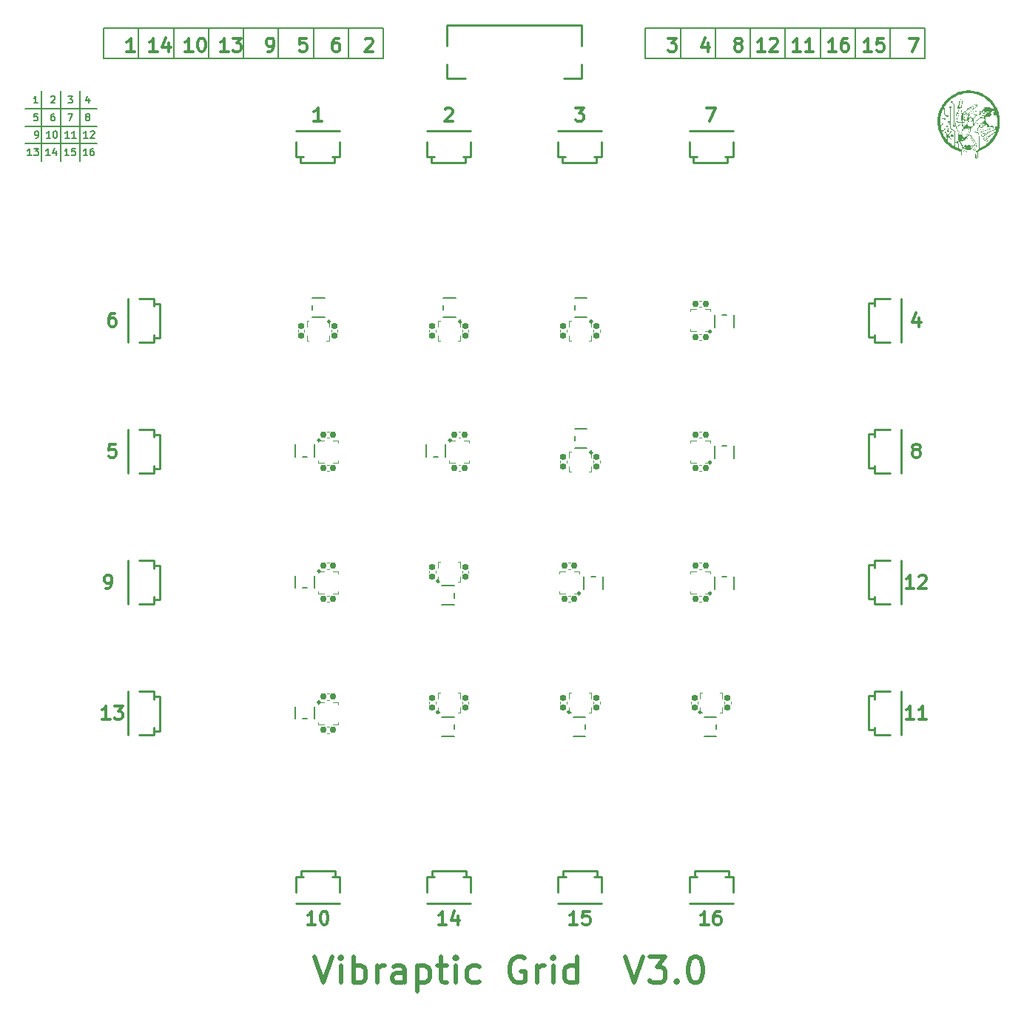
<source format=gbr>
%TF.GenerationSoftware,KiCad,Pcbnew,8.0.4-rc2-202407082205~7740c66479~ubuntu22.04.1*%
%TF.CreationDate,2024-07-18T15:30:21+01:00*%
%TF.ProjectId,LIS2DH_array,4c495332-4448-45f6-9172-7261792e6b69,rev?*%
%TF.SameCoordinates,Original*%
%TF.FileFunction,Legend,Top*%
%TF.FilePolarity,Positive*%
%FSLAX46Y46*%
G04 Gerber Fmt 4.6, Leading zero omitted, Abs format (unit mm)*
G04 Created by KiCad (PCBNEW 8.0.4-rc2-202407082205~7740c66479~ubuntu22.04.1) date 2024-07-18 15:30:21*
%MOMM*%
%LPD*%
G01*
G04 APERTURE LIST*
G04 Aperture macros list*
%AMRoundRect*
0 Rectangle with rounded corners*
0 $1 Rounding radius*
0 $2 $3 $4 $5 $6 $7 $8 $9 X,Y pos of 4 corners*
0 Add a 4 corners polygon primitive as box body*
4,1,4,$2,$3,$4,$5,$6,$7,$8,$9,$2,$3,0*
0 Add four circle primitives for the rounded corners*
1,1,$1+$1,$2,$3*
1,1,$1+$1,$4,$5*
1,1,$1+$1,$6,$7*
1,1,$1+$1,$8,$9*
0 Add four rect primitives between the rounded corners*
20,1,$1+$1,$2,$3,$4,$5,0*
20,1,$1+$1,$4,$5,$6,$7,0*
20,1,$1+$1,$6,$7,$8,$9,0*
20,1,$1+$1,$8,$9,$2,$3,0*%
G04 Aperture macros list end*
%ADD10C,0.304800*%
%ADD11C,0.152400*%
%ADD12C,0.200000*%
%ADD13C,0.500000*%
%ADD14C,0.100000*%
%ADD15C,0.240416*%
%ADD16C,0.150000*%
%ADD17C,0.250000*%
%ADD18C,0.120000*%
%ADD19C,0.000000*%
%ADD20R,0.280000X0.500000*%
%ADD21R,0.500000X0.280000*%
%ADD22R,0.840000X0.320000*%
%ADD23R,0.320000X0.840000*%
%ADD24R,0.800000X0.300000*%
%ADD25R,0.800000X0.400000*%
%ADD26RoundRect,0.155000X-0.212500X-0.155000X0.212500X-0.155000X0.212500X0.155000X-0.212500X0.155000X0*%
%ADD27RoundRect,0.155000X-0.155000X0.212500X-0.155000X-0.212500X0.155000X-0.212500X0.155000X0.212500X0*%
%ADD28R,0.300000X0.800000*%
%ADD29R,0.400000X0.800000*%
%ADD30RoundRect,0.155000X0.212500X0.155000X-0.212500X0.155000X-0.212500X-0.155000X0.212500X-0.155000X0*%
%ADD31RoundRect,0.155000X0.155000X-0.212500X0.155000X0.212500X-0.155000X0.212500X-0.155000X-0.212500X0*%
%ADD32R,0.300000X1.300000*%
%ADD33R,2.000000X1.600000*%
G04 APERTURE END LIST*
D10*
X76790286Y-79165181D02*
X76500000Y-79165181D01*
X76500000Y-79165181D02*
X76354857Y-79237752D01*
X76354857Y-79237752D02*
X76282286Y-79310324D01*
X76282286Y-79310324D02*
X76137143Y-79528038D01*
X76137143Y-79528038D02*
X76064571Y-79818324D01*
X76064571Y-79818324D02*
X76064571Y-80398895D01*
X76064571Y-80398895D02*
X76137143Y-80544038D01*
X76137143Y-80544038D02*
X76209714Y-80616610D01*
X76209714Y-80616610D02*
X76354857Y-80689181D01*
X76354857Y-80689181D02*
X76645143Y-80689181D01*
X76645143Y-80689181D02*
X76790286Y-80616610D01*
X76790286Y-80616610D02*
X76862857Y-80544038D01*
X76862857Y-80544038D02*
X76935428Y-80398895D01*
X76935428Y-80398895D02*
X76935428Y-80036038D01*
X76935428Y-80036038D02*
X76862857Y-79890895D01*
X76862857Y-79890895D02*
X76790286Y-79818324D01*
X76790286Y-79818324D02*
X76645143Y-79745752D01*
X76645143Y-79745752D02*
X76354857Y-79745752D01*
X76354857Y-79745752D02*
X76209714Y-79818324D01*
X76209714Y-79818324D02*
X76137143Y-79890895D01*
X76137143Y-79890895D02*
X76064571Y-80036038D01*
X76862857Y-94165181D02*
X76137143Y-94165181D01*
X76137143Y-94165181D02*
X76064571Y-94890895D01*
X76064571Y-94890895D02*
X76137143Y-94818324D01*
X76137143Y-94818324D02*
X76282286Y-94745752D01*
X76282286Y-94745752D02*
X76645143Y-94745752D01*
X76645143Y-94745752D02*
X76790286Y-94818324D01*
X76790286Y-94818324D02*
X76862857Y-94890895D01*
X76862857Y-94890895D02*
X76935428Y-95036038D01*
X76935428Y-95036038D02*
X76935428Y-95398895D01*
X76935428Y-95398895D02*
X76862857Y-95544038D01*
X76862857Y-95544038D02*
X76790286Y-95616610D01*
X76790286Y-95616610D02*
X76645143Y-95689181D01*
X76645143Y-95689181D02*
X76282286Y-95689181D01*
X76282286Y-95689181D02*
X76137143Y-95616610D01*
X76137143Y-95616610D02*
X76064571Y-95544038D01*
X75709714Y-110689181D02*
X76000000Y-110689181D01*
X76000000Y-110689181D02*
X76145143Y-110616610D01*
X76145143Y-110616610D02*
X76217714Y-110544038D01*
X76217714Y-110544038D02*
X76362857Y-110326324D01*
X76362857Y-110326324D02*
X76435428Y-110036038D01*
X76435428Y-110036038D02*
X76435428Y-109455467D01*
X76435428Y-109455467D02*
X76362857Y-109310324D01*
X76362857Y-109310324D02*
X76290286Y-109237752D01*
X76290286Y-109237752D02*
X76145143Y-109165181D01*
X76145143Y-109165181D02*
X75854857Y-109165181D01*
X75854857Y-109165181D02*
X75709714Y-109237752D01*
X75709714Y-109237752D02*
X75637143Y-109310324D01*
X75637143Y-109310324D02*
X75564571Y-109455467D01*
X75564571Y-109455467D02*
X75564571Y-109818324D01*
X75564571Y-109818324D02*
X75637143Y-109963467D01*
X75637143Y-109963467D02*
X75709714Y-110036038D01*
X75709714Y-110036038D02*
X75854857Y-110108610D01*
X75854857Y-110108610D02*
X76145143Y-110108610D01*
X76145143Y-110108610D02*
X76290286Y-110036038D01*
X76290286Y-110036038D02*
X76362857Y-109963467D01*
X76362857Y-109963467D02*
X76435428Y-109818324D01*
X76209713Y-125689181D02*
X75338856Y-125689181D01*
X75774285Y-125689181D02*
X75774285Y-124165181D01*
X75774285Y-124165181D02*
X75629142Y-124382895D01*
X75629142Y-124382895D02*
X75483999Y-124528038D01*
X75483999Y-124528038D02*
X75338856Y-124600610D01*
X76717714Y-124165181D02*
X77661142Y-124165181D01*
X77661142Y-124165181D02*
X77153142Y-124745752D01*
X77153142Y-124745752D02*
X77370857Y-124745752D01*
X77370857Y-124745752D02*
X77516000Y-124818324D01*
X77516000Y-124818324D02*
X77588571Y-124890895D01*
X77588571Y-124890895D02*
X77661142Y-125036038D01*
X77661142Y-125036038D02*
X77661142Y-125398895D01*
X77661142Y-125398895D02*
X77588571Y-125544038D01*
X77588571Y-125544038D02*
X77516000Y-125616610D01*
X77516000Y-125616610D02*
X77370857Y-125689181D01*
X77370857Y-125689181D02*
X76935428Y-125689181D01*
X76935428Y-125689181D02*
X76790285Y-125616610D01*
X76790285Y-125616610D02*
X76717714Y-125544038D01*
X99709713Y-149189181D02*
X98838856Y-149189181D01*
X99274285Y-149189181D02*
X99274285Y-147665181D01*
X99274285Y-147665181D02*
X99129142Y-147882895D01*
X99129142Y-147882895D02*
X98983999Y-148028038D01*
X98983999Y-148028038D02*
X98838856Y-148100610D01*
X100653142Y-147665181D02*
X100798285Y-147665181D01*
X100798285Y-147665181D02*
X100943428Y-147737752D01*
X100943428Y-147737752D02*
X101016000Y-147810324D01*
X101016000Y-147810324D02*
X101088571Y-147955467D01*
X101088571Y-147955467D02*
X101161142Y-148245752D01*
X101161142Y-148245752D02*
X101161142Y-148608610D01*
X101161142Y-148608610D02*
X101088571Y-148898895D01*
X101088571Y-148898895D02*
X101016000Y-149044038D01*
X101016000Y-149044038D02*
X100943428Y-149116610D01*
X100943428Y-149116610D02*
X100798285Y-149189181D01*
X100798285Y-149189181D02*
X100653142Y-149189181D01*
X100653142Y-149189181D02*
X100508000Y-149116610D01*
X100508000Y-149116610D02*
X100435428Y-149044038D01*
X100435428Y-149044038D02*
X100362857Y-148898895D01*
X100362857Y-148898895D02*
X100290285Y-148608610D01*
X100290285Y-148608610D02*
X100290285Y-148245752D01*
X100290285Y-148245752D02*
X100362857Y-147955467D01*
X100362857Y-147955467D02*
X100435428Y-147810324D01*
X100435428Y-147810324D02*
X100508000Y-147737752D01*
X100508000Y-147737752D02*
X100653142Y-147665181D01*
X114709713Y-149189181D02*
X113838856Y-149189181D01*
X114274285Y-149189181D02*
X114274285Y-147665181D01*
X114274285Y-147665181D02*
X114129142Y-147882895D01*
X114129142Y-147882895D02*
X113983999Y-148028038D01*
X113983999Y-148028038D02*
X113838856Y-148100610D01*
X116016000Y-148173181D02*
X116016000Y-149189181D01*
X115653142Y-147592610D02*
X115290285Y-148681181D01*
X115290285Y-148681181D02*
X116233714Y-148681181D01*
X129709713Y-149189181D02*
X128838856Y-149189181D01*
X129274285Y-149189181D02*
X129274285Y-147665181D01*
X129274285Y-147665181D02*
X129129142Y-147882895D01*
X129129142Y-147882895D02*
X128983999Y-148028038D01*
X128983999Y-148028038D02*
X128838856Y-148100610D01*
X131088571Y-147665181D02*
X130362857Y-147665181D01*
X130362857Y-147665181D02*
X130290285Y-148390895D01*
X130290285Y-148390895D02*
X130362857Y-148318324D01*
X130362857Y-148318324D02*
X130508000Y-148245752D01*
X130508000Y-148245752D02*
X130870857Y-148245752D01*
X130870857Y-148245752D02*
X131016000Y-148318324D01*
X131016000Y-148318324D02*
X131088571Y-148390895D01*
X131088571Y-148390895D02*
X131161142Y-148536038D01*
X131161142Y-148536038D02*
X131161142Y-148898895D01*
X131161142Y-148898895D02*
X131088571Y-149044038D01*
X131088571Y-149044038D02*
X131016000Y-149116610D01*
X131016000Y-149116610D02*
X130870857Y-149189181D01*
X130870857Y-149189181D02*
X130508000Y-149189181D01*
X130508000Y-149189181D02*
X130362857Y-149116610D01*
X130362857Y-149116610D02*
X130290285Y-149044038D01*
X144709713Y-149189181D02*
X143838856Y-149189181D01*
X144274285Y-149189181D02*
X144274285Y-147665181D01*
X144274285Y-147665181D02*
X144129142Y-147882895D01*
X144129142Y-147882895D02*
X143983999Y-148028038D01*
X143983999Y-148028038D02*
X143838856Y-148100610D01*
X146016000Y-147665181D02*
X145725714Y-147665181D01*
X145725714Y-147665181D02*
X145580571Y-147737752D01*
X145580571Y-147737752D02*
X145508000Y-147810324D01*
X145508000Y-147810324D02*
X145362857Y-148028038D01*
X145362857Y-148028038D02*
X145290285Y-148318324D01*
X145290285Y-148318324D02*
X145290285Y-148898895D01*
X145290285Y-148898895D02*
X145362857Y-149044038D01*
X145362857Y-149044038D02*
X145435428Y-149116610D01*
X145435428Y-149116610D02*
X145580571Y-149189181D01*
X145580571Y-149189181D02*
X145870857Y-149189181D01*
X145870857Y-149189181D02*
X146016000Y-149116610D01*
X146016000Y-149116610D02*
X146088571Y-149044038D01*
X146088571Y-149044038D02*
X146161142Y-148898895D01*
X146161142Y-148898895D02*
X146161142Y-148536038D01*
X146161142Y-148536038D02*
X146088571Y-148390895D01*
X146088571Y-148390895D02*
X146016000Y-148318324D01*
X146016000Y-148318324D02*
X145870857Y-148245752D01*
X145870857Y-148245752D02*
X145580571Y-148245752D01*
X145580571Y-148245752D02*
X145435428Y-148318324D01*
X145435428Y-148318324D02*
X145362857Y-148390895D01*
X145362857Y-148390895D02*
X145290285Y-148536038D01*
X168209713Y-125689181D02*
X167338856Y-125689181D01*
X167774285Y-125689181D02*
X167774285Y-124165181D01*
X167774285Y-124165181D02*
X167629142Y-124382895D01*
X167629142Y-124382895D02*
X167483999Y-124528038D01*
X167483999Y-124528038D02*
X167338856Y-124600610D01*
X169661142Y-125689181D02*
X168790285Y-125689181D01*
X169225714Y-125689181D02*
X169225714Y-124165181D01*
X169225714Y-124165181D02*
X169080571Y-124382895D01*
X169080571Y-124382895D02*
X168935428Y-124528038D01*
X168935428Y-124528038D02*
X168790285Y-124600610D01*
X168209713Y-110689181D02*
X167338856Y-110689181D01*
X167774285Y-110689181D02*
X167774285Y-109165181D01*
X167774285Y-109165181D02*
X167629142Y-109382895D01*
X167629142Y-109382895D02*
X167483999Y-109528038D01*
X167483999Y-109528038D02*
X167338856Y-109600610D01*
X168790285Y-109310324D02*
X168862857Y-109237752D01*
X168862857Y-109237752D02*
X169008000Y-109165181D01*
X169008000Y-109165181D02*
X169370857Y-109165181D01*
X169370857Y-109165181D02*
X169516000Y-109237752D01*
X169516000Y-109237752D02*
X169588571Y-109310324D01*
X169588571Y-109310324D02*
X169661142Y-109455467D01*
X169661142Y-109455467D02*
X169661142Y-109600610D01*
X169661142Y-109600610D02*
X169588571Y-109818324D01*
X169588571Y-109818324D02*
X168717714Y-110689181D01*
X168717714Y-110689181D02*
X169661142Y-110689181D01*
X168354857Y-94818324D02*
X168209714Y-94745752D01*
X168209714Y-94745752D02*
X168137143Y-94673181D01*
X168137143Y-94673181D02*
X168064571Y-94528038D01*
X168064571Y-94528038D02*
X168064571Y-94455467D01*
X168064571Y-94455467D02*
X168137143Y-94310324D01*
X168137143Y-94310324D02*
X168209714Y-94237752D01*
X168209714Y-94237752D02*
X168354857Y-94165181D01*
X168354857Y-94165181D02*
X168645143Y-94165181D01*
X168645143Y-94165181D02*
X168790286Y-94237752D01*
X168790286Y-94237752D02*
X168862857Y-94310324D01*
X168862857Y-94310324D02*
X168935428Y-94455467D01*
X168935428Y-94455467D02*
X168935428Y-94528038D01*
X168935428Y-94528038D02*
X168862857Y-94673181D01*
X168862857Y-94673181D02*
X168790286Y-94745752D01*
X168790286Y-94745752D02*
X168645143Y-94818324D01*
X168645143Y-94818324D02*
X168354857Y-94818324D01*
X168354857Y-94818324D02*
X168209714Y-94890895D01*
X168209714Y-94890895D02*
X168137143Y-94963467D01*
X168137143Y-94963467D02*
X168064571Y-95108610D01*
X168064571Y-95108610D02*
X168064571Y-95398895D01*
X168064571Y-95398895D02*
X168137143Y-95544038D01*
X168137143Y-95544038D02*
X168209714Y-95616610D01*
X168209714Y-95616610D02*
X168354857Y-95689181D01*
X168354857Y-95689181D02*
X168645143Y-95689181D01*
X168645143Y-95689181D02*
X168790286Y-95616610D01*
X168790286Y-95616610D02*
X168862857Y-95544038D01*
X168862857Y-95544038D02*
X168935428Y-95398895D01*
X168935428Y-95398895D02*
X168935428Y-95108610D01*
X168935428Y-95108610D02*
X168862857Y-94963467D01*
X168862857Y-94963467D02*
X168790286Y-94890895D01*
X168790286Y-94890895D02*
X168645143Y-94818324D01*
X168790286Y-79673181D02*
X168790286Y-80689181D01*
X168427428Y-79092610D02*
X168064571Y-80181181D01*
X168064571Y-80181181D02*
X169008000Y-80181181D01*
X144492000Y-55665181D02*
X145508000Y-55665181D01*
X145508000Y-55665181D02*
X144854857Y-57189181D01*
X129492000Y-55665181D02*
X130435428Y-55665181D01*
X130435428Y-55665181D02*
X129927428Y-56245752D01*
X129927428Y-56245752D02*
X130145143Y-56245752D01*
X130145143Y-56245752D02*
X130290286Y-56318324D01*
X130290286Y-56318324D02*
X130362857Y-56390895D01*
X130362857Y-56390895D02*
X130435428Y-56536038D01*
X130435428Y-56536038D02*
X130435428Y-56898895D01*
X130435428Y-56898895D02*
X130362857Y-57044038D01*
X130362857Y-57044038D02*
X130290286Y-57116610D01*
X130290286Y-57116610D02*
X130145143Y-57189181D01*
X130145143Y-57189181D02*
X129709714Y-57189181D01*
X129709714Y-57189181D02*
X129564571Y-57116610D01*
X129564571Y-57116610D02*
X129492000Y-57044038D01*
X114564571Y-55810324D02*
X114637143Y-55737752D01*
X114637143Y-55737752D02*
X114782286Y-55665181D01*
X114782286Y-55665181D02*
X115145143Y-55665181D01*
X115145143Y-55665181D02*
X115290286Y-55737752D01*
X115290286Y-55737752D02*
X115362857Y-55810324D01*
X115362857Y-55810324D02*
X115435428Y-55955467D01*
X115435428Y-55955467D02*
X115435428Y-56100610D01*
X115435428Y-56100610D02*
X115362857Y-56318324D01*
X115362857Y-56318324D02*
X114492000Y-57189181D01*
X114492000Y-57189181D02*
X115435428Y-57189181D01*
X100435428Y-57189181D02*
X99564571Y-57189181D01*
X100000000Y-57189181D02*
X100000000Y-55665181D01*
X100000000Y-55665181D02*
X99854857Y-55882895D01*
X99854857Y-55882895D02*
X99709714Y-56028038D01*
X99709714Y-56028038D02*
X99564571Y-56100610D01*
D11*
X145500000Y-50000000D02*
X145500000Y-47000000D01*
X79500000Y-46500000D02*
X79500000Y-50000000D01*
X99500000Y-47000000D02*
X99500000Y-46500000D01*
X107500000Y-50000000D02*
X75500000Y-50000000D01*
X79500000Y-50000000D02*
X79500000Y-47000000D01*
X99500000Y-46500000D02*
X99500000Y-50000000D01*
X68400000Y-53750000D02*
X68400000Y-61750000D01*
X66500000Y-57750000D02*
X74750000Y-57750000D01*
X145500000Y-46500000D02*
X145500000Y-50000000D01*
X75500000Y-47000000D02*
X75500000Y-46500000D01*
X87500000Y-46500000D02*
X87500000Y-50000000D01*
X95500000Y-50000000D02*
X95500000Y-47000000D01*
X103500000Y-46500000D02*
X103500000Y-50000000D01*
X153500000Y-46500000D02*
X153500000Y-50000000D01*
X141500000Y-46500000D02*
X141500000Y-50000000D01*
X66500000Y-59750000D02*
X74750000Y-59750000D01*
X66500000Y-55750000D02*
X74750000Y-55750000D01*
X157500000Y-46500000D02*
X157500000Y-50000000D01*
X95500000Y-47000000D02*
X95500000Y-46500000D01*
X72750000Y-53750000D02*
X72750000Y-61750000D01*
X103500000Y-47000000D02*
X103500000Y-46500000D01*
X91500000Y-46500000D02*
X91500000Y-50000000D01*
X83500000Y-47000000D02*
X83500000Y-46500000D01*
X83500000Y-46500000D02*
X83500000Y-50000000D01*
X91500000Y-47000000D02*
X91500000Y-46500000D01*
X99500000Y-50000000D02*
X99500000Y-47000000D01*
X161500000Y-46500000D02*
X161500000Y-50000000D01*
X91500000Y-50000000D02*
X91500000Y-47000000D01*
X83500000Y-50000000D02*
X83500000Y-47000000D01*
X169500000Y-50000000D02*
X137500000Y-50000000D01*
X165500000Y-46500000D02*
X165500000Y-50000000D01*
X169500000Y-46500000D02*
X137500000Y-46500000D01*
X137500000Y-50000000D02*
X137500000Y-46500000D01*
X70600000Y-53750000D02*
X70600000Y-61750000D01*
X169500000Y-46500000D02*
X169500000Y-50000000D01*
X75500000Y-50000000D02*
X75500000Y-47000000D01*
X165500000Y-50000000D02*
X165500000Y-47000000D01*
X75500000Y-46500000D02*
X107500000Y-46500000D01*
X87500000Y-50000000D02*
X87500000Y-47000000D01*
X161500000Y-50000000D02*
X161500000Y-47000000D01*
X87500000Y-47000000D02*
X87500000Y-46500000D01*
X79500000Y-47000000D02*
X79500000Y-46500000D01*
X107500000Y-46500000D02*
X107500000Y-50000000D01*
X141500000Y-50000000D02*
X141500000Y-47000000D01*
X103500000Y-50000000D02*
X103500000Y-47000000D01*
X149500000Y-46500000D02*
X149500000Y-50000000D01*
X149500000Y-50000000D02*
X149500000Y-47000000D01*
X153500000Y-50000000D02*
X153500000Y-47000000D01*
X157500000Y-50000000D02*
X157500000Y-47000000D01*
X95500000Y-46500000D02*
X95500000Y-50000000D01*
D10*
X140079383Y-47665181D02*
X141022811Y-47665181D01*
X141022811Y-47665181D02*
X140514811Y-48245752D01*
X140514811Y-48245752D02*
X140732526Y-48245752D01*
X140732526Y-48245752D02*
X140877669Y-48318324D01*
X140877669Y-48318324D02*
X140950240Y-48390895D01*
X140950240Y-48390895D02*
X141022811Y-48536038D01*
X141022811Y-48536038D02*
X141022811Y-48898895D01*
X141022811Y-48898895D02*
X140950240Y-49044038D01*
X140950240Y-49044038D02*
X140877669Y-49116610D01*
X140877669Y-49116610D02*
X140732526Y-49189181D01*
X140732526Y-49189181D02*
X140297097Y-49189181D01*
X140297097Y-49189181D02*
X140151954Y-49116610D01*
X140151954Y-49116610D02*
X140079383Y-49044038D01*
X144651384Y-48173181D02*
X144651384Y-49189181D01*
X144288526Y-47592610D02*
X143925669Y-48681181D01*
X143925669Y-48681181D02*
X144869098Y-48681181D01*
X147989670Y-48318324D02*
X147844527Y-48245752D01*
X147844527Y-48245752D02*
X147771956Y-48173181D01*
X147771956Y-48173181D02*
X147699384Y-48028038D01*
X147699384Y-48028038D02*
X147699384Y-47955467D01*
X147699384Y-47955467D02*
X147771956Y-47810324D01*
X147771956Y-47810324D02*
X147844527Y-47737752D01*
X147844527Y-47737752D02*
X147989670Y-47665181D01*
X147989670Y-47665181D02*
X148279956Y-47665181D01*
X148279956Y-47665181D02*
X148425099Y-47737752D01*
X148425099Y-47737752D02*
X148497670Y-47810324D01*
X148497670Y-47810324D02*
X148570241Y-47955467D01*
X148570241Y-47955467D02*
X148570241Y-48028038D01*
X148570241Y-48028038D02*
X148497670Y-48173181D01*
X148497670Y-48173181D02*
X148425099Y-48245752D01*
X148425099Y-48245752D02*
X148279956Y-48318324D01*
X148279956Y-48318324D02*
X147989670Y-48318324D01*
X147989670Y-48318324D02*
X147844527Y-48390895D01*
X147844527Y-48390895D02*
X147771956Y-48463467D01*
X147771956Y-48463467D02*
X147699384Y-48608610D01*
X147699384Y-48608610D02*
X147699384Y-48898895D01*
X147699384Y-48898895D02*
X147771956Y-49044038D01*
X147771956Y-49044038D02*
X147844527Y-49116610D01*
X147844527Y-49116610D02*
X147989670Y-49189181D01*
X147989670Y-49189181D02*
X148279956Y-49189181D01*
X148279956Y-49189181D02*
X148425099Y-49116610D01*
X148425099Y-49116610D02*
X148497670Y-49044038D01*
X148497670Y-49044038D02*
X148570241Y-48898895D01*
X148570241Y-48898895D02*
X148570241Y-48608610D01*
X148570241Y-48608610D02*
X148497670Y-48463467D01*
X148497670Y-48463467D02*
X148425099Y-48390895D01*
X148425099Y-48390895D02*
X148279956Y-48318324D01*
X151182813Y-49189181D02*
X150311956Y-49189181D01*
X150747385Y-49189181D02*
X150747385Y-47665181D01*
X150747385Y-47665181D02*
X150602242Y-47882895D01*
X150602242Y-47882895D02*
X150457099Y-48028038D01*
X150457099Y-48028038D02*
X150311956Y-48100610D01*
X151763385Y-47810324D02*
X151835957Y-47737752D01*
X151835957Y-47737752D02*
X151981100Y-47665181D01*
X151981100Y-47665181D02*
X152343957Y-47665181D01*
X152343957Y-47665181D02*
X152489100Y-47737752D01*
X152489100Y-47737752D02*
X152561671Y-47810324D01*
X152561671Y-47810324D02*
X152634242Y-47955467D01*
X152634242Y-47955467D02*
X152634242Y-48100610D01*
X152634242Y-48100610D02*
X152561671Y-48318324D01*
X152561671Y-48318324D02*
X151690814Y-49189181D01*
X151690814Y-49189181D02*
X152634242Y-49189181D01*
X155246814Y-49189181D02*
X154375957Y-49189181D01*
X154811386Y-49189181D02*
X154811386Y-47665181D01*
X154811386Y-47665181D02*
X154666243Y-47882895D01*
X154666243Y-47882895D02*
X154521100Y-48028038D01*
X154521100Y-48028038D02*
X154375957Y-48100610D01*
X156698243Y-49189181D02*
X155827386Y-49189181D01*
X156262815Y-49189181D02*
X156262815Y-47665181D01*
X156262815Y-47665181D02*
X156117672Y-47882895D01*
X156117672Y-47882895D02*
X155972529Y-48028038D01*
X155972529Y-48028038D02*
X155827386Y-48100610D01*
X159310815Y-49189181D02*
X158439958Y-49189181D01*
X158875387Y-49189181D02*
X158875387Y-47665181D01*
X158875387Y-47665181D02*
X158730244Y-47882895D01*
X158730244Y-47882895D02*
X158585101Y-48028038D01*
X158585101Y-48028038D02*
X158439958Y-48100610D01*
X160617102Y-47665181D02*
X160326816Y-47665181D01*
X160326816Y-47665181D02*
X160181673Y-47737752D01*
X160181673Y-47737752D02*
X160109102Y-47810324D01*
X160109102Y-47810324D02*
X159963959Y-48028038D01*
X159963959Y-48028038D02*
X159891387Y-48318324D01*
X159891387Y-48318324D02*
X159891387Y-48898895D01*
X159891387Y-48898895D02*
X159963959Y-49044038D01*
X159963959Y-49044038D02*
X160036530Y-49116610D01*
X160036530Y-49116610D02*
X160181673Y-49189181D01*
X160181673Y-49189181D02*
X160471959Y-49189181D01*
X160471959Y-49189181D02*
X160617102Y-49116610D01*
X160617102Y-49116610D02*
X160689673Y-49044038D01*
X160689673Y-49044038D02*
X160762244Y-48898895D01*
X160762244Y-48898895D02*
X160762244Y-48536038D01*
X160762244Y-48536038D02*
X160689673Y-48390895D01*
X160689673Y-48390895D02*
X160617102Y-48318324D01*
X160617102Y-48318324D02*
X160471959Y-48245752D01*
X160471959Y-48245752D02*
X160181673Y-48245752D01*
X160181673Y-48245752D02*
X160036530Y-48318324D01*
X160036530Y-48318324D02*
X159963959Y-48390895D01*
X159963959Y-48390895D02*
X159891387Y-48536038D01*
X163374816Y-49189181D02*
X162503959Y-49189181D01*
X162939388Y-49189181D02*
X162939388Y-47665181D01*
X162939388Y-47665181D02*
X162794245Y-47882895D01*
X162794245Y-47882895D02*
X162649102Y-48028038D01*
X162649102Y-48028038D02*
X162503959Y-48100610D01*
X164753674Y-47665181D02*
X164027960Y-47665181D01*
X164027960Y-47665181D02*
X163955388Y-48390895D01*
X163955388Y-48390895D02*
X164027960Y-48318324D01*
X164027960Y-48318324D02*
X164173103Y-48245752D01*
X164173103Y-48245752D02*
X164535960Y-48245752D01*
X164535960Y-48245752D02*
X164681103Y-48318324D01*
X164681103Y-48318324D02*
X164753674Y-48390895D01*
X164753674Y-48390895D02*
X164826245Y-48536038D01*
X164826245Y-48536038D02*
X164826245Y-48898895D01*
X164826245Y-48898895D02*
X164753674Y-49044038D01*
X164753674Y-49044038D02*
X164681103Y-49116610D01*
X164681103Y-49116610D02*
X164535960Y-49189181D01*
X164535960Y-49189181D02*
X164173103Y-49189181D01*
X164173103Y-49189181D02*
X164027960Y-49116610D01*
X164027960Y-49116610D02*
X163955388Y-49044038D01*
X167656532Y-47665181D02*
X168672532Y-47665181D01*
X168672532Y-47665181D02*
X168019389Y-49189181D01*
D12*
X67950625Y-55109695D02*
X67493482Y-55109695D01*
X67722054Y-55109695D02*
X67722054Y-54309695D01*
X67722054Y-54309695D02*
X67645863Y-54423980D01*
X67645863Y-54423980D02*
X67569673Y-54500171D01*
X67569673Y-54500171D02*
X67493482Y-54538266D01*
X69474435Y-54385885D02*
X69512531Y-54347790D01*
X69512531Y-54347790D02*
X69588721Y-54309695D01*
X69588721Y-54309695D02*
X69779197Y-54309695D01*
X69779197Y-54309695D02*
X69855388Y-54347790D01*
X69855388Y-54347790D02*
X69893483Y-54385885D01*
X69893483Y-54385885D02*
X69931578Y-54462076D01*
X69931578Y-54462076D02*
X69931578Y-54538266D01*
X69931578Y-54538266D02*
X69893483Y-54652552D01*
X69893483Y-54652552D02*
X69436340Y-55109695D01*
X69436340Y-55109695D02*
X69931578Y-55109695D01*
X71417293Y-54309695D02*
X71912531Y-54309695D01*
X71912531Y-54309695D02*
X71645865Y-54614457D01*
X71645865Y-54614457D02*
X71760150Y-54614457D01*
X71760150Y-54614457D02*
X71836341Y-54652552D01*
X71836341Y-54652552D02*
X71874436Y-54690647D01*
X71874436Y-54690647D02*
X71912531Y-54766838D01*
X71912531Y-54766838D02*
X71912531Y-54957314D01*
X71912531Y-54957314D02*
X71874436Y-55033504D01*
X71874436Y-55033504D02*
X71836341Y-55071600D01*
X71836341Y-55071600D02*
X71760150Y-55109695D01*
X71760150Y-55109695D02*
X71531579Y-55109695D01*
X71531579Y-55109695D02*
X71455388Y-55071600D01*
X71455388Y-55071600D02*
X71417293Y-55033504D01*
X73817294Y-54576361D02*
X73817294Y-55109695D01*
X73626818Y-54271600D02*
X73436341Y-54843028D01*
X73436341Y-54843028D02*
X73931580Y-54843028D01*
D13*
X99642857Y-152861857D02*
X100642857Y-155861857D01*
X100642857Y-155861857D02*
X101642857Y-152861857D01*
X102642857Y-155861857D02*
X102642857Y-153861857D01*
X102642857Y-152861857D02*
X102500000Y-153004714D01*
X102500000Y-153004714D02*
X102642857Y-153147571D01*
X102642857Y-153147571D02*
X102785714Y-153004714D01*
X102785714Y-153004714D02*
X102642857Y-152861857D01*
X102642857Y-152861857D02*
X102642857Y-153147571D01*
X104071428Y-155861857D02*
X104071428Y-152861857D01*
X104071428Y-154004714D02*
X104357143Y-153861857D01*
X104357143Y-153861857D02*
X104928571Y-153861857D01*
X104928571Y-153861857D02*
X105214285Y-154004714D01*
X105214285Y-154004714D02*
X105357143Y-154147571D01*
X105357143Y-154147571D02*
X105500000Y-154433285D01*
X105500000Y-154433285D02*
X105500000Y-155290428D01*
X105500000Y-155290428D02*
X105357143Y-155576142D01*
X105357143Y-155576142D02*
X105214285Y-155719000D01*
X105214285Y-155719000D02*
X104928571Y-155861857D01*
X104928571Y-155861857D02*
X104357143Y-155861857D01*
X104357143Y-155861857D02*
X104071428Y-155719000D01*
X106785714Y-155861857D02*
X106785714Y-153861857D01*
X106785714Y-154433285D02*
X106928571Y-154147571D01*
X106928571Y-154147571D02*
X107071429Y-154004714D01*
X107071429Y-154004714D02*
X107357143Y-153861857D01*
X107357143Y-153861857D02*
X107642857Y-153861857D01*
X109928572Y-155861857D02*
X109928572Y-154290428D01*
X109928572Y-154290428D02*
X109785714Y-154004714D01*
X109785714Y-154004714D02*
X109500000Y-153861857D01*
X109500000Y-153861857D02*
X108928572Y-153861857D01*
X108928572Y-153861857D02*
X108642857Y-154004714D01*
X109928572Y-155719000D02*
X109642857Y-155861857D01*
X109642857Y-155861857D02*
X108928572Y-155861857D01*
X108928572Y-155861857D02*
X108642857Y-155719000D01*
X108642857Y-155719000D02*
X108500000Y-155433285D01*
X108500000Y-155433285D02*
X108500000Y-155147571D01*
X108500000Y-155147571D02*
X108642857Y-154861857D01*
X108642857Y-154861857D02*
X108928572Y-154719000D01*
X108928572Y-154719000D02*
X109642857Y-154719000D01*
X109642857Y-154719000D02*
X109928572Y-154576142D01*
X111357143Y-153861857D02*
X111357143Y-156861857D01*
X111357143Y-154004714D02*
X111642858Y-153861857D01*
X111642858Y-153861857D02*
X112214286Y-153861857D01*
X112214286Y-153861857D02*
X112500000Y-154004714D01*
X112500000Y-154004714D02*
X112642858Y-154147571D01*
X112642858Y-154147571D02*
X112785715Y-154433285D01*
X112785715Y-154433285D02*
X112785715Y-155290428D01*
X112785715Y-155290428D02*
X112642858Y-155576142D01*
X112642858Y-155576142D02*
X112500000Y-155719000D01*
X112500000Y-155719000D02*
X112214286Y-155861857D01*
X112214286Y-155861857D02*
X111642858Y-155861857D01*
X111642858Y-155861857D02*
X111357143Y-155719000D01*
X113642858Y-153861857D02*
X114785715Y-153861857D01*
X114071429Y-152861857D02*
X114071429Y-155433285D01*
X114071429Y-155433285D02*
X114214286Y-155719000D01*
X114214286Y-155719000D02*
X114500001Y-155861857D01*
X114500001Y-155861857D02*
X114785715Y-155861857D01*
X115785715Y-155861857D02*
X115785715Y-153861857D01*
X115785715Y-152861857D02*
X115642858Y-153004714D01*
X115642858Y-153004714D02*
X115785715Y-153147571D01*
X115785715Y-153147571D02*
X115928572Y-153004714D01*
X115928572Y-153004714D02*
X115785715Y-152861857D01*
X115785715Y-152861857D02*
X115785715Y-153147571D01*
X118500001Y-155719000D02*
X118214286Y-155861857D01*
X118214286Y-155861857D02*
X117642858Y-155861857D01*
X117642858Y-155861857D02*
X117357143Y-155719000D01*
X117357143Y-155719000D02*
X117214286Y-155576142D01*
X117214286Y-155576142D02*
X117071429Y-155290428D01*
X117071429Y-155290428D02*
X117071429Y-154433285D01*
X117071429Y-154433285D02*
X117214286Y-154147571D01*
X117214286Y-154147571D02*
X117357143Y-154004714D01*
X117357143Y-154004714D02*
X117642858Y-153861857D01*
X117642858Y-153861857D02*
X118214286Y-153861857D01*
X118214286Y-153861857D02*
X118500001Y-154004714D01*
X123642858Y-153004714D02*
X123357144Y-152861857D01*
X123357144Y-152861857D02*
X122928572Y-152861857D01*
X122928572Y-152861857D02*
X122500001Y-153004714D01*
X122500001Y-153004714D02*
X122214286Y-153290428D01*
X122214286Y-153290428D02*
X122071429Y-153576142D01*
X122071429Y-153576142D02*
X121928572Y-154147571D01*
X121928572Y-154147571D02*
X121928572Y-154576142D01*
X121928572Y-154576142D02*
X122071429Y-155147571D01*
X122071429Y-155147571D02*
X122214286Y-155433285D01*
X122214286Y-155433285D02*
X122500001Y-155719000D01*
X122500001Y-155719000D02*
X122928572Y-155861857D01*
X122928572Y-155861857D02*
X123214286Y-155861857D01*
X123214286Y-155861857D02*
X123642858Y-155719000D01*
X123642858Y-155719000D02*
X123785715Y-155576142D01*
X123785715Y-155576142D02*
X123785715Y-154576142D01*
X123785715Y-154576142D02*
X123214286Y-154576142D01*
X125071429Y-155861857D02*
X125071429Y-153861857D01*
X125071429Y-154433285D02*
X125214286Y-154147571D01*
X125214286Y-154147571D02*
X125357144Y-154004714D01*
X125357144Y-154004714D02*
X125642858Y-153861857D01*
X125642858Y-153861857D02*
X125928572Y-153861857D01*
X126928572Y-155861857D02*
X126928572Y-153861857D01*
X126928572Y-152861857D02*
X126785715Y-153004714D01*
X126785715Y-153004714D02*
X126928572Y-153147571D01*
X126928572Y-153147571D02*
X127071429Y-153004714D01*
X127071429Y-153004714D02*
X126928572Y-152861857D01*
X126928572Y-152861857D02*
X126928572Y-153147571D01*
X129642858Y-155861857D02*
X129642858Y-152861857D01*
X129642858Y-155719000D02*
X129357143Y-155861857D01*
X129357143Y-155861857D02*
X128785715Y-155861857D01*
X128785715Y-155861857D02*
X128500000Y-155719000D01*
X128500000Y-155719000D02*
X128357143Y-155576142D01*
X128357143Y-155576142D02*
X128214286Y-155290428D01*
X128214286Y-155290428D02*
X128214286Y-154433285D01*
X128214286Y-154433285D02*
X128357143Y-154147571D01*
X128357143Y-154147571D02*
X128500000Y-154004714D01*
X128500000Y-154004714D02*
X128785715Y-153861857D01*
X128785715Y-153861857D02*
X129357143Y-153861857D01*
X129357143Y-153861857D02*
X129642858Y-154004714D01*
X135214286Y-152861857D02*
X136214286Y-155861857D01*
X136214286Y-155861857D02*
X137214286Y-152861857D01*
X137928572Y-152861857D02*
X139785715Y-152861857D01*
X139785715Y-152861857D02*
X138785715Y-154004714D01*
X138785715Y-154004714D02*
X139214286Y-154004714D01*
X139214286Y-154004714D02*
X139500001Y-154147571D01*
X139500001Y-154147571D02*
X139642858Y-154290428D01*
X139642858Y-154290428D02*
X139785715Y-154576142D01*
X139785715Y-154576142D02*
X139785715Y-155290428D01*
X139785715Y-155290428D02*
X139642858Y-155576142D01*
X139642858Y-155576142D02*
X139500001Y-155719000D01*
X139500001Y-155719000D02*
X139214286Y-155861857D01*
X139214286Y-155861857D02*
X138357143Y-155861857D01*
X138357143Y-155861857D02*
X138071429Y-155719000D01*
X138071429Y-155719000D02*
X137928572Y-155576142D01*
X141071429Y-155576142D02*
X141214286Y-155719000D01*
X141214286Y-155719000D02*
X141071429Y-155861857D01*
X141071429Y-155861857D02*
X140928572Y-155719000D01*
X140928572Y-155719000D02*
X141071429Y-155576142D01*
X141071429Y-155576142D02*
X141071429Y-155861857D01*
X143071429Y-152861857D02*
X143357143Y-152861857D01*
X143357143Y-152861857D02*
X143642857Y-153004714D01*
X143642857Y-153004714D02*
X143785715Y-153147571D01*
X143785715Y-153147571D02*
X143928572Y-153433285D01*
X143928572Y-153433285D02*
X144071429Y-154004714D01*
X144071429Y-154004714D02*
X144071429Y-154719000D01*
X144071429Y-154719000D02*
X143928572Y-155290428D01*
X143928572Y-155290428D02*
X143785715Y-155576142D01*
X143785715Y-155576142D02*
X143642857Y-155719000D01*
X143642857Y-155719000D02*
X143357143Y-155861857D01*
X143357143Y-155861857D02*
X143071429Y-155861857D01*
X143071429Y-155861857D02*
X142785715Y-155719000D01*
X142785715Y-155719000D02*
X142642857Y-155576142D01*
X142642857Y-155576142D02*
X142500000Y-155290428D01*
X142500000Y-155290428D02*
X142357143Y-154719000D01*
X142357143Y-154719000D02*
X142357143Y-154004714D01*
X142357143Y-154004714D02*
X142500000Y-153433285D01*
X142500000Y-153433285D02*
X142642857Y-153147571D01*
X142642857Y-153147571D02*
X142785715Y-153004714D01*
X142785715Y-153004714D02*
X143071429Y-152861857D01*
D12*
X67241101Y-61109695D02*
X66783958Y-61109695D01*
X67012530Y-61109695D02*
X67012530Y-60309695D01*
X67012530Y-60309695D02*
X66936339Y-60423980D01*
X66936339Y-60423980D02*
X66860149Y-60500171D01*
X66860149Y-60500171D02*
X66783958Y-60538266D01*
X67507768Y-60309695D02*
X68003006Y-60309695D01*
X68003006Y-60309695D02*
X67736340Y-60614457D01*
X67736340Y-60614457D02*
X67850625Y-60614457D01*
X67850625Y-60614457D02*
X67926816Y-60652552D01*
X67926816Y-60652552D02*
X67964911Y-60690647D01*
X67964911Y-60690647D02*
X68003006Y-60766838D01*
X68003006Y-60766838D02*
X68003006Y-60957314D01*
X68003006Y-60957314D02*
X67964911Y-61033504D01*
X67964911Y-61033504D02*
X67926816Y-61071600D01*
X67926816Y-61071600D02*
X67850625Y-61109695D01*
X67850625Y-61109695D02*
X67622054Y-61109695D01*
X67622054Y-61109695D02*
X67545863Y-61071600D01*
X67545863Y-61071600D02*
X67507768Y-61033504D01*
X69374435Y-61109695D02*
X68917292Y-61109695D01*
X69145864Y-61109695D02*
X69145864Y-60309695D01*
X69145864Y-60309695D02*
X69069673Y-60423980D01*
X69069673Y-60423980D02*
X68993483Y-60500171D01*
X68993483Y-60500171D02*
X68917292Y-60538266D01*
X70060150Y-60576361D02*
X70060150Y-61109695D01*
X69869674Y-60271600D02*
X69679197Y-60843028D01*
X69679197Y-60843028D02*
X70174436Y-60843028D01*
X71507769Y-61109695D02*
X71050626Y-61109695D01*
X71279198Y-61109695D02*
X71279198Y-60309695D01*
X71279198Y-60309695D02*
X71203007Y-60423980D01*
X71203007Y-60423980D02*
X71126817Y-60500171D01*
X71126817Y-60500171D02*
X71050626Y-60538266D01*
X72231579Y-60309695D02*
X71850627Y-60309695D01*
X71850627Y-60309695D02*
X71812531Y-60690647D01*
X71812531Y-60690647D02*
X71850627Y-60652552D01*
X71850627Y-60652552D02*
X71926817Y-60614457D01*
X71926817Y-60614457D02*
X72117293Y-60614457D01*
X72117293Y-60614457D02*
X72193484Y-60652552D01*
X72193484Y-60652552D02*
X72231579Y-60690647D01*
X72231579Y-60690647D02*
X72269674Y-60766838D01*
X72269674Y-60766838D02*
X72269674Y-60957314D01*
X72269674Y-60957314D02*
X72231579Y-61033504D01*
X72231579Y-61033504D02*
X72193484Y-61071600D01*
X72193484Y-61071600D02*
X72117293Y-61109695D01*
X72117293Y-61109695D02*
X71926817Y-61109695D01*
X71926817Y-61109695D02*
X71850627Y-61071600D01*
X71850627Y-61071600D02*
X71812531Y-61033504D01*
X73641103Y-61109695D02*
X73183960Y-61109695D01*
X73412532Y-61109695D02*
X73412532Y-60309695D01*
X73412532Y-60309695D02*
X73336341Y-60423980D01*
X73336341Y-60423980D02*
X73260151Y-60500171D01*
X73260151Y-60500171D02*
X73183960Y-60538266D01*
X74326818Y-60309695D02*
X74174437Y-60309695D01*
X74174437Y-60309695D02*
X74098246Y-60347790D01*
X74098246Y-60347790D02*
X74060151Y-60385885D01*
X74060151Y-60385885D02*
X73983961Y-60500171D01*
X73983961Y-60500171D02*
X73945865Y-60652552D01*
X73945865Y-60652552D02*
X73945865Y-60957314D01*
X73945865Y-60957314D02*
X73983961Y-61033504D01*
X73983961Y-61033504D02*
X74022056Y-61071600D01*
X74022056Y-61071600D02*
X74098246Y-61109695D01*
X74098246Y-61109695D02*
X74250627Y-61109695D01*
X74250627Y-61109695D02*
X74326818Y-61071600D01*
X74326818Y-61071600D02*
X74364913Y-61033504D01*
X74364913Y-61033504D02*
X74403008Y-60957314D01*
X74403008Y-60957314D02*
X74403008Y-60766838D01*
X74403008Y-60766838D02*
X74364913Y-60690647D01*
X74364913Y-60690647D02*
X74326818Y-60652552D01*
X74326818Y-60652552D02*
X74250627Y-60614457D01*
X74250627Y-60614457D02*
X74098246Y-60614457D01*
X74098246Y-60614457D02*
X74022056Y-60652552D01*
X74022056Y-60652552D02*
X73983961Y-60690647D01*
X73983961Y-60690647D02*
X73945865Y-60766838D01*
X67912530Y-56309695D02*
X67531578Y-56309695D01*
X67531578Y-56309695D02*
X67493482Y-56690647D01*
X67493482Y-56690647D02*
X67531578Y-56652552D01*
X67531578Y-56652552D02*
X67607768Y-56614457D01*
X67607768Y-56614457D02*
X67798244Y-56614457D01*
X67798244Y-56614457D02*
X67874435Y-56652552D01*
X67874435Y-56652552D02*
X67912530Y-56690647D01*
X67912530Y-56690647D02*
X67950625Y-56766838D01*
X67950625Y-56766838D02*
X67950625Y-56957314D01*
X67950625Y-56957314D02*
X67912530Y-57033504D01*
X67912530Y-57033504D02*
X67874435Y-57071600D01*
X67874435Y-57071600D02*
X67798244Y-57109695D01*
X67798244Y-57109695D02*
X67607768Y-57109695D01*
X67607768Y-57109695D02*
X67531578Y-57071600D01*
X67531578Y-57071600D02*
X67493482Y-57033504D01*
X69855388Y-56309695D02*
X69703007Y-56309695D01*
X69703007Y-56309695D02*
X69626816Y-56347790D01*
X69626816Y-56347790D02*
X69588721Y-56385885D01*
X69588721Y-56385885D02*
X69512531Y-56500171D01*
X69512531Y-56500171D02*
X69474435Y-56652552D01*
X69474435Y-56652552D02*
X69474435Y-56957314D01*
X69474435Y-56957314D02*
X69512531Y-57033504D01*
X69512531Y-57033504D02*
X69550626Y-57071600D01*
X69550626Y-57071600D02*
X69626816Y-57109695D01*
X69626816Y-57109695D02*
X69779197Y-57109695D01*
X69779197Y-57109695D02*
X69855388Y-57071600D01*
X69855388Y-57071600D02*
X69893483Y-57033504D01*
X69893483Y-57033504D02*
X69931578Y-56957314D01*
X69931578Y-56957314D02*
X69931578Y-56766838D01*
X69931578Y-56766838D02*
X69893483Y-56690647D01*
X69893483Y-56690647D02*
X69855388Y-56652552D01*
X69855388Y-56652552D02*
X69779197Y-56614457D01*
X69779197Y-56614457D02*
X69626816Y-56614457D01*
X69626816Y-56614457D02*
X69550626Y-56652552D01*
X69550626Y-56652552D02*
X69512531Y-56690647D01*
X69512531Y-56690647D02*
X69474435Y-56766838D01*
X71417293Y-56309695D02*
X71950627Y-56309695D01*
X71950627Y-56309695D02*
X71607769Y-57109695D01*
X73588722Y-56652552D02*
X73512532Y-56614457D01*
X73512532Y-56614457D02*
X73474437Y-56576361D01*
X73474437Y-56576361D02*
X73436341Y-56500171D01*
X73436341Y-56500171D02*
X73436341Y-56462076D01*
X73436341Y-56462076D02*
X73474437Y-56385885D01*
X73474437Y-56385885D02*
X73512532Y-56347790D01*
X73512532Y-56347790D02*
X73588722Y-56309695D01*
X73588722Y-56309695D02*
X73741103Y-56309695D01*
X73741103Y-56309695D02*
X73817294Y-56347790D01*
X73817294Y-56347790D02*
X73855389Y-56385885D01*
X73855389Y-56385885D02*
X73893484Y-56462076D01*
X73893484Y-56462076D02*
X73893484Y-56500171D01*
X73893484Y-56500171D02*
X73855389Y-56576361D01*
X73855389Y-56576361D02*
X73817294Y-56614457D01*
X73817294Y-56614457D02*
X73741103Y-56652552D01*
X73741103Y-56652552D02*
X73588722Y-56652552D01*
X73588722Y-56652552D02*
X73512532Y-56690647D01*
X73512532Y-56690647D02*
X73474437Y-56728742D01*
X73474437Y-56728742D02*
X73436341Y-56804933D01*
X73436341Y-56804933D02*
X73436341Y-56957314D01*
X73436341Y-56957314D02*
X73474437Y-57033504D01*
X73474437Y-57033504D02*
X73512532Y-57071600D01*
X73512532Y-57071600D02*
X73588722Y-57109695D01*
X73588722Y-57109695D02*
X73741103Y-57109695D01*
X73741103Y-57109695D02*
X73817294Y-57071600D01*
X73817294Y-57071600D02*
X73855389Y-57033504D01*
X73855389Y-57033504D02*
X73893484Y-56957314D01*
X73893484Y-56957314D02*
X73893484Y-56804933D01*
X73893484Y-56804933D02*
X73855389Y-56728742D01*
X73855389Y-56728742D02*
X73817294Y-56690647D01*
X73817294Y-56690647D02*
X73741103Y-56652552D01*
D10*
X79022811Y-49189181D02*
X78151954Y-49189181D01*
X78587383Y-49189181D02*
X78587383Y-47665181D01*
X78587383Y-47665181D02*
X78442240Y-47882895D01*
X78442240Y-47882895D02*
X78297097Y-48028038D01*
X78297097Y-48028038D02*
X78151954Y-48100610D01*
X81635383Y-49189181D02*
X80764526Y-49189181D01*
X81199955Y-49189181D02*
X81199955Y-47665181D01*
X81199955Y-47665181D02*
X81054812Y-47882895D01*
X81054812Y-47882895D02*
X80909669Y-48028038D01*
X80909669Y-48028038D02*
X80764526Y-48100610D01*
X82941670Y-48173181D02*
X82941670Y-49189181D01*
X82578812Y-47592610D02*
X82215955Y-48681181D01*
X82215955Y-48681181D02*
X83159384Y-48681181D01*
X85699384Y-49189181D02*
X84828527Y-49189181D01*
X85263956Y-49189181D02*
X85263956Y-47665181D01*
X85263956Y-47665181D02*
X85118813Y-47882895D01*
X85118813Y-47882895D02*
X84973670Y-48028038D01*
X84973670Y-48028038D02*
X84828527Y-48100610D01*
X86642813Y-47665181D02*
X86787956Y-47665181D01*
X86787956Y-47665181D02*
X86933099Y-47737752D01*
X86933099Y-47737752D02*
X87005671Y-47810324D01*
X87005671Y-47810324D02*
X87078242Y-47955467D01*
X87078242Y-47955467D02*
X87150813Y-48245752D01*
X87150813Y-48245752D02*
X87150813Y-48608610D01*
X87150813Y-48608610D02*
X87078242Y-48898895D01*
X87078242Y-48898895D02*
X87005671Y-49044038D01*
X87005671Y-49044038D02*
X86933099Y-49116610D01*
X86933099Y-49116610D02*
X86787956Y-49189181D01*
X86787956Y-49189181D02*
X86642813Y-49189181D01*
X86642813Y-49189181D02*
X86497671Y-49116610D01*
X86497671Y-49116610D02*
X86425099Y-49044038D01*
X86425099Y-49044038D02*
X86352528Y-48898895D01*
X86352528Y-48898895D02*
X86279956Y-48608610D01*
X86279956Y-48608610D02*
X86279956Y-48245752D01*
X86279956Y-48245752D02*
X86352528Y-47955467D01*
X86352528Y-47955467D02*
X86425099Y-47810324D01*
X86425099Y-47810324D02*
X86497671Y-47737752D01*
X86497671Y-47737752D02*
X86642813Y-47665181D01*
X89763385Y-49189181D02*
X88892528Y-49189181D01*
X89327957Y-49189181D02*
X89327957Y-47665181D01*
X89327957Y-47665181D02*
X89182814Y-47882895D01*
X89182814Y-47882895D02*
X89037671Y-48028038D01*
X89037671Y-48028038D02*
X88892528Y-48100610D01*
X90271386Y-47665181D02*
X91214814Y-47665181D01*
X91214814Y-47665181D02*
X90706814Y-48245752D01*
X90706814Y-48245752D02*
X90924529Y-48245752D01*
X90924529Y-48245752D02*
X91069672Y-48318324D01*
X91069672Y-48318324D02*
X91142243Y-48390895D01*
X91142243Y-48390895D02*
X91214814Y-48536038D01*
X91214814Y-48536038D02*
X91214814Y-48898895D01*
X91214814Y-48898895D02*
X91142243Y-49044038D01*
X91142243Y-49044038D02*
X91069672Y-49116610D01*
X91069672Y-49116610D02*
X90924529Y-49189181D01*
X90924529Y-49189181D02*
X90489100Y-49189181D01*
X90489100Y-49189181D02*
X90343957Y-49116610D01*
X90343957Y-49116610D02*
X90271386Y-49044038D01*
X94262815Y-49189181D02*
X94553101Y-49189181D01*
X94553101Y-49189181D02*
X94698244Y-49116610D01*
X94698244Y-49116610D02*
X94770815Y-49044038D01*
X94770815Y-49044038D02*
X94915958Y-48826324D01*
X94915958Y-48826324D02*
X94988529Y-48536038D01*
X94988529Y-48536038D02*
X94988529Y-47955467D01*
X94988529Y-47955467D02*
X94915958Y-47810324D01*
X94915958Y-47810324D02*
X94843387Y-47737752D01*
X94843387Y-47737752D02*
X94698244Y-47665181D01*
X94698244Y-47665181D02*
X94407958Y-47665181D01*
X94407958Y-47665181D02*
X94262815Y-47737752D01*
X94262815Y-47737752D02*
X94190244Y-47810324D01*
X94190244Y-47810324D02*
X94117672Y-47955467D01*
X94117672Y-47955467D02*
X94117672Y-48318324D01*
X94117672Y-48318324D02*
X94190244Y-48463467D01*
X94190244Y-48463467D02*
X94262815Y-48536038D01*
X94262815Y-48536038D02*
X94407958Y-48608610D01*
X94407958Y-48608610D02*
X94698244Y-48608610D01*
X94698244Y-48608610D02*
X94843387Y-48536038D01*
X94843387Y-48536038D02*
X94915958Y-48463467D01*
X94915958Y-48463467D02*
X94988529Y-48318324D01*
X98689673Y-47665181D02*
X97963959Y-47665181D01*
X97963959Y-47665181D02*
X97891387Y-48390895D01*
X97891387Y-48390895D02*
X97963959Y-48318324D01*
X97963959Y-48318324D02*
X98109102Y-48245752D01*
X98109102Y-48245752D02*
X98471959Y-48245752D01*
X98471959Y-48245752D02*
X98617102Y-48318324D01*
X98617102Y-48318324D02*
X98689673Y-48390895D01*
X98689673Y-48390895D02*
X98762244Y-48536038D01*
X98762244Y-48536038D02*
X98762244Y-48898895D01*
X98762244Y-48898895D02*
X98689673Y-49044038D01*
X98689673Y-49044038D02*
X98617102Y-49116610D01*
X98617102Y-49116610D02*
X98471959Y-49189181D01*
X98471959Y-49189181D02*
X98109102Y-49189181D01*
X98109102Y-49189181D02*
X97963959Y-49116610D01*
X97963959Y-49116610D02*
X97891387Y-49044038D01*
X102390817Y-47665181D02*
X102100531Y-47665181D01*
X102100531Y-47665181D02*
X101955388Y-47737752D01*
X101955388Y-47737752D02*
X101882817Y-47810324D01*
X101882817Y-47810324D02*
X101737674Y-48028038D01*
X101737674Y-48028038D02*
X101665102Y-48318324D01*
X101665102Y-48318324D02*
X101665102Y-48898895D01*
X101665102Y-48898895D02*
X101737674Y-49044038D01*
X101737674Y-49044038D02*
X101810245Y-49116610D01*
X101810245Y-49116610D02*
X101955388Y-49189181D01*
X101955388Y-49189181D02*
X102245674Y-49189181D01*
X102245674Y-49189181D02*
X102390817Y-49116610D01*
X102390817Y-49116610D02*
X102463388Y-49044038D01*
X102463388Y-49044038D02*
X102535959Y-48898895D01*
X102535959Y-48898895D02*
X102535959Y-48536038D01*
X102535959Y-48536038D02*
X102463388Y-48390895D01*
X102463388Y-48390895D02*
X102390817Y-48318324D01*
X102390817Y-48318324D02*
X102245674Y-48245752D01*
X102245674Y-48245752D02*
X101955388Y-48245752D01*
X101955388Y-48245752D02*
X101810245Y-48318324D01*
X101810245Y-48318324D02*
X101737674Y-48390895D01*
X101737674Y-48390895D02*
X101665102Y-48536038D01*
X105438817Y-47810324D02*
X105511389Y-47737752D01*
X105511389Y-47737752D02*
X105656532Y-47665181D01*
X105656532Y-47665181D02*
X106019389Y-47665181D01*
X106019389Y-47665181D02*
X106164532Y-47737752D01*
X106164532Y-47737752D02*
X106237103Y-47810324D01*
X106237103Y-47810324D02*
X106309674Y-47955467D01*
X106309674Y-47955467D02*
X106309674Y-48100610D01*
X106309674Y-48100610D02*
X106237103Y-48318324D01*
X106237103Y-48318324D02*
X105366246Y-49189181D01*
X105366246Y-49189181D02*
X106309674Y-49189181D01*
D12*
X67669673Y-59109695D02*
X67822054Y-59109695D01*
X67822054Y-59109695D02*
X67898244Y-59071600D01*
X67898244Y-59071600D02*
X67936340Y-59033504D01*
X67936340Y-59033504D02*
X68012530Y-58919219D01*
X68012530Y-58919219D02*
X68050625Y-58766838D01*
X68050625Y-58766838D02*
X68050625Y-58462076D01*
X68050625Y-58462076D02*
X68012530Y-58385885D01*
X68012530Y-58385885D02*
X67974435Y-58347790D01*
X67974435Y-58347790D02*
X67898244Y-58309695D01*
X67898244Y-58309695D02*
X67745863Y-58309695D01*
X67745863Y-58309695D02*
X67669673Y-58347790D01*
X67669673Y-58347790D02*
X67631578Y-58385885D01*
X67631578Y-58385885D02*
X67593482Y-58462076D01*
X67593482Y-58462076D02*
X67593482Y-58652552D01*
X67593482Y-58652552D02*
X67631578Y-58728742D01*
X67631578Y-58728742D02*
X67669673Y-58766838D01*
X67669673Y-58766838D02*
X67745863Y-58804933D01*
X67745863Y-58804933D02*
X67898244Y-58804933D01*
X67898244Y-58804933D02*
X67974435Y-58766838D01*
X67974435Y-58766838D02*
X68012530Y-58728742D01*
X68012530Y-58728742D02*
X68050625Y-58652552D01*
X69422054Y-59109695D02*
X68964911Y-59109695D01*
X69193483Y-59109695D02*
X69193483Y-58309695D01*
X69193483Y-58309695D02*
X69117292Y-58423980D01*
X69117292Y-58423980D02*
X69041102Y-58500171D01*
X69041102Y-58500171D02*
X68964911Y-58538266D01*
X69917293Y-58309695D02*
X69993483Y-58309695D01*
X69993483Y-58309695D02*
X70069674Y-58347790D01*
X70069674Y-58347790D02*
X70107769Y-58385885D01*
X70107769Y-58385885D02*
X70145864Y-58462076D01*
X70145864Y-58462076D02*
X70183959Y-58614457D01*
X70183959Y-58614457D02*
X70183959Y-58804933D01*
X70183959Y-58804933D02*
X70145864Y-58957314D01*
X70145864Y-58957314D02*
X70107769Y-59033504D01*
X70107769Y-59033504D02*
X70069674Y-59071600D01*
X70069674Y-59071600D02*
X69993483Y-59109695D01*
X69993483Y-59109695D02*
X69917293Y-59109695D01*
X69917293Y-59109695D02*
X69841102Y-59071600D01*
X69841102Y-59071600D02*
X69803007Y-59033504D01*
X69803007Y-59033504D02*
X69764912Y-58957314D01*
X69764912Y-58957314D02*
X69726816Y-58804933D01*
X69726816Y-58804933D02*
X69726816Y-58614457D01*
X69726816Y-58614457D02*
X69764912Y-58462076D01*
X69764912Y-58462076D02*
X69803007Y-58385885D01*
X69803007Y-58385885D02*
X69841102Y-58347790D01*
X69841102Y-58347790D02*
X69917293Y-58309695D01*
X71555388Y-59109695D02*
X71098245Y-59109695D01*
X71326817Y-59109695D02*
X71326817Y-58309695D01*
X71326817Y-58309695D02*
X71250626Y-58423980D01*
X71250626Y-58423980D02*
X71174436Y-58500171D01*
X71174436Y-58500171D02*
X71098245Y-58538266D01*
X72317293Y-59109695D02*
X71860150Y-59109695D01*
X72088722Y-59109695D02*
X72088722Y-58309695D01*
X72088722Y-58309695D02*
X72012531Y-58423980D01*
X72012531Y-58423980D02*
X71936341Y-58500171D01*
X71936341Y-58500171D02*
X71860150Y-58538266D01*
X73688722Y-59109695D02*
X73231579Y-59109695D01*
X73460151Y-59109695D02*
X73460151Y-58309695D01*
X73460151Y-58309695D02*
X73383960Y-58423980D01*
X73383960Y-58423980D02*
X73307770Y-58500171D01*
X73307770Y-58500171D02*
X73231579Y-58538266D01*
X73993484Y-58385885D02*
X74031580Y-58347790D01*
X74031580Y-58347790D02*
X74107770Y-58309695D01*
X74107770Y-58309695D02*
X74298246Y-58309695D01*
X74298246Y-58309695D02*
X74374437Y-58347790D01*
X74374437Y-58347790D02*
X74412532Y-58385885D01*
X74412532Y-58385885D02*
X74450627Y-58462076D01*
X74450627Y-58462076D02*
X74450627Y-58538266D01*
X74450627Y-58538266D02*
X74412532Y-58652552D01*
X74412532Y-58652552D02*
X73955389Y-59109695D01*
X73955389Y-59109695D02*
X74450627Y-59109695D01*
D14*
%TO.C,U7*%
X131270000Y-97340000D02*
X131270000Y-96710000D01*
X131270000Y-95690000D02*
X131270000Y-95060000D01*
X131270000Y-95060000D02*
X131040000Y-95060000D01*
X131010000Y-97340000D02*
X131270000Y-97340000D01*
X128980000Y-97340000D02*
X128730000Y-97340000D01*
X128730000Y-97340000D02*
X128730000Y-96710000D01*
X128730000Y-95690000D02*
X128730000Y-95060000D01*
X128730000Y-95060000D02*
X128980000Y-95060000D01*
D15*
X131390208Y-95130000D02*
G75*
G02*
X131149792Y-95130000I-120208J0D01*
G01*
X131149792Y-95130000D02*
G75*
G02*
X131390208Y-95130000I120208J0D01*
G01*
D14*
%TO.C,U14*%
X113730000Y-122660000D02*
X113730000Y-123290000D01*
X113730000Y-124310000D02*
X113730000Y-124940000D01*
X113730000Y-124940000D02*
X113960000Y-124940000D01*
X113990000Y-122660000D02*
X113730000Y-122660000D01*
X116020000Y-122660000D02*
X116270000Y-122660000D01*
X116270000Y-122660000D02*
X116270000Y-123290000D01*
X116270000Y-124310000D02*
X116270000Y-124940000D01*
X116270000Y-124940000D02*
X116020000Y-124940000D01*
D15*
X113850208Y-124870000D02*
G75*
G02*
X113609792Y-124870000I-120208J0D01*
G01*
X113609792Y-124870000D02*
G75*
G02*
X113850208Y-124870000I120208J0D01*
G01*
D14*
%TO.C,U13*%
X102340000Y-123730000D02*
X101710000Y-123730000D01*
X100690000Y-123730000D02*
X100060000Y-123730000D01*
X100060000Y-123730000D02*
X100060000Y-123960000D01*
X102340000Y-123990000D02*
X102340000Y-123730000D01*
X102340000Y-126020000D02*
X102340000Y-126270000D01*
X102340000Y-126270000D02*
X101710000Y-126270000D01*
X100690000Y-126270000D02*
X100060000Y-126270000D01*
X100060000Y-126270000D02*
X100060000Y-126020000D01*
D15*
X100250208Y-123730000D02*
G75*
G02*
X100009792Y-123730000I-120208J0D01*
G01*
X100009792Y-123730000D02*
G75*
G02*
X100250208Y-123730000I120208J0D01*
G01*
D14*
%TO.C,U8*%
X142660000Y-96270000D02*
X143290000Y-96270000D01*
X144310000Y-96270000D02*
X144940000Y-96270000D01*
X144940000Y-96270000D02*
X144940000Y-96040000D01*
X142660000Y-96010000D02*
X142660000Y-96270000D01*
X142660000Y-93980000D02*
X142660000Y-93730000D01*
X142660000Y-93730000D02*
X143290000Y-93730000D01*
X144310000Y-93730000D02*
X144940000Y-93730000D01*
X144940000Y-93730000D02*
X144940000Y-93980000D01*
D15*
X144990208Y-96270000D02*
G75*
G02*
X144749792Y-96270000I-120208J0D01*
G01*
X144749792Y-96270000D02*
G75*
G02*
X144990208Y-96270000I120208J0D01*
G01*
D14*
%TO.C,U16*%
X143730000Y-122660000D02*
X143730000Y-123290000D01*
X143730000Y-124310000D02*
X143730000Y-124940000D01*
X143730000Y-124940000D02*
X143960000Y-124940000D01*
X143990000Y-122660000D02*
X143730000Y-122660000D01*
X146020000Y-122660000D02*
X146270000Y-122660000D01*
X146270000Y-122660000D02*
X146270000Y-123290000D01*
X146270000Y-124310000D02*
X146270000Y-124940000D01*
X146270000Y-124940000D02*
X146020000Y-124940000D01*
D15*
X143850208Y-124870000D02*
G75*
G02*
X143609792Y-124870000I-120208J0D01*
G01*
X143609792Y-124870000D02*
G75*
G02*
X143850208Y-124870000I120208J0D01*
G01*
D14*
%TO.C,U11*%
X127660000Y-111270000D02*
X128290000Y-111270000D01*
X129310000Y-111270000D02*
X129940000Y-111270000D01*
X129940000Y-111270000D02*
X129940000Y-111040000D01*
X127660000Y-111010000D02*
X127660000Y-111270000D01*
X127660000Y-108980000D02*
X127660000Y-108730000D01*
X127660000Y-108730000D02*
X128290000Y-108730000D01*
X129310000Y-108730000D02*
X129940000Y-108730000D01*
X129940000Y-108730000D02*
X129940000Y-108980000D01*
D15*
X129990208Y-111270000D02*
G75*
G02*
X129749792Y-111270000I-120208J0D01*
G01*
X129749792Y-111270000D02*
G75*
G02*
X129990208Y-111270000I120208J0D01*
G01*
D14*
%TO.C,U3*%
X131270000Y-82340000D02*
X131270000Y-81710000D01*
X131270000Y-80690000D02*
X131270000Y-80060000D01*
X131270000Y-80060000D02*
X131040000Y-80060000D01*
X131010000Y-82340000D02*
X131270000Y-82340000D01*
X128980000Y-82340000D02*
X128730000Y-82340000D01*
X128730000Y-82340000D02*
X128730000Y-81710000D01*
X128730000Y-80690000D02*
X128730000Y-80060000D01*
X128730000Y-80060000D02*
X128980000Y-80060000D01*
D15*
X131390208Y-80130000D02*
G75*
G02*
X131149792Y-80130000I-120208J0D01*
G01*
X131149792Y-80130000D02*
G75*
G02*
X131390208Y-80130000I120208J0D01*
G01*
D14*
%TO.C,U5*%
X102340000Y-93730000D02*
X101710000Y-93730000D01*
X100690000Y-93730000D02*
X100060000Y-93730000D01*
X100060000Y-93730000D02*
X100060000Y-93960000D01*
X102340000Y-93990000D02*
X102340000Y-93730000D01*
X102340000Y-96020000D02*
X102340000Y-96270000D01*
X102340000Y-96270000D02*
X101710000Y-96270000D01*
X100690000Y-96270000D02*
X100060000Y-96270000D01*
X100060000Y-96270000D02*
X100060000Y-96020000D01*
D15*
X100250208Y-93730000D02*
G75*
G02*
X100009792Y-93730000I-120208J0D01*
G01*
X100009792Y-93730000D02*
G75*
G02*
X100250208Y-93730000I120208J0D01*
G01*
D14*
%TO.C,U6*%
X117340000Y-93730000D02*
X116710000Y-93730000D01*
X115690000Y-93730000D02*
X115060000Y-93730000D01*
X115060000Y-93730000D02*
X115060000Y-93960000D01*
X117340000Y-93990000D02*
X117340000Y-93730000D01*
X117340000Y-96020000D02*
X117340000Y-96270000D01*
X117340000Y-96270000D02*
X116710000Y-96270000D01*
X115690000Y-96270000D02*
X115060000Y-96270000D01*
X115060000Y-96270000D02*
X115060000Y-96020000D01*
D15*
X115250208Y-93730000D02*
G75*
G02*
X115009792Y-93730000I-120208J0D01*
G01*
X115009792Y-93730000D02*
G75*
G02*
X115250208Y-93730000I120208J0D01*
G01*
D14*
%TO.C,U15*%
X128730000Y-122660000D02*
X128730000Y-123290000D01*
X128730000Y-124310000D02*
X128730000Y-124940000D01*
X128730000Y-124940000D02*
X128960000Y-124940000D01*
X128990000Y-122660000D02*
X128730000Y-122660000D01*
X131020000Y-122660000D02*
X131270000Y-122660000D01*
X131270000Y-122660000D02*
X131270000Y-123290000D01*
X131270000Y-124310000D02*
X131270000Y-124940000D01*
X131270000Y-124940000D02*
X131020000Y-124940000D01*
D15*
X128850208Y-124870000D02*
G75*
G02*
X128609792Y-124870000I-120208J0D01*
G01*
X128609792Y-124870000D02*
G75*
G02*
X128850208Y-124870000I120208J0D01*
G01*
D14*
%TO.C,U4*%
X142660000Y-81270000D02*
X143290000Y-81270000D01*
X144310000Y-81270000D02*
X144940000Y-81270000D01*
X144940000Y-81270000D02*
X144940000Y-81040000D01*
X142660000Y-81010000D02*
X142660000Y-81270000D01*
X142660000Y-78980000D02*
X142660000Y-78730000D01*
X142660000Y-78730000D02*
X143290000Y-78730000D01*
X144310000Y-78730000D02*
X144940000Y-78730000D01*
X144940000Y-78730000D02*
X144940000Y-78980000D01*
D15*
X144990208Y-81270000D02*
G75*
G02*
X144749792Y-81270000I-120208J0D01*
G01*
X144749792Y-81270000D02*
G75*
G02*
X144990208Y-81270000I120208J0D01*
G01*
D14*
%TO.C,U2*%
X116270000Y-82340000D02*
X116270000Y-81710000D01*
X116270000Y-80690000D02*
X116270000Y-80060000D01*
X116270000Y-80060000D02*
X116040000Y-80060000D01*
X116010000Y-82340000D02*
X116270000Y-82340000D01*
X113980000Y-82340000D02*
X113730000Y-82340000D01*
X113730000Y-82340000D02*
X113730000Y-81710000D01*
X113730000Y-80690000D02*
X113730000Y-80060000D01*
X113730000Y-80060000D02*
X113980000Y-80060000D01*
D15*
X116390208Y-80130000D02*
G75*
G02*
X116149792Y-80130000I-120208J0D01*
G01*
X116149792Y-80130000D02*
G75*
G02*
X116390208Y-80130000I120208J0D01*
G01*
D14*
%TO.C,U12*%
X142660000Y-111270000D02*
X143290000Y-111270000D01*
X144310000Y-111270000D02*
X144940000Y-111270000D01*
X144940000Y-111270000D02*
X144940000Y-111040000D01*
X142660000Y-111010000D02*
X142660000Y-111270000D01*
X142660000Y-108980000D02*
X142660000Y-108730000D01*
X142660000Y-108730000D02*
X143290000Y-108730000D01*
X144310000Y-108730000D02*
X144940000Y-108730000D01*
X144940000Y-108730000D02*
X144940000Y-108980000D01*
D15*
X144990208Y-111270000D02*
G75*
G02*
X144749792Y-111270000I-120208J0D01*
G01*
X144749792Y-111270000D02*
G75*
G02*
X144990208Y-111270000I120208J0D01*
G01*
D14*
%TO.C,U10*%
X113730000Y-107660000D02*
X113730000Y-108290000D01*
X113730000Y-109310000D02*
X113730000Y-109940000D01*
X113730000Y-109940000D02*
X113960000Y-109940000D01*
X113990000Y-107660000D02*
X113730000Y-107660000D01*
X116020000Y-107660000D02*
X116270000Y-107660000D01*
X116270000Y-107660000D02*
X116270000Y-108290000D01*
X116270000Y-109310000D02*
X116270000Y-109940000D01*
X116270000Y-109940000D02*
X116020000Y-109940000D01*
D15*
X113850208Y-109870000D02*
G75*
G02*
X113609792Y-109870000I-120208J0D01*
G01*
X113609792Y-109870000D02*
G75*
G02*
X113850208Y-109870000I120208J0D01*
G01*
D14*
%TO.C,U9*%
X102340000Y-108730000D02*
X101710000Y-108730000D01*
X100690000Y-108730000D02*
X100060000Y-108730000D01*
X100060000Y-108730000D02*
X100060000Y-108960000D01*
X102340000Y-108990000D02*
X102340000Y-108730000D01*
X102340000Y-111020000D02*
X102340000Y-111270000D01*
X102340000Y-111270000D02*
X101710000Y-111270000D01*
X100690000Y-111270000D02*
X100060000Y-111270000D01*
X100060000Y-111270000D02*
X100060000Y-111020000D01*
D15*
X100250208Y-108730000D02*
G75*
G02*
X100009792Y-108730000I-120208J0D01*
G01*
X100009792Y-108730000D02*
G75*
G02*
X100250208Y-108730000I120208J0D01*
G01*
D14*
%TO.C,U1*%
X101270000Y-82340000D02*
X101270000Y-81710000D01*
X101270000Y-80690000D02*
X101270000Y-80060000D01*
X101270000Y-80060000D02*
X101040000Y-80060000D01*
X101010000Y-82340000D02*
X101270000Y-82340000D01*
X98980000Y-82340000D02*
X98730000Y-82340000D01*
X98730000Y-82340000D02*
X98730000Y-81710000D01*
X98730000Y-80690000D02*
X98730000Y-80060000D01*
X98730000Y-80060000D02*
X98980000Y-80060000D01*
D15*
X101390208Y-80130000D02*
G75*
G02*
X101149792Y-80130000I-120208J0D01*
G01*
X101149792Y-80130000D02*
G75*
G02*
X101390208Y-80130000I120208J0D01*
G01*
D16*
%TO.C,U26*%
X115620000Y-111760000D02*
X115620000Y-111240000D01*
X114220000Y-112600000D02*
X115620000Y-112600000D01*
X114220000Y-110400000D02*
X115620000Y-110400000D01*
%TO.C,U23*%
X129380000Y-93240000D02*
X129380000Y-93760000D01*
X130780000Y-92400000D02*
X129380000Y-92400000D01*
X130780000Y-94600000D02*
X129380000Y-94600000D01*
%TO.C,U19*%
X129380000Y-78240000D02*
X129380000Y-78760000D01*
X130780000Y-77400000D02*
X129380000Y-77400000D01*
X130780000Y-79600000D02*
X129380000Y-79600000D01*
%TO.C,U22*%
X113240000Y-95620000D02*
X113760000Y-95620000D01*
X112400000Y-94220000D02*
X112400000Y-95620000D01*
X114600000Y-94220000D02*
X114600000Y-95620000D01*
%TO.C,U27*%
X131760000Y-109380000D02*
X131240000Y-109380000D01*
X132600000Y-110780000D02*
X132600000Y-109380000D01*
X130400000Y-110780000D02*
X130400000Y-109380000D01*
%TO.C,U24*%
X146760000Y-94380000D02*
X146240000Y-94380000D01*
X147600000Y-95780000D02*
X147600000Y-94380000D01*
X145400000Y-95780000D02*
X145400000Y-94380000D01*
%TO.C,U30*%
X115620000Y-126760000D02*
X115620000Y-126240000D01*
X114220000Y-127600000D02*
X115620000Y-127600000D01*
X114220000Y-125400000D02*
X115620000Y-125400000D01*
%TO.C,U21*%
X98240000Y-95620000D02*
X98760000Y-95620000D01*
X97400000Y-94220000D02*
X97400000Y-95620000D01*
X99600000Y-94220000D02*
X99600000Y-95620000D01*
%TO.C,U32*%
X145620000Y-126760000D02*
X145620000Y-126240000D01*
X144220000Y-127600000D02*
X145620000Y-127600000D01*
X144220000Y-125400000D02*
X145620000Y-125400000D01*
%TO.C,U17*%
X99380000Y-78240000D02*
X99380000Y-78760000D01*
X100780000Y-77400000D02*
X99380000Y-77400000D01*
X100780000Y-79600000D02*
X99380000Y-79600000D01*
%TO.C,U31*%
X130620000Y-126760000D02*
X130620000Y-126240000D01*
X129220000Y-127600000D02*
X130620000Y-127600000D01*
X129220000Y-125400000D02*
X130620000Y-125400000D01*
%TO.C,U18*%
X114380000Y-78240000D02*
X114380000Y-78760000D01*
X115780000Y-77400000D02*
X114380000Y-77400000D01*
X115780000Y-79600000D02*
X114380000Y-79600000D01*
%TO.C,U28*%
X146760000Y-109380000D02*
X146240000Y-109380000D01*
X147600000Y-110780000D02*
X147600000Y-109380000D01*
X145400000Y-110780000D02*
X145400000Y-109380000D01*
%TO.C,U20*%
X146760000Y-79380000D02*
X146240000Y-79380000D01*
X147600000Y-80780000D02*
X147600000Y-79380000D01*
X145400000Y-80780000D02*
X145400000Y-79380000D01*
%TO.C,U29*%
X98240000Y-125620000D02*
X98760000Y-125620000D01*
X97400000Y-124220000D02*
X97400000Y-125620000D01*
X99600000Y-124220000D02*
X99600000Y-125620000D01*
%TO.C,U25*%
X98240000Y-110620000D02*
X98760000Y-110620000D01*
X97400000Y-109220000D02*
X97400000Y-110620000D01*
X99600000Y-109220000D02*
X99600000Y-110620000D01*
D17*
%TO.C,FPC12*%
X163060000Y-108000000D02*
X163060000Y-111900000D01*
X163060000Y-111900000D02*
X163740000Y-111900000D01*
X163740000Y-107500000D02*
X165470000Y-107500000D01*
X163740000Y-108000000D02*
X163060000Y-108000000D01*
X163740000Y-108000000D02*
X163740000Y-107500000D01*
X163740000Y-108000000D02*
X163740000Y-108360000D01*
X163740000Y-111630000D02*
X163740000Y-112500000D01*
X163740000Y-112500000D02*
X165470000Y-112500000D01*
X166750000Y-112500000D02*
X166750000Y-107500000D01*
D18*
%TO.C,C22*%
X128684165Y-107740000D02*
X128915835Y-107740000D01*
X128684165Y-108460000D02*
X128915835Y-108460000D01*
%TO.C,C29*%
X128460000Y-123684165D02*
X128460000Y-123915835D01*
X127740000Y-123684165D02*
X127740000Y-123915835D01*
%TO.C,C20*%
X117260000Y-108684165D02*
X117260000Y-108915835D01*
X116540000Y-108684165D02*
X116540000Y-108915835D01*
D17*
%TO.C,FPC5*%
X78250000Y-92500000D02*
X78250000Y-97500000D01*
X81260000Y-92500000D02*
X79530000Y-92500000D01*
X81260000Y-93370000D02*
X81260000Y-92500000D01*
X81260000Y-97000000D02*
X81260000Y-96640000D01*
X81260000Y-97000000D02*
X81260000Y-97500000D01*
X81260000Y-97000000D02*
X81940000Y-97000000D01*
X81260000Y-97500000D02*
X79530000Y-97500000D01*
X81940000Y-93100000D02*
X81260000Y-93100000D01*
X81940000Y-97000000D02*
X81940000Y-93100000D01*
D18*
%TO.C,C31*%
X143460000Y-123684165D02*
X143460000Y-123915835D01*
X142740000Y-123684165D02*
X142740000Y-123915835D01*
%TO.C,C27*%
X113460000Y-123684165D02*
X113460000Y-123915835D01*
X112740000Y-123684165D02*
X112740000Y-123915835D01*
D17*
%TO.C,FPC14*%
X112500000Y-143740000D02*
X112500000Y-145470000D01*
X112500000Y-146750000D02*
X117500000Y-146750000D01*
X113100000Y-143060000D02*
X113100000Y-143740000D01*
X113370000Y-143740000D02*
X112500000Y-143740000D01*
X117000000Y-143060000D02*
X113100000Y-143060000D01*
X117000000Y-143740000D02*
X116640000Y-143740000D01*
X117000000Y-143740000D02*
X117000000Y-143060000D01*
X117000000Y-143740000D02*
X117500000Y-143740000D01*
X117500000Y-143740000D02*
X117500000Y-145470000D01*
%TO.C,FPC16*%
X142500000Y-143740000D02*
X142500000Y-145470000D01*
X142500000Y-146750000D02*
X147500000Y-146750000D01*
X143100000Y-143060000D02*
X143100000Y-143740000D01*
X143370000Y-143740000D02*
X142500000Y-143740000D01*
X147000000Y-143060000D02*
X143100000Y-143060000D01*
X147000000Y-143740000D02*
X146640000Y-143740000D01*
X147000000Y-143740000D02*
X147000000Y-143060000D01*
X147000000Y-143740000D02*
X147500000Y-143740000D01*
X147500000Y-143740000D02*
X147500000Y-145470000D01*
D18*
%TO.C,C32*%
X147260000Y-123684165D02*
X147260000Y-123915835D01*
X146540000Y-123684165D02*
X146540000Y-123915835D01*
D17*
%TO.C,FPC13*%
X78250000Y-122500000D02*
X78250000Y-127500000D01*
X81260000Y-122500000D02*
X79530000Y-122500000D01*
X81260000Y-123370000D02*
X81260000Y-122500000D01*
X81260000Y-127000000D02*
X81260000Y-126640000D01*
X81260000Y-127000000D02*
X81260000Y-127500000D01*
X81260000Y-127000000D02*
X81940000Y-127000000D01*
X81260000Y-127500000D02*
X79530000Y-127500000D01*
X81940000Y-123100000D02*
X81260000Y-123100000D01*
X81940000Y-127000000D02*
X81940000Y-123100000D01*
%TO.C,FPC8*%
X163060000Y-93000000D02*
X163060000Y-96900000D01*
X163060000Y-96900000D02*
X163740000Y-96900000D01*
X163740000Y-92500000D02*
X165470000Y-92500000D01*
X163740000Y-93000000D02*
X163060000Y-93000000D01*
X163740000Y-93000000D02*
X163740000Y-92500000D01*
X163740000Y-93000000D02*
X163740000Y-93360000D01*
X163740000Y-96630000D02*
X163740000Y-97500000D01*
X163740000Y-97500000D02*
X165470000Y-97500000D01*
X166750000Y-97500000D02*
X166750000Y-92500000D01*
D18*
%TO.C,C12*%
X116315835Y-96540000D02*
X116084165Y-96540000D01*
X116315835Y-97260000D02*
X116084165Y-97260000D01*
%TO.C,C6*%
X128460000Y-81315835D02*
X128460000Y-81084165D01*
X127740000Y-81315835D02*
X127740000Y-81084165D01*
%TO.C,C7*%
X143684165Y-82260000D02*
X143915835Y-82260000D01*
X143684165Y-81540000D02*
X143915835Y-81540000D01*
%TO.C,C23*%
X143684165Y-112260000D02*
X143915835Y-112260000D01*
X143684165Y-111540000D02*
X143915835Y-111540000D01*
D19*
%TO.C,G\u002A\u002A\u002A*%
G36*
X176271541Y-57266362D02*
G01*
X176274377Y-57270090D01*
X176277953Y-57283793D01*
X176278133Y-57305266D01*
X176275593Y-57330099D01*
X176271008Y-57353881D01*
X176265051Y-57372199D01*
X176258397Y-57380643D01*
X176257451Y-57380786D01*
X176253948Y-57373703D01*
X176253361Y-57353370D01*
X176255191Y-57326767D01*
X176258840Y-57293327D01*
X176262421Y-57273178D01*
X176266475Y-57264722D01*
X176271541Y-57266362D01*
G37*
G36*
X177617620Y-56347807D02*
G01*
X177607088Y-56361437D01*
X177591766Y-56378613D01*
X177574752Y-56396074D01*
X177559143Y-56410558D01*
X177548038Y-56418803D01*
X177545559Y-56419624D01*
X177543566Y-56414286D01*
X177546751Y-56405943D01*
X177556325Y-56392991D01*
X177571612Y-56376955D01*
X177589146Y-56360902D01*
X177605456Y-56347896D01*
X177617073Y-56341004D01*
X177620263Y-56340983D01*
X177617620Y-56347807D01*
G37*
G36*
X175124363Y-57615264D02*
G01*
X175123583Y-57626331D01*
X175112700Y-57645805D01*
X175091365Y-57674530D01*
X175087424Y-57679462D01*
X175066110Y-57708150D01*
X175046182Y-57738696D01*
X175031725Y-57764811D01*
X175030996Y-57766368D01*
X175017745Y-57791787D01*
X175007794Y-57803579D01*
X175001498Y-57801542D01*
X174999211Y-57785471D01*
X174999208Y-57784596D01*
X175003452Y-57763091D01*
X175014838Y-57735612D01*
X175031349Y-57705159D01*
X175050970Y-57674732D01*
X175071682Y-57647333D01*
X175091469Y-57625962D01*
X175108314Y-57613618D01*
X175115387Y-57611763D01*
X175124363Y-57615264D01*
G37*
G36*
X173721497Y-58640448D02*
G01*
X173727212Y-58642607D01*
X173755510Y-58660081D01*
X173784044Y-58687024D01*
X173808214Y-58718809D01*
X173815330Y-58731255D01*
X173823912Y-58750388D01*
X173823938Y-58757572D01*
X173815668Y-58752868D01*
X173799363Y-58736343D01*
X173789297Y-58724861D01*
X173749039Y-58685579D01*
X173707813Y-58661003D01*
X173665122Y-58650944D01*
X173620464Y-58655214D01*
X173611485Y-58657699D01*
X173595588Y-58660241D01*
X173591020Y-58656451D01*
X173597296Y-58649084D01*
X173613935Y-58640895D01*
X173614459Y-58640711D01*
X173648940Y-58633756D01*
X173687216Y-58633712D01*
X173721497Y-58640448D01*
G37*
G36*
X175415041Y-57342190D02*
G01*
X175426740Y-57357515D01*
X175430718Y-57364629D01*
X175448244Y-57390391D01*
X175474736Y-57419459D01*
X175506042Y-57448064D01*
X175538012Y-57472439D01*
X175566495Y-57488818D01*
X175568498Y-57489670D01*
X175588178Y-57498788D01*
X175600544Y-57506486D01*
X175602700Y-57509313D01*
X175600973Y-57513510D01*
X175593713Y-57513634D01*
X175577894Y-57509223D01*
X175558063Y-57502474D01*
X175504237Y-57476227D01*
X175455836Y-57438208D01*
X175416546Y-57391442D01*
X175409793Y-57380786D01*
X175397248Y-57356174D01*
X175395246Y-57341473D01*
X175403731Y-57336123D01*
X175405129Y-57336081D01*
X175415041Y-57342190D01*
G37*
G36*
X173806575Y-59118943D02*
G01*
X173808127Y-59143940D01*
X173808208Y-59146641D01*
X173809575Y-59195072D01*
X173814521Y-59150367D01*
X173817216Y-59129802D01*
X173819457Y-59119476D01*
X173820719Y-59121386D01*
X173822476Y-59138186D01*
X173825446Y-59162198D01*
X173826869Y-59172843D01*
X173828929Y-59194599D01*
X173827101Y-59203664D01*
X173823144Y-59203247D01*
X173815467Y-59202810D01*
X173814521Y-59205808D01*
X173810600Y-59213295D01*
X173802513Y-59210658D01*
X173796691Y-59201913D01*
X173793279Y-59184124D01*
X173792372Y-59159545D01*
X173793771Y-59134390D01*
X173797280Y-59114871D01*
X173799619Y-59109387D01*
X173803814Y-59107753D01*
X173806575Y-59118943D01*
G37*
G36*
X175057154Y-56251143D02*
G01*
X175059240Y-56255705D01*
X175079061Y-56298174D01*
X175096580Y-56329808D01*
X175113850Y-56354025D01*
X175126977Y-56368480D01*
X175163353Y-56398848D01*
X175207064Y-56426201D01*
X175250632Y-56445871D01*
X175251377Y-56446129D01*
X175269358Y-56455205D01*
X175278133Y-56465332D01*
X175276200Y-56473635D01*
X175267439Y-56476855D01*
X175253704Y-56475679D01*
X175232801Y-56470863D01*
X175225150Y-56468592D01*
X175175113Y-56446025D01*
X175130873Y-56412964D01*
X175094662Y-56371978D01*
X175068710Y-56325634D01*
X175055248Y-56276500D01*
X175054774Y-56272494D01*
X175052993Y-56252615D01*
X175053653Y-56245998D01*
X175057154Y-56251143D01*
G37*
G36*
X173340721Y-55777169D02*
G01*
X173336914Y-55804508D01*
X173336839Y-55804928D01*
X173334466Y-55824275D01*
X173331928Y-55855389D01*
X173329421Y-55895141D01*
X173327145Y-55940401D01*
X173325379Y-55985611D01*
X173323313Y-56036246D01*
X173320870Y-56077270D01*
X173318168Y-56107276D01*
X173315328Y-56124856D01*
X173313156Y-56129041D01*
X173310413Y-56121699D01*
X173308880Y-56100014D01*
X173308570Y-56064498D01*
X173309493Y-56015659D01*
X173310068Y-55996788D01*
X173312449Y-55941419D01*
X173315726Y-55890020D01*
X173319679Y-55844688D01*
X173324089Y-55807520D01*
X173328735Y-55780612D01*
X173333398Y-55766060D01*
X173334372Y-55764758D01*
X173339875Y-55763936D01*
X173340721Y-55777169D01*
G37*
G36*
X174434033Y-55894901D02*
G01*
X174430310Y-55904944D01*
X174419981Y-55916513D01*
X174412453Y-55921897D01*
X174393893Y-55935683D01*
X174368968Y-55957941D01*
X174340697Y-55985570D01*
X174312102Y-56015467D01*
X174286204Y-56044530D01*
X174266023Y-56069659D01*
X174259683Y-56078747D01*
X174245102Y-56100664D01*
X174236668Y-56111334D01*
X174232764Y-56112228D01*
X174231771Y-56104818D01*
X174231769Y-56104118D01*
X174236293Y-56090620D01*
X174248520Y-56068774D01*
X174266433Y-56041523D01*
X174288015Y-56011816D01*
X174311250Y-55982596D01*
X174328498Y-55962828D01*
X174352706Y-55939038D01*
X174378768Y-55917602D01*
X174403230Y-55901006D01*
X174422636Y-55891734D01*
X174428920Y-55890613D01*
X174434033Y-55894901D01*
G37*
G36*
X173978309Y-57416185D02*
G01*
X173978344Y-57418040D01*
X173979728Y-57452281D01*
X173982905Y-57495320D01*
X173987423Y-57543024D01*
X173992826Y-57591259D01*
X173998663Y-57635894D01*
X174004479Y-57672794D01*
X174008446Y-57692448D01*
X174016783Y-57728966D01*
X174021412Y-57753325D01*
X174022554Y-57767736D01*
X174020432Y-57774415D01*
X174016779Y-57775682D01*
X174011793Y-57769071D01*
X174004398Y-57751583D01*
X173996044Y-57726736D01*
X173994523Y-57721663D01*
X173985025Y-57685288D01*
X173976357Y-57645200D01*
X173971233Y-57615488D01*
X173967482Y-57581219D01*
X173965097Y-57543177D01*
X173964082Y-57504802D01*
X173964441Y-57469532D01*
X173966179Y-57440804D01*
X173969299Y-57422058D01*
X173970989Y-57418040D01*
X173976815Y-57410623D01*
X173978309Y-57416185D01*
G37*
G36*
X174051970Y-56495841D02*
G01*
X174051575Y-56503224D01*
X174045556Y-56519671D01*
X174042426Y-56527246D01*
X174023306Y-56587725D01*
X174012325Y-56655903D01*
X174010266Y-56726517D01*
X174010903Y-56739066D01*
X174013407Y-56773301D01*
X174016270Y-56804569D01*
X174019026Y-56828044D01*
X174020151Y-56835010D01*
X174021466Y-56853185D01*
X174017283Y-56858881D01*
X174009650Y-56852467D01*
X174000616Y-56834313D01*
X173999507Y-56831285D01*
X173994611Y-56808341D01*
X173991443Y-56774964D01*
X173990003Y-56735522D01*
X173990292Y-56694382D01*
X173992308Y-56655912D01*
X173996054Y-56624481D01*
X173999502Y-56609621D01*
X174011884Y-56573025D01*
X174024001Y-56540554D01*
X174034756Y-56514858D01*
X174043055Y-56498586D01*
X174047231Y-56494133D01*
X174051970Y-56495841D01*
G37*
G36*
X173276047Y-56656336D02*
G01*
X173275030Y-56663640D01*
X173268844Y-56692403D01*
X173263833Y-56733157D01*
X173260079Y-56783035D01*
X173257666Y-56839166D01*
X173256676Y-56898681D01*
X173257192Y-56958711D01*
X173259296Y-57016386D01*
X173263071Y-57068837D01*
X173263281Y-57071022D01*
X173266734Y-57110556D01*
X173267979Y-57135902D01*
X173266997Y-57147613D01*
X173263768Y-57146241D01*
X173260967Y-57139947D01*
X173257187Y-57123176D01*
X173253506Y-57094532D01*
X173250094Y-57057045D01*
X173247125Y-57013745D01*
X173244771Y-56967661D01*
X173243205Y-56921822D01*
X173242598Y-56879259D01*
X173243124Y-56842999D01*
X173243533Y-56833721D01*
X173247005Y-56782147D01*
X173251480Y-56736494D01*
X173256661Y-56698671D01*
X173262254Y-56670587D01*
X173267962Y-56654152D01*
X173271874Y-56650601D01*
X173276047Y-56656336D01*
G37*
G36*
X175429663Y-60791312D02*
G01*
X175428466Y-60797523D01*
X175425145Y-60809477D01*
X175419784Y-60832340D01*
X175413230Y-60862400D01*
X175408623Y-60884571D01*
X175398916Y-60944152D01*
X175391125Y-61017967D01*
X175385285Y-61105468D01*
X175381429Y-61206105D01*
X175379591Y-61319330D01*
X175379436Y-61357246D01*
X175379029Y-61417589D01*
X175377932Y-61463982D01*
X175376043Y-61497363D01*
X175373259Y-61518672D01*
X175369478Y-61528848D01*
X175364599Y-61528830D01*
X175361241Y-61524544D01*
X175358456Y-61514811D01*
X175354159Y-61493739D01*
X175349004Y-61464733D01*
X175345091Y-61440601D01*
X175338254Y-61381926D01*
X175334198Y-61314570D01*
X175332924Y-61243283D01*
X175334432Y-61172817D01*
X175338724Y-61107925D01*
X175345031Y-61057834D01*
X175354605Y-61005836D01*
X175365618Y-60954889D01*
X175377459Y-60907062D01*
X175389518Y-60864423D01*
X175401185Y-60829038D01*
X175411851Y-60802977D01*
X175420907Y-60788307D01*
X175425240Y-60785831D01*
X175429663Y-60791312D01*
G37*
G36*
X175292466Y-59586656D02*
G01*
X175303247Y-59602998D01*
X175317407Y-59628062D01*
X175333515Y-59659445D01*
X175336811Y-59666197D01*
X175359962Y-59718041D01*
X175376889Y-59766571D01*
X175387678Y-59814237D01*
X175392414Y-59863487D01*
X175391184Y-59916772D01*
X175384073Y-59976541D01*
X175371167Y-60045243D01*
X175352841Y-60124159D01*
X175342842Y-60166588D01*
X175333889Y-60208242D01*
X175326829Y-60244922D01*
X175322510Y-60272426D01*
X175321964Y-60277310D01*
X175318822Y-60303099D01*
X175314843Y-60317259D01*
X175308669Y-60323052D01*
X175302592Y-60323878D01*
X175295554Y-60322975D01*
X175291533Y-60318351D01*
X175290098Y-60307126D01*
X175290820Y-60286426D01*
X175292852Y-60258683D01*
X175296201Y-60228541D01*
X175302092Y-60188093D01*
X175309836Y-60141579D01*
X175318745Y-60093242D01*
X175324013Y-60066823D01*
X175338069Y-59995426D01*
X175348036Y-59935841D01*
X175353840Y-59885531D01*
X175355401Y-59841954D01*
X175352644Y-59802574D01*
X175345491Y-59764849D01*
X175333865Y-59726241D01*
X175317690Y-59684212D01*
X175311994Y-59670686D01*
X175296958Y-59635232D01*
X175287204Y-59611101D01*
X175282064Y-59595955D01*
X175280869Y-59587453D01*
X175282950Y-59583258D01*
X175286491Y-59581444D01*
X175292466Y-59586656D01*
G37*
G36*
X173276335Y-57813720D02*
G01*
X173276152Y-57827886D01*
X173274292Y-57850396D01*
X173272648Y-57910860D01*
X173278658Y-57977304D01*
X173292602Y-58051057D01*
X173314758Y-58133447D01*
X173345406Y-58225803D01*
X173363611Y-58275107D01*
X173380400Y-58319943D01*
X173396522Y-58364180D01*
X173410698Y-58404221D01*
X173421648Y-58436469D01*
X173426682Y-58452388D01*
X173434083Y-58482187D01*
X173440807Y-58518355D01*
X173446632Y-58558268D01*
X173451337Y-58599300D01*
X173454697Y-58638827D01*
X173456493Y-58674224D01*
X173456501Y-58702866D01*
X173454499Y-58722129D01*
X173450265Y-58729388D01*
X173450124Y-58729393D01*
X173446773Y-58722482D01*
X173443207Y-58703877D01*
X173439947Y-58676766D01*
X173438283Y-58656747D01*
X173434037Y-58607800D01*
X173428105Y-58564247D01*
X173419580Y-58522239D01*
X173407555Y-58477929D01*
X173391123Y-58427468D01*
X173371130Y-58371751D01*
X173343356Y-58295501D01*
X173320750Y-58231179D01*
X173302721Y-58176971D01*
X173288677Y-58131061D01*
X173278027Y-58091635D01*
X173273152Y-58070931D01*
X173267867Y-58039706D01*
X173263920Y-58001763D01*
X173261360Y-57960348D01*
X173260240Y-57918701D01*
X173260610Y-57880067D01*
X173262523Y-57847687D01*
X173266029Y-57824804D01*
X173269120Y-57816662D01*
X173274093Y-57810642D01*
X173276335Y-57813720D01*
G37*
G36*
X174901062Y-57022356D02*
G01*
X174901518Y-57023144D01*
X174905307Y-57036885D01*
X174909197Y-57063185D01*
X174913029Y-57099707D01*
X174916645Y-57144111D01*
X174919888Y-57194058D01*
X174922601Y-57247208D01*
X174924624Y-57301223D01*
X174925801Y-57353763D01*
X174926037Y-57386651D01*
X174924983Y-57460411D01*
X174921957Y-57530166D01*
X174917166Y-57593317D01*
X174910815Y-57647266D01*
X174903109Y-57689418D01*
X174901604Y-57695510D01*
X174891161Y-57717539D01*
X174873257Y-57728597D01*
X174846451Y-57729184D01*
X174820827Y-57723401D01*
X174771271Y-57712376D01*
X174728619Y-57711057D01*
X174688478Y-57719429D01*
X174678633Y-57722916D01*
X174647819Y-57733708D01*
X174628821Y-57737964D01*
X174620187Y-57735927D01*
X174619297Y-57732839D01*
X174625884Y-57726418D01*
X174642948Y-57717355D01*
X174666650Y-57707143D01*
X174693150Y-57697269D01*
X174718605Y-57689223D01*
X174739177Y-57684495D01*
X174745591Y-57683853D01*
X174767373Y-57685141D01*
X174796260Y-57689237D01*
X174818318Y-57693592D01*
X174842927Y-57698371D01*
X174861341Y-57700491D01*
X174869081Y-57699669D01*
X174873534Y-57688659D01*
X174878733Y-57665135D01*
X174884344Y-57631445D01*
X174890034Y-57589936D01*
X174895470Y-57542958D01*
X174900320Y-57492859D01*
X174902880Y-57461343D01*
X174906524Y-57399664D01*
X174907752Y-57340423D01*
X174906570Y-57277829D01*
X174903165Y-57209075D01*
X174899565Y-57147429D01*
X174897082Y-57099442D01*
X174895707Y-57063912D01*
X174895428Y-57039639D01*
X174896234Y-57025423D01*
X174898116Y-57020062D01*
X174901062Y-57022356D01*
G37*
G36*
X174518545Y-58057271D02*
G01*
X174544284Y-58081516D01*
X174559460Y-58106942D01*
X174567553Y-58125698D01*
X174572242Y-58143722D01*
X174574128Y-58165586D01*
X174573809Y-58195862D01*
X174573189Y-58211589D01*
X174571479Y-58242725D01*
X174568668Y-58266640D01*
X174563475Y-58287865D01*
X174554622Y-58310935D01*
X174540827Y-58340381D01*
X174531472Y-58359323D01*
X174507427Y-58404094D01*
X174477193Y-58453805D01*
X174439906Y-58509716D01*
X174394703Y-58573089D01*
X174340721Y-58645185D01*
X174298752Y-58699589D01*
X174245514Y-58765314D01*
X174197773Y-58818421D01*
X174154520Y-58859699D01*
X174114750Y-58889938D01*
X174077453Y-58909928D01*
X174041623Y-58920457D01*
X174014079Y-58922611D01*
X173988048Y-58920801D01*
X173965844Y-58916757D01*
X173957950Y-58914021D01*
X173945645Y-58905529D01*
X173941310Y-58897966D01*
X173945785Y-58895040D01*
X173954224Y-58897562D01*
X173988580Y-58906163D01*
X174027968Y-58905529D01*
X174065937Y-58895923D01*
X174073339Y-58892689D01*
X174104889Y-58872703D01*
X174141752Y-58841125D01*
X174182668Y-58799739D01*
X174226375Y-58750326D01*
X174271611Y-58694668D01*
X174317115Y-58634547D01*
X174361626Y-58571744D01*
X174403882Y-58508042D01*
X174442622Y-58445223D01*
X174476584Y-58385068D01*
X174504507Y-58329359D01*
X174525130Y-58279879D01*
X174537190Y-58238409D01*
X174537447Y-58237099D01*
X174541585Y-58192185D01*
X174537147Y-58150292D01*
X174524997Y-58114415D01*
X174506001Y-58087547D01*
X174491055Y-58076669D01*
X174477774Y-58070917D01*
X174465005Y-58069535D01*
X174447826Y-58072793D01*
X174423139Y-58080361D01*
X174379861Y-58093462D01*
X174349160Y-58100400D01*
X174330101Y-58101294D01*
X174321747Y-58096261D01*
X174321179Y-58093173D01*
X174327516Y-58083366D01*
X174340031Y-58081167D01*
X174356806Y-58078314D01*
X174381243Y-58070906D01*
X174403139Y-58062540D01*
X174448716Y-58047994D01*
X174486937Y-58046167D01*
X174518545Y-58057271D01*
G37*
G36*
X175047322Y-60407548D02*
G01*
X175052322Y-60409921D01*
X175071535Y-60422737D01*
X175097233Y-60443974D01*
X175126775Y-60470982D01*
X175157520Y-60501107D01*
X175186826Y-60531697D01*
X175212053Y-60560101D01*
X175230557Y-60583665D01*
X175238637Y-60597003D01*
X175245623Y-60614575D01*
X175251098Y-60633885D01*
X175255014Y-60656170D01*
X175257328Y-60682665D01*
X175257993Y-60714609D01*
X175256964Y-60753238D01*
X175254196Y-60799787D01*
X175249644Y-60855495D01*
X175243261Y-60921597D01*
X175235003Y-60999329D01*
X175224825Y-61089930D01*
X175218552Y-61144310D01*
X175212031Y-61201348D01*
X175206122Y-61254727D01*
X175201043Y-61302329D01*
X175197015Y-61342037D01*
X175194258Y-61371732D01*
X175192989Y-61389298D01*
X175192931Y-61391612D01*
X175190772Y-61410722D01*
X175185479Y-61422703D01*
X175184507Y-61423482D01*
X175180442Y-61421866D01*
X175179009Y-61409291D01*
X175180117Y-61384202D01*
X175181287Y-61369903D01*
X175183904Y-61342196D01*
X175187768Y-61303695D01*
X175192462Y-61258416D01*
X175197575Y-61210375D01*
X175200798Y-61180727D01*
X175211291Y-61083093D01*
X175219850Y-60998824D01*
X175226589Y-60926527D01*
X175231624Y-60864807D01*
X175235067Y-60812269D01*
X175237033Y-60767519D01*
X175237636Y-60730332D01*
X175236828Y-60688020D01*
X175233385Y-60654277D01*
X175225777Y-60626099D01*
X175212476Y-60600485D01*
X175191950Y-60574433D01*
X175162672Y-60544941D01*
X175126348Y-60511884D01*
X175096709Y-60486280D01*
X175069615Y-60464293D01*
X175047638Y-60447909D01*
X175033348Y-60439115D01*
X175031150Y-60438302D01*
X175010077Y-60439903D01*
X174984059Y-60454262D01*
X174952777Y-60481634D01*
X174915913Y-60522270D01*
X174898407Y-60543707D01*
X174868933Y-60579479D01*
X174847408Y-60602770D01*
X174833855Y-60613560D01*
X174828295Y-60611831D01*
X174829618Y-60601423D01*
X174835892Y-60588729D01*
X174849301Y-60567381D01*
X174867688Y-60540374D01*
X174888895Y-60510703D01*
X174910765Y-60481365D01*
X174931141Y-60455354D01*
X174947867Y-60435665D01*
X174952530Y-60430750D01*
X174982869Y-60408620D01*
X175014880Y-60400799D01*
X175047322Y-60407548D01*
G37*
G36*
X174031995Y-60519894D02*
G01*
X174060753Y-60528051D01*
X174092894Y-60544798D01*
X174130071Y-60571073D01*
X174173936Y-60607812D01*
X174196065Y-60627796D01*
X174230849Y-60658421D01*
X174265076Y-60686167D01*
X174295450Y-60708483D01*
X174318678Y-60722819D01*
X174319004Y-60722985D01*
X174339694Y-60732864D01*
X174357696Y-60739226D01*
X174377313Y-60742836D01*
X174402853Y-60744456D01*
X174438618Y-60744850D01*
X174442260Y-60744852D01*
X174482151Y-60745505D01*
X174508023Y-60747523D01*
X174520702Y-60750995D01*
X174522357Y-60753422D01*
X174515437Y-60761136D01*
X174496818Y-60767946D01*
X174469698Y-60773290D01*
X174437276Y-60776606D01*
X174402749Y-60777332D01*
X174389381Y-60776791D01*
X174354122Y-60772993D01*
X174322592Y-60765210D01*
X174292264Y-60752026D01*
X174260608Y-60732023D01*
X174225096Y-60703784D01*
X174183200Y-60665892D01*
X174171169Y-60654494D01*
X174123442Y-60611035D01*
X174083487Y-60579267D01*
X174050533Y-60558666D01*
X174023812Y-60548713D01*
X174013534Y-60547567D01*
X173991766Y-60552553D01*
X173965626Y-60565860D01*
X173940272Y-60584354D01*
X173922279Y-60602988D01*
X173909190Y-60624421D01*
X173895744Y-60653101D01*
X173887289Y-60675703D01*
X173882957Y-60690132D01*
X173879496Y-60705128D01*
X173876789Y-60722574D01*
X173874721Y-60744353D01*
X173873177Y-60772349D01*
X173872039Y-60808444D01*
X173871194Y-60854522D01*
X173870524Y-60912465D01*
X173870151Y-60954608D01*
X173869443Y-61013753D01*
X173868372Y-61067857D01*
X173867006Y-61115085D01*
X173865413Y-61153602D01*
X173863660Y-61181573D01*
X173861815Y-61197164D01*
X173861115Y-61199439D01*
X173854789Y-61207273D01*
X173851022Y-61202033D01*
X173850318Y-61192388D01*
X173849682Y-61169660D01*
X173849135Y-61135666D01*
X173848697Y-61092225D01*
X173848386Y-61041153D01*
X173848224Y-60984269D01*
X173848209Y-60942300D01*
X173848292Y-60874353D01*
X173848515Y-60819545D01*
X173848974Y-60776113D01*
X173849769Y-60742295D01*
X173851000Y-60716326D01*
X173852765Y-60696446D01*
X173855163Y-60680889D01*
X173858294Y-60667895D01*
X173862256Y-60655699D01*
X173864683Y-60649074D01*
X173890009Y-60596729D01*
X173921829Y-60557585D01*
X173959990Y-60531783D01*
X174004340Y-60519463D01*
X174004969Y-60519391D01*
X174031995Y-60519894D01*
G37*
G36*
X174585293Y-58927092D02*
G01*
X174626115Y-58948467D01*
X174635664Y-58955362D01*
X174662763Y-58980305D01*
X174691638Y-59015507D01*
X174723136Y-59062150D01*
X174758103Y-59121418D01*
X174769986Y-59142916D01*
X174787951Y-59174016D01*
X174812265Y-59213499D01*
X174840563Y-59257660D01*
X174870480Y-59302794D01*
X174893659Y-59336638D01*
X174949600Y-59419947D01*
X174994950Y-59494299D01*
X175030171Y-59560733D01*
X175055725Y-59620286D01*
X175072074Y-59673998D01*
X175079677Y-59722909D01*
X175079977Y-59756069D01*
X175072308Y-59806864D01*
X175055571Y-59845947D01*
X175029520Y-59873506D01*
X174993911Y-59889726D01*
X174948496Y-59894794D01*
X174902541Y-59890562D01*
X174873922Y-59884321D01*
X174855532Y-59876976D01*
X174849260Y-59869419D01*
X174850919Y-59866163D01*
X174859460Y-59865576D01*
X174878496Y-59867380D01*
X174903536Y-59871122D01*
X174951757Y-59874200D01*
X174990872Y-59865573D01*
X175020547Y-59845518D01*
X175040449Y-59814307D01*
X175050244Y-59772217D01*
X175051265Y-59749671D01*
X175047593Y-59709101D01*
X175036424Y-59664226D01*
X175017243Y-59613973D01*
X174989535Y-59557272D01*
X174952783Y-59493049D01*
X174906472Y-59420234D01*
X174859732Y-59351540D01*
X174832424Y-59311753D01*
X174806085Y-59272288D01*
X174782770Y-59236303D01*
X174764531Y-59206954D01*
X174755500Y-59191346D01*
X174718352Y-59125111D01*
X174685619Y-59071532D01*
X174656308Y-59029381D01*
X174629422Y-58997431D01*
X174603965Y-58974452D01*
X174578942Y-58959218D01*
X174562052Y-58952771D01*
X174532507Y-58947926D01*
X174507014Y-58953503D01*
X174483576Y-58970696D01*
X174460198Y-59000699D01*
X174447749Y-59021155D01*
X174429333Y-59053216D01*
X174410170Y-59086473D01*
X174394156Y-59114164D01*
X174393002Y-59116153D01*
X174375278Y-59143412D01*
X174353600Y-59171887D01*
X174330036Y-59199432D01*
X174306660Y-59223900D01*
X174285539Y-59243146D01*
X174268747Y-59255023D01*
X174258353Y-59257385D01*
X174257393Y-59256708D01*
X174260991Y-59250524D01*
X174273027Y-59236232D01*
X174291391Y-59216252D01*
X174305014Y-59202086D01*
X174328448Y-59176713D01*
X174348447Y-59151320D01*
X174367471Y-59122231D01*
X174387982Y-59085769D01*
X174405410Y-59052189D01*
X174424557Y-59016022D01*
X174443134Y-58983648D01*
X174459390Y-58957932D01*
X174471578Y-58941737D01*
X174474671Y-58938759D01*
X174507413Y-58922016D01*
X174545006Y-58918201D01*
X174585293Y-58927092D01*
G37*
G36*
X172024483Y-57690118D02*
G01*
X172051857Y-57704268D01*
X172072361Y-57727867D01*
X172083446Y-57759102D01*
X172084096Y-57785961D01*
X172083295Y-57802256D01*
X172086111Y-57815774D01*
X172094426Y-57830457D01*
X172110123Y-57850243D01*
X172120660Y-57862512D01*
X172160428Y-57908362D01*
X172160590Y-58052509D01*
X172160751Y-58196656D01*
X172184350Y-58207832D01*
X172213821Y-58228997D01*
X172232454Y-58259802D01*
X172240550Y-58298796D01*
X172241156Y-58325816D01*
X172236619Y-58345490D01*
X172226287Y-58363615D01*
X172210057Y-58383830D01*
X172192771Y-58400577D01*
X172190232Y-58402525D01*
X172163916Y-58414618D01*
X172131036Y-58420334D01*
X172098940Y-58418641D01*
X172090534Y-58416526D01*
X172058345Y-58399078D01*
X172032745Y-58370999D01*
X172016328Y-58336016D01*
X172012420Y-58309156D01*
X172079218Y-58309156D01*
X172084856Y-58329007D01*
X172093371Y-58341948D01*
X172115727Y-58354936D01*
X172140959Y-58354215D01*
X172157842Y-58345901D01*
X172174317Y-58327197D01*
X172176889Y-58303573D01*
X172171203Y-58285385D01*
X172161639Y-58263714D01*
X172161034Y-58287319D01*
X172158243Y-58314054D01*
X172150504Y-58328849D01*
X172136187Y-58334294D01*
X172131318Y-58334497D01*
X172108435Y-58329414D01*
X172096050Y-58313845D01*
X172093371Y-58295313D01*
X172091228Y-58281283D01*
X172085920Y-58278615D01*
X172079337Y-58290357D01*
X172079218Y-58309156D01*
X172012420Y-58309156D01*
X172011534Y-58303070D01*
X172017457Y-58273486D01*
X172032619Y-58243410D01*
X172053523Y-58218692D01*
X172068098Y-58208487D01*
X172091256Y-58196726D01*
X172096009Y-58103555D01*
X172098667Y-58051120D01*
X172100344Y-58011252D01*
X172100694Y-57981627D01*
X172099373Y-57959925D01*
X172096034Y-57943822D01*
X172090332Y-57930998D01*
X172081924Y-57919130D01*
X172070462Y-57905896D01*
X172065862Y-57900733D01*
X172045838Y-57879396D01*
X172030724Y-57867361D01*
X172016437Y-57862049D01*
X172002796Y-57860905D01*
X171965681Y-57854243D01*
X171937956Y-57836282D01*
X171920590Y-57808016D01*
X171914923Y-57772763D01*
X171977349Y-57772763D01*
X171982272Y-57787658D01*
X171982391Y-57787803D01*
X171997491Y-57797383D01*
X172013270Y-57792413D01*
X172018862Y-57786858D01*
X172022864Y-57772975D01*
X172015561Y-57760293D01*
X172000126Y-57753549D01*
X171996394Y-57753329D01*
X171982905Y-57759232D01*
X171977349Y-57772763D01*
X171914923Y-57772763D01*
X171914550Y-57770441D01*
X171914550Y-57770259D01*
X171920853Y-57736505D01*
X171939896Y-57710444D01*
X171959337Y-57697405D01*
X171992793Y-57687226D01*
X172024483Y-57690118D01*
G37*
G36*
X172637114Y-58683313D02*
G01*
X172679873Y-58701291D01*
X172713648Y-58730788D01*
X172719203Y-58737970D01*
X172742521Y-58781119D01*
X172752727Y-58825711D01*
X172750866Y-58869624D01*
X172737983Y-58910735D01*
X172715121Y-58946922D01*
X172683326Y-58976062D01*
X172643641Y-58996033D01*
X172597111Y-59004712D01*
X172587845Y-59004911D01*
X172550147Y-59001442D01*
X172517565Y-58992362D01*
X172514345Y-58990949D01*
X172473901Y-58964523D01*
X172454109Y-58940500D01*
X172572710Y-58940500D01*
X172573732Y-58944930D01*
X172577677Y-58945468D01*
X172583810Y-58942742D01*
X172583290Y-58941742D01*
X172592579Y-58941742D01*
X172596304Y-58945468D01*
X172600030Y-58941742D01*
X172596304Y-58938017D01*
X172592579Y-58941742D01*
X172583290Y-58941742D01*
X172582644Y-58940500D01*
X172573802Y-58939609D01*
X172572710Y-58940500D01*
X172454109Y-58940500D01*
X172444208Y-58928483D01*
X172426328Y-58884539D01*
X172426044Y-58882135D01*
X172674538Y-58882135D01*
X172678264Y-58885861D01*
X172681989Y-58882135D01*
X172678264Y-58878410D01*
X172674538Y-58882135D01*
X172426044Y-58882135D01*
X172425165Y-58874684D01*
X172488267Y-58874684D01*
X172491992Y-58878410D01*
X172495717Y-58874684D01*
X172491992Y-58870959D01*
X172488267Y-58874684D01*
X172425165Y-58874684D01*
X172421209Y-58841156D01*
X172480816Y-58841156D01*
X172483542Y-58847289D01*
X172485783Y-58846123D01*
X172486171Y-58842276D01*
X172555324Y-58842276D01*
X172560761Y-58863359D01*
X172574235Y-58874989D01*
X172591491Y-58875847D01*
X172608277Y-58864618D01*
X172611891Y-58859783D01*
X172613905Y-58856057D01*
X172681989Y-58856057D01*
X172684715Y-58862190D01*
X172686956Y-58861025D01*
X172687848Y-58852182D01*
X172686956Y-58851090D01*
X172682527Y-58852113D01*
X172681989Y-58856057D01*
X172613905Y-58856057D01*
X172619774Y-58845200D01*
X172618499Y-58833734D01*
X172614088Y-58826254D01*
X172681989Y-58826254D01*
X172684715Y-58832387D01*
X172686956Y-58831221D01*
X172687848Y-58822379D01*
X172686956Y-58821287D01*
X172682527Y-58822309D01*
X172681989Y-58826254D01*
X172614088Y-58826254D01*
X172611891Y-58822528D01*
X172595621Y-58807118D01*
X172578454Y-58804634D01*
X172564024Y-58813808D01*
X172555966Y-58833370D01*
X172555324Y-58842276D01*
X172486171Y-58842276D01*
X172486675Y-58837280D01*
X172485783Y-58836188D01*
X172481353Y-58837211D01*
X172480816Y-58841156D01*
X172421209Y-58841156D01*
X172427838Y-58791339D01*
X172446753Y-58748730D01*
X172453902Y-58740569D01*
X172600030Y-58740569D01*
X172603755Y-58744294D01*
X172607480Y-58740569D01*
X172603755Y-58736843D01*
X172600030Y-58740569D01*
X172453902Y-58740569D01*
X172476499Y-58714775D01*
X172515616Y-58690922D01*
X172562649Y-58678619D01*
X172586204Y-58677237D01*
X172637114Y-58683313D01*
G37*
G36*
X172574556Y-54870362D02*
G01*
X172603863Y-54886923D01*
X172626988Y-54911594D01*
X172641313Y-54943846D01*
X172644707Y-54971809D01*
X172643049Y-54996503D01*
X172638917Y-55017890D01*
X172637812Y-55021198D01*
X172636227Y-55028369D01*
X172637696Y-55036692D01*
X172643396Y-55047841D01*
X172654503Y-55063491D01*
X172672196Y-55085316D01*
X172697651Y-55114990D01*
X172728437Y-55150093D01*
X172825984Y-55260781D01*
X172821027Y-56430684D01*
X172816070Y-57600587D01*
X172839848Y-57611763D01*
X172869339Y-57632742D01*
X172887924Y-57663225D01*
X172896021Y-57702727D01*
X172893532Y-57744111D01*
X172878820Y-57777260D01*
X172851340Y-57803197D01*
X172838363Y-57810888D01*
X172799405Y-57825165D01*
X172762392Y-57825173D01*
X172737871Y-57817320D01*
X172705523Y-57795485D01*
X172681552Y-57764337D01*
X172668608Y-57727878D01*
X172667322Y-57713182D01*
X172734907Y-57713182D01*
X172740726Y-57733144D01*
X172749486Y-57746318D01*
X172770911Y-57758444D01*
X172795128Y-57758106D01*
X172817680Y-57745862D01*
X172825976Y-57736780D01*
X172835685Y-57721088D01*
X172836105Y-57708191D01*
X172831045Y-57695800D01*
X172821045Y-57675095D01*
X172815896Y-57703812D01*
X172806735Y-57730604D01*
X172791191Y-57744023D01*
X172781136Y-57745764D01*
X172769289Y-57739524D01*
X172757847Y-57724168D01*
X172750289Y-57705160D01*
X172749047Y-57695350D01*
X172746480Y-57683725D01*
X172741596Y-57682546D01*
X172734953Y-57694341D01*
X172734907Y-57713182D01*
X172667322Y-57713182D01*
X172667087Y-57710491D01*
X172672846Y-57681020D01*
X172687793Y-57650715D01*
X172708436Y-57625565D01*
X172722752Y-57615084D01*
X172738439Y-57604990D01*
X172746811Y-57593001D01*
X172751012Y-57573614D01*
X172752117Y-57563688D01*
X172752573Y-57552003D01*
X172753063Y-57526268D01*
X172753581Y-57487333D01*
X172754121Y-57436050D01*
X172754679Y-57373269D01*
X172755247Y-57299843D01*
X172755821Y-57216621D01*
X172756396Y-57124456D01*
X172756965Y-57024198D01*
X172757524Y-56916699D01*
X172758066Y-56802809D01*
X172758586Y-56683379D01*
X172759079Y-56559261D01*
X172759539Y-56431307D01*
X172759619Y-56407735D01*
X172763355Y-55289393D01*
X172673073Y-55186985D01*
X172582791Y-55084578D01*
X172551370Y-55089290D01*
X172510729Y-55088848D01*
X172475213Y-55076258D01*
X172446579Y-55053800D01*
X172426579Y-55023751D01*
X172416968Y-54988390D01*
X172418011Y-54972591D01*
X172482239Y-54972591D01*
X172485675Y-54997679D01*
X172499249Y-55015427D01*
X172519393Y-55024341D01*
X172542538Y-55022926D01*
X172565115Y-55009688D01*
X172566839Y-55008024D01*
X172580648Y-54991902D01*
X172584091Y-54977921D01*
X172577990Y-54959859D01*
X172574212Y-54952307D01*
X172557725Y-54933389D01*
X172536586Y-54925835D01*
X172514675Y-54928789D01*
X172495870Y-54941395D01*
X172484048Y-54962799D01*
X172482239Y-54972591D01*
X172418011Y-54972591D01*
X172419502Y-54949995D01*
X172426993Y-54927758D01*
X172447911Y-54895818D01*
X172475746Y-54874639D01*
X172507878Y-54863690D01*
X172541688Y-54862440D01*
X172574556Y-54870362D01*
G37*
G36*
X174637119Y-53667000D02*
G01*
X174864852Y-53683578D01*
X175089903Y-53714514D01*
X175311677Y-53759573D01*
X175529581Y-53818522D01*
X175743019Y-53891127D01*
X175951399Y-53977152D01*
X176154126Y-54076365D01*
X176350606Y-54188530D01*
X176540244Y-54313413D01*
X176722447Y-54450780D01*
X176896620Y-54600396D01*
X176980301Y-54679521D01*
X177137187Y-54842836D01*
X177283156Y-55015592D01*
X177417777Y-55196974D01*
X177540621Y-55386169D01*
X177651256Y-55582361D01*
X177749252Y-55784735D01*
X177834176Y-55992477D01*
X177905599Y-56204773D01*
X177963089Y-56420807D01*
X178001172Y-56609621D01*
X178018133Y-56714134D01*
X178031410Y-56810541D01*
X178041277Y-56902619D01*
X178048007Y-56994143D01*
X178051876Y-57088889D01*
X178053156Y-57190632D01*
X178052122Y-57303149D01*
X178051999Y-57309955D01*
X178049515Y-57408094D01*
X178045671Y-57495253D01*
X178040066Y-57575322D01*
X178032301Y-57652190D01*
X178021975Y-57729747D01*
X178008688Y-57811884D01*
X177992040Y-57902491D01*
X177989912Y-57913523D01*
X177945505Y-58114104D01*
X177891162Y-58306771D01*
X177825694Y-58495111D01*
X177747910Y-58682710D01*
X177701690Y-58782220D01*
X177596576Y-58984377D01*
X177480166Y-59177093D01*
X177351975Y-59361045D01*
X177211518Y-59536910D01*
X177058312Y-59705364D01*
X176994751Y-59769445D01*
X176933467Y-59829169D01*
X176879334Y-59880415D01*
X176829451Y-59925701D01*
X176780911Y-59967546D01*
X176730813Y-60008469D01*
X176676251Y-60050989D01*
X176628908Y-60086746D01*
X176443815Y-60217123D01*
X176256119Y-60333293D01*
X176064645Y-60435886D01*
X175868218Y-60525529D01*
X175665660Y-60602849D01*
X175655157Y-60606469D01*
X175554842Y-60640868D01*
X175545547Y-60685409D01*
X175536471Y-60736410D01*
X175529725Y-60792230D01*
X175525242Y-60854617D01*
X175522955Y-60925321D01*
X175522799Y-61006089D01*
X175524709Y-61098671D01*
X175527206Y-61170631D01*
X175529363Y-61228322D01*
X175531115Y-61281114D01*
X175532421Y-61327198D01*
X175533237Y-61364765D01*
X175533520Y-61392007D01*
X175533229Y-61407112D01*
X175532836Y-61409572D01*
X175528905Y-61405556D01*
X175523463Y-61391116D01*
X175521584Y-61384516D01*
X175502638Y-61306844D01*
X175488754Y-61234010D01*
X175479199Y-61160741D01*
X175473239Y-61081761D01*
X175470793Y-61019564D01*
X175469489Y-60948361D01*
X175470113Y-60888471D01*
X175472986Y-60836393D01*
X175478425Y-60788625D01*
X175486752Y-60741666D01*
X175498284Y-60692014D01*
X175501962Y-60677794D01*
X175510364Y-60646454D01*
X175517927Y-60619291D01*
X175523476Y-60600485D01*
X175525012Y-60595834D01*
X175525126Y-60589451D01*
X175517997Y-60592940D01*
X175505449Y-60604348D01*
X175489301Y-60621719D01*
X175471375Y-60643097D01*
X175453492Y-60666527D01*
X175437934Y-60689328D01*
X175422074Y-60713141D01*
X175408677Y-60731153D01*
X175400034Y-60740347D01*
X175398711Y-60740936D01*
X175393836Y-60735102D01*
X175394741Y-60719446D01*
X175400471Y-60697437D01*
X175410068Y-60672543D01*
X175422577Y-60648236D01*
X175425599Y-60643352D01*
X175440502Y-60622606D01*
X175462849Y-60594551D01*
X175489783Y-60562647D01*
X175518449Y-60530354D01*
X175522667Y-60525750D01*
X175562384Y-60480664D01*
X175592362Y-60441582D01*
X175614568Y-60405285D01*
X175630968Y-60368556D01*
X175643527Y-60328174D01*
X175643676Y-60327603D01*
X175646892Y-60314460D01*
X175649698Y-60300705D01*
X175652158Y-60285092D01*
X175654337Y-60266375D01*
X175656300Y-60243307D01*
X175658110Y-60214640D01*
X175659833Y-60179130D01*
X175661534Y-60135529D01*
X175663276Y-60082591D01*
X175665126Y-60019069D01*
X175667146Y-59943717D01*
X175669403Y-59855287D01*
X175670541Y-59809768D01*
X175673158Y-59686081D01*
X175674470Y-59575514D01*
X175674437Y-59476340D01*
X175673022Y-59386829D01*
X175670187Y-59305256D01*
X175665892Y-59229891D01*
X175660099Y-59159007D01*
X175654935Y-59109387D01*
X175652000Y-59079901D01*
X175648578Y-59039730D01*
X175644996Y-58993072D01*
X175641583Y-58944120D01*
X175639770Y-58915664D01*
X175636394Y-58868116D01*
X175632230Y-58821124D01*
X175627685Y-58778642D01*
X175623168Y-58744620D01*
X175620537Y-58729393D01*
X175605630Y-58673657D01*
X175584889Y-58622260D01*
X175560035Y-58578849D01*
X175535905Y-58549940D01*
X175517861Y-58534076D01*
X175502549Y-58525880D01*
X175483528Y-58522929D01*
X175463526Y-58522693D01*
X175444354Y-58522150D01*
X175426458Y-58519450D01*
X175406634Y-58513531D01*
X175381680Y-58503330D01*
X175348391Y-58487783D01*
X175327046Y-58477390D01*
X175253689Y-58444889D01*
X175187422Y-58423159D01*
X175125802Y-58411521D01*
X175081482Y-58409005D01*
X175057756Y-58407437D01*
X175045232Y-58403105D01*
X175043913Y-58400549D01*
X175049031Y-58396870D01*
X175065223Y-58394894D01*
X175093745Y-58394553D01*
X175135186Y-58395754D01*
X175173797Y-58397800D01*
X175206567Y-58401095D01*
X175236839Y-58406513D01*
X175267956Y-58414924D01*
X175303258Y-58427201D01*
X175346089Y-58444216D01*
X175387363Y-58461546D01*
X175429799Y-58476894D01*
X175462415Y-58482222D01*
X175486537Y-58477404D01*
X175503491Y-58462311D01*
X175510158Y-58449781D01*
X175514774Y-58430287D01*
X175518118Y-58398972D01*
X175520196Y-58358862D01*
X175521011Y-58312983D01*
X175520570Y-58264361D01*
X175518877Y-58216020D01*
X175515938Y-58170989D01*
X175511758Y-58132291D01*
X175509592Y-58118422D01*
X175504299Y-58084378D01*
X175500349Y-58051377D01*
X175498453Y-58025552D01*
X175498381Y-58021560D01*
X175498338Y-57995596D01*
X175528220Y-57995596D01*
X175529660Y-58006872D01*
X175533597Y-58029578D01*
X175539451Y-58060559D01*
X175546645Y-58096663D01*
X175547692Y-58101780D01*
X175555856Y-58144336D01*
X175561437Y-58181693D01*
X175564885Y-58218787D01*
X175566647Y-58260554D01*
X175567174Y-58311929D01*
X175567176Y-58315921D01*
X175566800Y-58365904D01*
X175565534Y-58403430D01*
X175563183Y-58430931D01*
X175559553Y-58450834D01*
X175555425Y-58463339D01*
X175543662Y-58491492D01*
X175573607Y-58518546D01*
X175609523Y-58558915D01*
X175638418Y-58609492D01*
X175654500Y-58650040D01*
X175662823Y-58676006D01*
X175669727Y-58702289D01*
X175675520Y-58731133D01*
X175680510Y-58764778D01*
X175685005Y-58805466D01*
X175689314Y-58855440D01*
X175693743Y-58916941D01*
X175696101Y-58952734D01*
X175699429Y-59002665D01*
X175702649Y-59047845D01*
X175705588Y-59086078D01*
X175708071Y-59115165D01*
X175709925Y-59132911D01*
X175710671Y-59137222D01*
X175712001Y-59147100D01*
X175713885Y-59169564D01*
X175716166Y-59202314D01*
X175718688Y-59243052D01*
X175721295Y-59289478D01*
X175722299Y-59308592D01*
X175724475Y-59362331D01*
X175725825Y-59423852D01*
X175726339Y-59494031D01*
X175726004Y-59573747D01*
X175724809Y-59663876D01*
X175722741Y-59765297D01*
X175719788Y-59878887D01*
X175715939Y-60005524D01*
X175711182Y-60146086D01*
X175710757Y-60158096D01*
X175709601Y-60195927D01*
X175708985Y-60227810D01*
X175708930Y-60251106D01*
X175709461Y-60263176D01*
X175709829Y-60264271D01*
X175717845Y-60261712D01*
X175734507Y-60255304D01*
X175741522Y-60252468D01*
X175776566Y-60237296D01*
X175821318Y-60216672D01*
X175872398Y-60192269D01*
X175926426Y-60165757D01*
X175980021Y-60138809D01*
X176029803Y-60113096D01*
X176072392Y-60090289D01*
X176093954Y-60078196D01*
X176162457Y-60037506D01*
X176234966Y-59992220D01*
X176307447Y-59944981D01*
X176375870Y-59898432D01*
X176436203Y-59855219D01*
X176451583Y-59843709D01*
X176525141Y-59788003D01*
X176506473Y-59741786D01*
X176493822Y-59700695D01*
X176485746Y-59654190D01*
X176484537Y-59635350D01*
X176526636Y-59635350D01*
X176528494Y-59669264D01*
X176533328Y-59703604D01*
X176538976Y-59727054D01*
X176546619Y-59748697D01*
X176552563Y-59758366D01*
X176558887Y-59758502D01*
X176563192Y-59755471D01*
X176573842Y-59746545D01*
X176592682Y-59730624D01*
X176616558Y-59710377D01*
X176630948Y-59698147D01*
X176657282Y-59675125D01*
X176686909Y-59648211D01*
X176717871Y-59619307D01*
X176748208Y-59590314D01*
X176775962Y-59563134D01*
X176799174Y-59539668D01*
X176815885Y-59521818D01*
X176824136Y-59511485D01*
X176824670Y-59510094D01*
X176818927Y-59503391D01*
X176803909Y-59491380D01*
X176783988Y-59477423D01*
X176761436Y-59463148D01*
X176744060Y-59455350D01*
X176725759Y-59452447D01*
X176700433Y-59452859D01*
X176691173Y-59453357D01*
X176644167Y-59461099D01*
X176605519Y-59479463D01*
X176572805Y-59509973D01*
X176550851Y-59541497D01*
X176537583Y-59565554D01*
X176530254Y-59586087D01*
X176527175Y-59609641D01*
X176526636Y-59635350D01*
X176484537Y-59635350D01*
X176482766Y-59607758D01*
X176485401Y-59566886D01*
X176488494Y-59551999D01*
X176505233Y-59512905D01*
X176532050Y-59475224D01*
X176564748Y-59444645D01*
X176570743Y-59440461D01*
X176589727Y-59430119D01*
X176590750Y-59429774D01*
X176779972Y-59429774D01*
X176780399Y-59434234D01*
X176790018Y-59445939D01*
X176806759Y-59462378D01*
X176807185Y-59462767D01*
X176826853Y-59480193D01*
X176839097Y-59488668D01*
X176847215Y-59489589D01*
X176854507Y-59484353D01*
X176855602Y-59483257D01*
X176864849Y-59473314D01*
X176881798Y-59454588D01*
X176904296Y-59429477D01*
X176930192Y-59400376D01*
X176939379Y-59390008D01*
X176975949Y-59348399D01*
X177002623Y-59317257D01*
X177019639Y-59296126D01*
X177027233Y-59284548D01*
X177025645Y-59282066D01*
X177015112Y-59288223D01*
X176995872Y-59302561D01*
X176977195Y-59317347D01*
X176948089Y-59339044D01*
X176914322Y-59361621D01*
X176878811Y-59383416D01*
X176844476Y-59402764D01*
X176814235Y-59418002D01*
X176791006Y-59427466D01*
X176779972Y-59429774D01*
X176590750Y-59429774D01*
X176613223Y-59422195D01*
X176644973Y-59415651D01*
X176677593Y-59410876D01*
X176729712Y-59402514D01*
X176775503Y-59391268D01*
X176817927Y-59375721D01*
X176859946Y-59354459D01*
X176904519Y-59326066D01*
X176954608Y-59289128D01*
X176988589Y-59262234D01*
X177048444Y-59212899D01*
X177097116Y-59170239D01*
X177135987Y-59132920D01*
X177166441Y-59099606D01*
X177189858Y-59068961D01*
X177192112Y-59065623D01*
X177270626Y-58942991D01*
X177342873Y-58819587D01*
X177355717Y-58796450D01*
X177373812Y-58762627D01*
X177394012Y-58723239D01*
X177415348Y-58680358D01*
X177436851Y-58636054D01*
X177457552Y-58592398D01*
X177476483Y-58551461D01*
X177492675Y-58515315D01*
X177505158Y-58486028D01*
X177512964Y-58465674D01*
X177515125Y-58456321D01*
X177514977Y-58456054D01*
X177507111Y-58458250D01*
X177488722Y-58468523D01*
X177461143Y-58485929D01*
X177425709Y-58509521D01*
X177383756Y-58538353D01*
X177336618Y-58571480D01*
X177285630Y-58607956D01*
X177232127Y-58646835D01*
X177177443Y-58687172D01*
X177122915Y-58728020D01*
X177069875Y-58768434D01*
X177025844Y-58802613D01*
X176947067Y-58865022D01*
X176879224Y-58920230D01*
X176820930Y-58969429D01*
X176770805Y-59013808D01*
X176727464Y-59054556D01*
X176694172Y-59088009D01*
X176648642Y-59137541D01*
X176612691Y-59182166D01*
X176583707Y-59225544D01*
X176559076Y-59271334D01*
X176551080Y-59288434D01*
X176522226Y-59341155D01*
X176489182Y-59380083D01*
X176450913Y-59405989D01*
X176406383Y-59419643D01*
X176371244Y-59422323D01*
X176321191Y-59415806D01*
X176277537Y-59396098D01*
X176239929Y-59362963D01*
X176208016Y-59316163D01*
X176205040Y-59310560D01*
X176192437Y-59276113D01*
X176185325Y-59235062D01*
X176184010Y-59195328D01*
X176230027Y-59195328D01*
X176236437Y-59240649D01*
X176255901Y-59288453D01*
X176266951Y-59307363D01*
X176295611Y-59340353D01*
X176330566Y-59360430D01*
X176370111Y-59367252D01*
X176412542Y-59360479D01*
X176449463Y-59343861D01*
X176483009Y-59315789D01*
X176508484Y-59276475D01*
X176524684Y-59227901D01*
X176526861Y-59216311D01*
X176530754Y-59191627D01*
X176533461Y-59172738D01*
X176534280Y-59165268D01*
X176538142Y-59164593D01*
X176545959Y-59172719D01*
X176553977Y-59181818D01*
X176560364Y-59181343D01*
X176569546Y-59170072D01*
X176572905Y-59165268D01*
X176592398Y-59141088D01*
X176621726Y-59109761D01*
X176658857Y-59073157D01*
X176701764Y-59033147D01*
X176748416Y-58991600D01*
X176796782Y-58950386D01*
X176844834Y-58911376D01*
X176868159Y-58893243D01*
X176985268Y-58804641D01*
X177102662Y-58717624D01*
X177217256Y-58634437D01*
X177325963Y-58557327D01*
X177397080Y-58508050D01*
X177450550Y-58470734D01*
X177491850Y-58440407D01*
X177520785Y-58417220D01*
X177537161Y-58401327D01*
X177540718Y-58395819D01*
X177545276Y-58381409D01*
X177545750Y-58375154D01*
X177539403Y-58378854D01*
X177522048Y-58390234D01*
X177494908Y-58408460D01*
X177459207Y-58432698D01*
X177416168Y-58462116D01*
X177367015Y-58495880D01*
X177312970Y-58533158D01*
X177264271Y-58566864D01*
X177156489Y-58641460D01*
X177060106Y-58707879D01*
X176974384Y-58766591D01*
X176898586Y-58818065D01*
X176831971Y-58862768D01*
X176773802Y-58901169D01*
X176723340Y-58933737D01*
X176679846Y-58960941D01*
X176642583Y-58983248D01*
X176610811Y-59001127D01*
X176583793Y-59015047D01*
X176560789Y-59025477D01*
X176541060Y-59032884D01*
X176523870Y-59037738D01*
X176521047Y-59038364D01*
X176504047Y-59044940D01*
X176496848Y-59053911D01*
X176496832Y-59054331D01*
X176491417Y-59066369D01*
X176477452Y-59069038D01*
X176458360Y-59061844D01*
X176455844Y-59060265D01*
X176427019Y-59049592D01*
X176391482Y-59048731D01*
X176352757Y-59056664D01*
X176314368Y-59072371D01*
X176279838Y-59094835D01*
X176256683Y-59117821D01*
X176236750Y-59153911D01*
X176230027Y-59195328D01*
X176184010Y-59195328D01*
X176183920Y-59192596D01*
X176188437Y-59153904D01*
X176197396Y-59127264D01*
X176221679Y-59091263D01*
X176255378Y-59061394D01*
X176295002Y-59038140D01*
X176315635Y-59028895D01*
X176336768Y-59022320D01*
X176362328Y-59017624D01*
X176396244Y-59014013D01*
X176425393Y-59011820D01*
X176464047Y-59008957D01*
X176492476Y-59005750D01*
X176515330Y-59000975D01*
X176537258Y-58993406D01*
X176562911Y-58981819D01*
X176589968Y-58968469D01*
X176629469Y-58947579D01*
X176680717Y-58918512D01*
X176743207Y-58881571D01*
X176816433Y-58837061D01*
X176899891Y-58785285D01*
X176993074Y-58726546D01*
X176999766Y-58722298D01*
X177033055Y-58700713D01*
X177076179Y-58672080D01*
X177126830Y-58637986D01*
X177182695Y-58600015D01*
X177241465Y-58559754D01*
X177300829Y-58518789D01*
X177358477Y-58478704D01*
X177412098Y-58441086D01*
X177459383Y-58407521D01*
X177480346Y-58392450D01*
X177566031Y-58330510D01*
X177597407Y-58234109D01*
X177608661Y-58198741D01*
X177617705Y-58168782D01*
X177623774Y-58146894D01*
X177626100Y-58135740D01*
X177625979Y-58134906D01*
X177617405Y-58135283D01*
X177597142Y-58139790D01*
X177567590Y-58147705D01*
X177531149Y-58158302D01*
X177490219Y-58170859D01*
X177447199Y-58184651D01*
X177404490Y-58198956D01*
X177364491Y-58213049D01*
X177353682Y-58217015D01*
X177227518Y-58266190D01*
X177102164Y-58319652D01*
X176979414Y-58376446D01*
X176861060Y-58435614D01*
X176748897Y-58496200D01*
X176644716Y-58557247D01*
X176550312Y-58617799D01*
X176467478Y-58676899D01*
X176418598Y-58715834D01*
X176380135Y-58748716D01*
X176351244Y-58775054D01*
X176329592Y-58797267D01*
X176312846Y-58817776D01*
X176298673Y-58838999D01*
X176296682Y-58842298D01*
X176273219Y-58873390D01*
X176242511Y-58902975D01*
X176209912Y-58926249D01*
X176194328Y-58934122D01*
X176159506Y-58943051D01*
X176117960Y-58945483D01*
X176076224Y-58941593D01*
X176040831Y-58931554D01*
X176037315Y-58929942D01*
X176007981Y-58910880D01*
X175979297Y-58884080D01*
X175955256Y-58853977D01*
X175939848Y-58825009D01*
X175938147Y-58819717D01*
X175932412Y-58785449D01*
X175930961Y-58744435D01*
X175931226Y-58740569D01*
X175979670Y-58740569D01*
X175986038Y-58788702D01*
X176003886Y-58829571D01*
X176031332Y-58861818D01*
X176066492Y-58884083D01*
X176107483Y-58895010D01*
X176152423Y-58893241D01*
X176180590Y-58885486D01*
X176203959Y-58872200D01*
X176228849Y-58850947D01*
X176249664Y-58826853D01*
X176256422Y-58816053D01*
X176264887Y-58796306D01*
X176274331Y-58768641D01*
X176281300Y-58744294D01*
X176288226Y-58719251D01*
X176293363Y-58708143D01*
X176298172Y-58710364D01*
X176304118Y-58725304D01*
X176306825Y-58733702D01*
X176311208Y-58738063D01*
X176320784Y-58734595D01*
X176337697Y-58722227D01*
X176349668Y-58712291D01*
X176389071Y-58681024D01*
X176436507Y-58647388D01*
X176492994Y-58610756D01*
X176559551Y-58570505D01*
X176637198Y-58526010D01*
X176726953Y-58476646D01*
X176783690Y-58446214D01*
X176826740Y-58423220D01*
X176864343Y-58402977D01*
X176894858Y-58386382D01*
X176916645Y-58374330D01*
X176928063Y-58367718D01*
X176928982Y-58366816D01*
X176919422Y-58370805D01*
X176898175Y-58380069D01*
X176867142Y-58393768D01*
X176828223Y-58411058D01*
X176783320Y-58431099D01*
X176735260Y-58452632D01*
X176683337Y-58475692D01*
X176632732Y-58497715D01*
X176585981Y-58517631D01*
X176545623Y-58534370D01*
X176514193Y-58546861D01*
X176496832Y-58553194D01*
X176442001Y-58568254D01*
X176380962Y-58579785D01*
X176321140Y-58586557D01*
X176287669Y-58587826D01*
X176266587Y-58588428D01*
X176253309Y-58589966D01*
X176250954Y-58591126D01*
X176254380Y-58599051D01*
X176262878Y-58614580D01*
X176265537Y-58619142D01*
X176274710Y-58639084D01*
X176273854Y-58652533D01*
X176272420Y-58654960D01*
X176264950Y-58661491D01*
X176261066Y-58657121D01*
X176240485Y-58625422D01*
X176209541Y-58601873D01*
X176171043Y-58587660D01*
X176127803Y-58583967D01*
X176097254Y-58588041D01*
X176052709Y-58604857D01*
X176017895Y-58632481D01*
X175993763Y-58669679D01*
X175981262Y-58715220D01*
X175979670Y-58740569D01*
X175931226Y-58740569D01*
X175933731Y-58704048D01*
X175939424Y-58675480D01*
X175959009Y-58634615D01*
X175989971Y-58599163D01*
X176029175Y-58571146D01*
X176073487Y-58552590D01*
X176119771Y-58545519D01*
X176139191Y-58546478D01*
X176204507Y-58552984D01*
X176259559Y-58555667D01*
X176308583Y-58554147D01*
X176355812Y-58548047D01*
X176405481Y-58536987D01*
X176461825Y-58520588D01*
X176474849Y-58516447D01*
X176513924Y-58503077D01*
X176564186Y-58484611D01*
X176623206Y-58462018D01*
X176688557Y-58436262D01*
X176757811Y-58408312D01*
X176828541Y-58379133D01*
X176868711Y-58362184D01*
X176947386Y-58362184D01*
X176947609Y-58363627D01*
X176958036Y-58360338D01*
X176976403Y-58351946D01*
X176988589Y-58345673D01*
X177005981Y-58335681D01*
X177014891Y-58329162D01*
X177014667Y-58327719D01*
X177004241Y-58331008D01*
X176985874Y-58339400D01*
X176973687Y-58345673D01*
X176956296Y-58355666D01*
X176947386Y-58362184D01*
X176868711Y-58362184D01*
X176898320Y-58349691D01*
X176953349Y-58325935D01*
X176959185Y-58323320D01*
X177025844Y-58323320D01*
X177029569Y-58327046D01*
X177033294Y-58323320D01*
X177029569Y-58319595D01*
X177025844Y-58323320D01*
X176959185Y-58323320D01*
X176975813Y-58315870D01*
X177040745Y-58315870D01*
X177044471Y-58319595D01*
X177048196Y-58315870D01*
X177044471Y-58312144D01*
X177040745Y-58315870D01*
X176975813Y-58315870D01*
X176992443Y-58308419D01*
X177055647Y-58308419D01*
X177059372Y-58312144D01*
X177063098Y-58308419D01*
X177059372Y-58304693D01*
X177055647Y-58308419D01*
X176992443Y-58308419D01*
X177003004Y-58303687D01*
X177008836Y-58300968D01*
X177070549Y-58300968D01*
X177074274Y-58304693D01*
X177078000Y-58300968D01*
X177074274Y-58297242D01*
X177070549Y-58300968D01*
X177008836Y-58300968D01*
X177040802Y-58286066D01*
X177107803Y-58286066D01*
X177111529Y-58289792D01*
X177115254Y-58286066D01*
X177111529Y-58282341D01*
X177107803Y-58286066D01*
X177040802Y-58286066D01*
X177056785Y-58278615D01*
X177122705Y-58278615D01*
X177126430Y-58282341D01*
X177130156Y-58278615D01*
X177126430Y-58274890D01*
X177122705Y-58278615D01*
X177056785Y-58278615D01*
X177057081Y-58278477D01*
X177072302Y-58271164D01*
X177137607Y-58271164D01*
X177141332Y-58274890D01*
X177145057Y-58271164D01*
X177141332Y-58267439D01*
X177137607Y-58271164D01*
X177072302Y-58271164D01*
X177087809Y-58263714D01*
X177152508Y-58263714D01*
X177156234Y-58267439D01*
X177159959Y-58263714D01*
X177156234Y-58259988D01*
X177152508Y-58263714D01*
X177087809Y-58263714D01*
X177103317Y-58256263D01*
X177174861Y-58256263D01*
X177178586Y-58259988D01*
X177182312Y-58256263D01*
X177178586Y-58252537D01*
X177174861Y-58256263D01*
X177103317Y-58256263D01*
X177114174Y-58251047D01*
X177118713Y-58248812D01*
X177189763Y-58248812D01*
X177193488Y-58252537D01*
X177197213Y-58248812D01*
X177193488Y-58245086D01*
X177189763Y-58248812D01*
X177118713Y-58248812D01*
X177133843Y-58241361D01*
X177204664Y-58241361D01*
X177208390Y-58245086D01*
X177212115Y-58241361D01*
X177208390Y-58237636D01*
X177204664Y-58241361D01*
X177133843Y-58241361D01*
X177144551Y-58236088D01*
X177221053Y-58236088D01*
X177223291Y-58237407D01*
X177235536Y-58233697D01*
X177241919Y-58230185D01*
X177247882Y-58224281D01*
X177245644Y-58222962D01*
X177233399Y-58226672D01*
X177227017Y-58230185D01*
X177221053Y-58236088D01*
X177144551Y-58236088D01*
X177172874Y-58222140D01*
X177179098Y-58219008D01*
X177256820Y-58219008D01*
X177260546Y-58222734D01*
X177264271Y-58219008D01*
X177260546Y-58215283D01*
X177256820Y-58219008D01*
X177179098Y-58219008D01*
X177187164Y-58214949D01*
X177272285Y-58214949D01*
X177280570Y-58212587D01*
X177299764Y-58205924D01*
X177326876Y-58196028D01*
X177354244Y-58185744D01*
X177391737Y-58171921D01*
X177437832Y-58155581D01*
X177486917Y-58138680D01*
X177533380Y-58123176D01*
X177537315Y-58121892D01*
X177642715Y-58087580D01*
X177654982Y-58038742D01*
X177660630Y-58013631D01*
X177663655Y-57994707D01*
X177663402Y-57986058D01*
X177663398Y-57986053D01*
X177656060Y-57988228D01*
X177641170Y-57997879D01*
X177627690Y-58008293D01*
X177580072Y-58043920D01*
X177521891Y-58081952D01*
X177456757Y-58120194D01*
X177388282Y-58156450D01*
X177366361Y-58167223D01*
X177332149Y-58183859D01*
X177303699Y-58197988D01*
X177283231Y-58208484D01*
X177272963Y-58214219D01*
X177272285Y-58214949D01*
X177187164Y-58214949D01*
X177231773Y-58192501D01*
X177289464Y-58162872D01*
X177344539Y-58133998D01*
X177395590Y-58106622D01*
X177441209Y-58081487D01*
X177479988Y-58059337D01*
X177510520Y-58040915D01*
X177531398Y-58026965D01*
X177541212Y-58018231D01*
X177540852Y-58015651D01*
X177530773Y-58015419D01*
X177508227Y-58016621D01*
X177475558Y-58019040D01*
X177435108Y-58022460D01*
X177389222Y-58026663D01*
X177340242Y-58031434D01*
X177290512Y-58036554D01*
X177242375Y-58041808D01*
X177198174Y-58046979D01*
X177186037Y-58048480D01*
X177109092Y-58059635D01*
X177023206Y-58074671D01*
X176931509Y-58092855D01*
X176837129Y-58113459D01*
X176743196Y-58135752D01*
X176652838Y-58159004D01*
X176569185Y-58182484D01*
X176495365Y-58205461D01*
X176457694Y-58218486D01*
X176376094Y-58249779D01*
X176302751Y-58281369D01*
X176239005Y-58312566D01*
X176186191Y-58342681D01*
X176145649Y-58371023D01*
X176124289Y-58390496D01*
X176095159Y-58414023D01*
X176057171Y-58434028D01*
X176016351Y-58447683D01*
X175994180Y-58451537D01*
X175943364Y-58450256D01*
X175895911Y-58436910D01*
X175853521Y-58413319D01*
X175817889Y-58381307D01*
X175790714Y-58342694D01*
X175773693Y-58299303D01*
X175769390Y-58260729D01*
X175815046Y-58260729D01*
X175824354Y-58297620D01*
X175846124Y-58333630D01*
X175852942Y-58341641D01*
X175890835Y-58373916D01*
X175933770Y-58393949D01*
X175979156Y-58401150D01*
X176024403Y-58394926D01*
X176047254Y-58386072D01*
X176078494Y-58366287D01*
X176105659Y-58338090D01*
X176131343Y-58298640D01*
X176137741Y-58286867D01*
X176157818Y-58248812D01*
X176160105Y-58276330D01*
X176162392Y-58303848D01*
X176245345Y-58263136D01*
X176296728Y-58240037D01*
X176358824Y-58215530D01*
X176427704Y-58190964D01*
X176499435Y-58167686D01*
X176570087Y-58147045D01*
X176625178Y-58132861D01*
X176655272Y-58125377D01*
X176678702Y-58118963D01*
X176692541Y-58114457D01*
X176694972Y-58112904D01*
X176687102Y-58113039D01*
X176666872Y-58115043D01*
X176636667Y-58118636D01*
X176598874Y-58123533D01*
X176559175Y-58128988D01*
X176490634Y-58137405D01*
X176414463Y-58144685D01*
X176337920Y-58150199D01*
X176283237Y-58152848D01*
X176140425Y-58157954D01*
X176147259Y-58175927D01*
X176152940Y-58192279D01*
X176152751Y-58199041D01*
X176146547Y-58200381D01*
X176146414Y-58200381D01*
X176137373Y-58195200D01*
X176123044Y-58182028D01*
X176114812Y-58173134D01*
X176080426Y-58144091D01*
X176040007Y-58126082D01*
X175996219Y-58118634D01*
X175951722Y-58121272D01*
X175909180Y-58133522D01*
X175871255Y-58154910D01*
X175840609Y-58184963D01*
X175819905Y-58223207D01*
X175819026Y-58225785D01*
X175815046Y-58260729D01*
X175769390Y-58260729D01*
X175768523Y-58252955D01*
X175773998Y-58215206D01*
X175789086Y-58182419D01*
X175815037Y-58149894D01*
X175848177Y-58121169D01*
X175884833Y-58099785D01*
X175899756Y-58094047D01*
X175958333Y-58082646D01*
X176019114Y-58084460D01*
X176069104Y-58096346D01*
X176128620Y-58111593D01*
X176200002Y-58120693D01*
X176281482Y-58123517D01*
X176371295Y-58119936D01*
X176381344Y-58119166D01*
X176469367Y-58111065D01*
X176486092Y-58109189D01*
X176708688Y-58109189D01*
X176716012Y-58110383D01*
X176725676Y-58109013D01*
X176725791Y-58106469D01*
X176715819Y-58104691D01*
X176711510Y-58105881D01*
X176708688Y-58109189D01*
X176486092Y-58109189D01*
X176563929Y-58100458D01*
X176569083Y-58099794D01*
X176757612Y-58099794D01*
X176761338Y-58103520D01*
X176765063Y-58099794D01*
X176761338Y-58096069D01*
X176757612Y-58099794D01*
X176569083Y-58099794D01*
X176662773Y-58087724D01*
X176763647Y-58073241D01*
X176864296Y-58057388D01*
X176962464Y-58040543D01*
X177055899Y-58023086D01*
X177110871Y-58011836D01*
X177244063Y-58011836D01*
X177251720Y-58012443D01*
X177271656Y-58011217D01*
X177304686Y-58008208D01*
X177351622Y-58003466D01*
X177357407Y-58002867D01*
X177402263Y-57998716D01*
X177448460Y-57995278D01*
X177490718Y-57992897D01*
X177523759Y-57991918D01*
X177525251Y-57991912D01*
X177588784Y-57991757D01*
X177638213Y-57941464D01*
X177662252Y-57916209D01*
X177677825Y-57896982D01*
X177687444Y-57879736D01*
X177693623Y-57860423D01*
X177696409Y-57847737D01*
X177700421Y-57823906D01*
X177701882Y-57806430D01*
X177700903Y-57800032D01*
X177688524Y-57796277D01*
X177668042Y-57797387D01*
X177645179Y-57802662D01*
X177630444Y-57808652D01*
X177602414Y-57829932D01*
X177587481Y-57858214D01*
X177584658Y-57881212D01*
X177582356Y-57903082D01*
X177576313Y-57913218D01*
X177567829Y-57910396D01*
X177562293Y-57902323D01*
X177555977Y-57892359D01*
X177549048Y-57891555D01*
X177536067Y-57899688D01*
X177533979Y-57901159D01*
X177490550Y-57927300D01*
X177436450Y-57951701D01*
X177370291Y-57974909D01*
X177290685Y-57997470D01*
X177286624Y-57998514D01*
X177262329Y-58004922D01*
X177247870Y-58009346D01*
X177244063Y-58011836D01*
X177110871Y-58011836D01*
X177142345Y-58005395D01*
X177219548Y-57987848D01*
X177285254Y-57970824D01*
X177312702Y-57962747D01*
X177357407Y-57948908D01*
X177329395Y-57936674D01*
X177282741Y-57920252D01*
X177222333Y-57905494D01*
X177149240Y-57892512D01*
X177064527Y-57881415D01*
X176969262Y-57872315D01*
X176864513Y-57865321D01*
X176751346Y-57860544D01*
X176630829Y-57858095D01*
X176567615Y-57857778D01*
X176465380Y-57858686D01*
X176375952Y-57861597D01*
X176297337Y-57866777D01*
X176227542Y-57874493D01*
X176164574Y-57885010D01*
X176106439Y-57898595D01*
X176051143Y-57915515D01*
X176003953Y-57933091D01*
X175963901Y-57948383D01*
X175933562Y-57957402D01*
X175909258Y-57960417D01*
X175887314Y-57957699D01*
X175864053Y-57949516D01*
X175852332Y-57944196D01*
X175810053Y-57918127D01*
X175778672Y-57883890D01*
X175759546Y-57849003D01*
X175742366Y-57795113D01*
X175739977Y-57753901D01*
X175784636Y-57753901D01*
X175790891Y-57787996D01*
X175802123Y-57821892D01*
X175816649Y-57849316D01*
X175818992Y-57852464D01*
X175848635Y-57882000D01*
X175882141Y-57901962D01*
X175916277Y-57910960D01*
X175947393Y-57907740D01*
X175964160Y-57898081D01*
X175983913Y-57881181D01*
X175993879Y-57870546D01*
X176011321Y-57845773D01*
X176025351Y-57818271D01*
X176029209Y-57807405D01*
X176036215Y-57788458D01*
X176043267Y-57777869D01*
X176046055Y-57776985D01*
X176051909Y-57786392D01*
X176052545Y-57809267D01*
X176047969Y-57845848D01*
X176047405Y-57849213D01*
X176044690Y-57869087D01*
X176046068Y-57877560D01*
X176052250Y-57877744D01*
X176053791Y-57877190D01*
X176065800Y-57873720D01*
X176088688Y-57868007D01*
X176118767Y-57860950D01*
X176141569Y-57855815D01*
X176159791Y-57851898D01*
X176176944Y-57848642D01*
X176194574Y-57845988D01*
X176196956Y-57845732D01*
X177018026Y-57845732D01*
X177022018Y-57846750D01*
X177036805Y-57848193D01*
X177061564Y-57850168D01*
X177071990Y-57850972D01*
X177175745Y-57861831D01*
X177265721Y-57877403D01*
X177342300Y-57897757D01*
X177353682Y-57901582D01*
X177382720Y-57911441D01*
X177406662Y-57919151D01*
X177421844Y-57923550D01*
X177424810Y-57924138D01*
X177434108Y-57920521D01*
X177452538Y-57910355D01*
X177476903Y-57895463D01*
X177490537Y-57886668D01*
X177516373Y-57868957D01*
X177537160Y-57853301D01*
X177549864Y-57842053D01*
X177552228Y-57838839D01*
X177550936Y-57823817D01*
X177539972Y-57806123D01*
X177522738Y-57790229D01*
X177509702Y-57782947D01*
X177484248Y-57777397D01*
X177452621Y-57780092D01*
X177412669Y-57791368D01*
X177383383Y-57802565D01*
X177348242Y-57816348D01*
X177317259Y-57826613D01*
X177287104Y-57833894D01*
X177254447Y-57838723D01*
X177215955Y-57841634D01*
X177168299Y-57843160D01*
X177126430Y-57843701D01*
X177079031Y-57844122D01*
X177045711Y-57844527D01*
X177025650Y-57845027D01*
X177018026Y-57845732D01*
X176196956Y-57845732D01*
X176214223Y-57843876D01*
X176237437Y-57842244D01*
X176265759Y-57841033D01*
X176300733Y-57840183D01*
X176343905Y-57839633D01*
X176396817Y-57839323D01*
X176461014Y-57839192D01*
X176538040Y-57839182D01*
X176567615Y-57839195D01*
X176917806Y-57839375D01*
X176765063Y-57830364D01*
X176656518Y-57823377D01*
X176555821Y-57815722D01*
X176464011Y-57807517D01*
X176382124Y-57798879D01*
X176311198Y-57789925D01*
X176283797Y-57785670D01*
X176573841Y-57785670D01*
X176574653Y-57789990D01*
X176585088Y-57790584D01*
X176597240Y-57787024D01*
X176601090Y-57773769D01*
X176601144Y-57770715D01*
X176600535Y-57757271D01*
X176599202Y-57753950D01*
X176593485Y-57761313D01*
X176583146Y-57773819D01*
X176573841Y-57785670D01*
X176283797Y-57785670D01*
X176252269Y-57780774D01*
X176206374Y-57771541D01*
X176179736Y-57764174D01*
X176121727Y-57741544D01*
X176068893Y-57714685D01*
X176025375Y-57685797D01*
X176013366Y-57675841D01*
X175974860Y-57648669D01*
X175934199Y-57632417D01*
X175894805Y-57628293D01*
X175882850Y-57629764D01*
X175857682Y-57640136D01*
X175831056Y-57659854D01*
X175807176Y-57684789D01*
X175790244Y-57710811D01*
X175785040Y-57725882D01*
X175784636Y-57753901D01*
X175739977Y-57753901D01*
X175739420Y-57744297D01*
X175750471Y-57697457D01*
X175775279Y-57655494D01*
X175813607Y-57619310D01*
X175821706Y-57613626D01*
X175843936Y-57600001D01*
X175863222Y-57592715D01*
X175886211Y-57589895D01*
X175907193Y-57589574D01*
X175943556Y-57591962D01*
X175976034Y-57599924D01*
X176008336Y-57615049D01*
X176044175Y-57638928D01*
X176070863Y-57659686D01*
X176098760Y-57680799D01*
X176126998Y-57699831D01*
X176150412Y-57713353D01*
X176154805Y-57715426D01*
X176183005Y-57725909D01*
X176220821Y-57737384D01*
X176263153Y-57748509D01*
X176304900Y-57757942D01*
X176340364Y-57764255D01*
X176366340Y-57768190D01*
X176389802Y-57772118D01*
X176394893Y-57773059D01*
X176415894Y-57777090D01*
X176400342Y-57746606D01*
X176383214Y-57700989D01*
X176381859Y-57681542D01*
X176411373Y-57681542D01*
X176412164Y-57687125D01*
X176425461Y-57726193D01*
X176449243Y-57755344D01*
X176466285Y-57767235D01*
X176496815Y-57780440D01*
X176524226Y-57781342D01*
X176544553Y-57774649D01*
X176560794Y-57761943D01*
X176573897Y-57743195D01*
X176573997Y-57742983D01*
X176581868Y-57723642D01*
X176589545Y-57700904D01*
X176592408Y-57690858D01*
X176608595Y-57690858D01*
X176608951Y-57708813D01*
X176611188Y-57713677D01*
X176617059Y-57707260D01*
X176620194Y-57702831D01*
X176631711Y-57689261D01*
X176638989Y-57688197D01*
X176642351Y-57700242D01*
X176642120Y-57725996D01*
X176640992Y-57741487D01*
X176636324Y-57796703D01*
X176676479Y-57801144D01*
X176765741Y-57809045D01*
X176808006Y-57811634D01*
X176832321Y-57812936D01*
X176820717Y-57784995D01*
X176811643Y-57765813D01*
X176806929Y-57759265D01*
X176843643Y-57759265D01*
X176846998Y-57771892D01*
X176850850Y-57790049D01*
X176849742Y-57801695D01*
X176849710Y-57807227D01*
X176856511Y-57810541D01*
X176872665Y-57812099D01*
X176900694Y-57812362D01*
X176907695Y-57812302D01*
X176969962Y-57811668D01*
X176910355Y-57782722D01*
X176883190Y-57769784D01*
X176861183Y-57759775D01*
X176847700Y-57754207D01*
X176845344Y-57753552D01*
X176843643Y-57759265D01*
X176806929Y-57759265D01*
X176800843Y-57750811D01*
X176785641Y-57738033D01*
X176763359Y-57725526D01*
X176731319Y-57711336D01*
X176705456Y-57700865D01*
X176673230Y-57688043D01*
X176645683Y-57677082D01*
X176626028Y-57669262D01*
X176617909Y-57666031D01*
X176611364Y-57668786D01*
X176608703Y-57684662D01*
X176608595Y-57690858D01*
X176592408Y-57690858D01*
X176595667Y-57679421D01*
X176598873Y-57663846D01*
X176598598Y-57658889D01*
X176589357Y-57654010D01*
X176569848Y-57646085D01*
X176543509Y-57636295D01*
X176513774Y-57625821D01*
X176484080Y-57615844D01*
X176457862Y-57607545D01*
X176438557Y-57602106D01*
X176429600Y-57600708D01*
X176429496Y-57600758D01*
X176421665Y-57612356D01*
X176415298Y-57633352D01*
X176411499Y-57658247D01*
X176411373Y-57681542D01*
X176381859Y-57681542D01*
X176380214Y-57657937D01*
X176391225Y-57615652D01*
X176391600Y-57614772D01*
X176407293Y-57578234D01*
X176388767Y-57600587D01*
X176376882Y-57616082D01*
X176370532Y-57626611D01*
X176370204Y-57627920D01*
X176364449Y-57634621D01*
X176350169Y-57645156D01*
X176345073Y-57648409D01*
X176312903Y-57660771D01*
X176274446Y-57664368D01*
X176235439Y-57659239D01*
X176205032Y-57647438D01*
X176172619Y-57622733D01*
X176153684Y-57592070D01*
X176147587Y-57554258D01*
X176148145Y-57541578D01*
X176148947Y-57531900D01*
X176169022Y-57531900D01*
X176175883Y-57564591D01*
X176194284Y-57592945D01*
X176221066Y-57615090D01*
X176253072Y-57629157D01*
X176287146Y-57633274D01*
X176320131Y-57625572D01*
X176323987Y-57623702D01*
X176344482Y-57610384D01*
X176359883Y-57595463D01*
X176367397Y-57582186D01*
X176365893Y-57574967D01*
X176356426Y-57570228D01*
X176335763Y-57562245D01*
X176306958Y-57552134D01*
X176273306Y-57541090D01*
X176239197Y-57530247D01*
X176209888Y-57520929D01*
X176188526Y-57514137D01*
X176178308Y-57510886D01*
X176171273Y-57514921D01*
X176169022Y-57531900D01*
X176148947Y-57531900D01*
X176151419Y-57502094D01*
X176098737Y-57489785D01*
X176067418Y-57483314D01*
X176037240Y-57478475D01*
X176016102Y-57476407D01*
X175980001Y-57478597D01*
X175941442Y-57486471D01*
X175906320Y-57498465D01*
X175881735Y-57512076D01*
X175837481Y-57537915D01*
X175791000Y-57550862D01*
X175771518Y-57552156D01*
X175738655Y-57552156D01*
X175730237Y-57608757D01*
X175721145Y-57651076D01*
X175705997Y-57701284D01*
X175686574Y-57754594D01*
X175664658Y-57806220D01*
X175642031Y-57851376D01*
X175636028Y-57861843D01*
X175616229Y-57890793D01*
X175590939Y-57921942D01*
X175568993Y-57945180D01*
X175549329Y-57965453D01*
X175534867Y-57983052D01*
X175528344Y-57994592D01*
X175528220Y-57995596D01*
X175498338Y-57995596D01*
X175498326Y-57988032D01*
X175459254Y-57987388D01*
X175411809Y-57979303D01*
X175365100Y-57957143D01*
X175320703Y-57921711D01*
X175310931Y-57911712D01*
X175291745Y-57889558D01*
X175274958Y-57867277D01*
X175262369Y-57847688D01*
X175255780Y-57833609D01*
X175256992Y-57827857D01*
X175257338Y-57827838D01*
X175264618Y-57832691D01*
X175279865Y-57845714D01*
X175300448Y-57864603D01*
X175312763Y-57876343D01*
X175358025Y-57915178D01*
X175399598Y-57940892D01*
X175436853Y-57953131D01*
X175449986Y-57954175D01*
X175488345Y-57946821D01*
X175526507Y-57925127D01*
X175563809Y-57889648D01*
X175599590Y-57840941D01*
X175614010Y-57816662D01*
X175634756Y-57775746D01*
X175655105Y-57728879D01*
X175673049Y-57681247D01*
X175686575Y-57638036D01*
X175691814Y-57615981D01*
X175696992Y-57590883D01*
X175701807Y-57569800D01*
X175703635Y-57562805D01*
X175704162Y-57552007D01*
X175695814Y-57544658D01*
X175679476Y-57538805D01*
X175656811Y-57530128D01*
X175638234Y-57519925D01*
X175636114Y-57518334D01*
X175628298Y-57511329D01*
X175629811Y-57508872D01*
X175642747Y-57510304D01*
X175654884Y-57512400D01*
X175715434Y-57518492D01*
X175769403Y-57514435D01*
X175814482Y-57500406D01*
X175815078Y-57500121D01*
X175850882Y-57477640D01*
X175888075Y-57445431D01*
X175922578Y-57407626D01*
X175950306Y-57368359D01*
X175956860Y-57356588D01*
X175971618Y-57331509D01*
X175983856Y-57317038D01*
X175992315Y-57313807D01*
X175995734Y-57322448D01*
X175994071Y-57337944D01*
X175988128Y-57357781D01*
X175977633Y-57384147D01*
X175967960Y-57404964D01*
X175956799Y-57427791D01*
X175952098Y-57439743D01*
X175953500Y-57443198D01*
X175960647Y-57440533D01*
X175962791Y-57439446D01*
X175979403Y-57428592D01*
X175997977Y-57413405D01*
X175999409Y-57412085D01*
X176016098Y-57399738D01*
X176025013Y-57399504D01*
X176024738Y-57410349D01*
X176017523Y-57425345D01*
X176004676Y-57447094D01*
X176032816Y-57451741D01*
X176071068Y-57458796D01*
X176111736Y-57467860D01*
X176156140Y-57479360D01*
X176205599Y-57493723D01*
X176261430Y-57511373D01*
X176324953Y-57532737D01*
X176397486Y-57558240D01*
X176480348Y-57588308D01*
X176574858Y-57623367D01*
X176639357Y-57647599D01*
X176719287Y-57677866D01*
X176786757Y-57703708D01*
X176843327Y-57725757D01*
X176890553Y-57744642D01*
X176929993Y-57760998D01*
X176963207Y-57775454D01*
X176991752Y-57788643D01*
X177013140Y-57799144D01*
X177031999Y-57808439D01*
X177047439Y-57814697D01*
X177062952Y-57818386D01*
X177082028Y-57819977D01*
X177108159Y-57819938D01*
X177144837Y-57818740D01*
X177155786Y-57818324D01*
X177195219Y-57816234D01*
X177231816Y-57813235D01*
X177261636Y-57809718D01*
X177280738Y-57806074D01*
X177281469Y-57805857D01*
X177309843Y-57797095D01*
X177282307Y-57775212D01*
X177252862Y-57757971D01*
X177222868Y-57753900D01*
X177189906Y-57763008D01*
X177166259Y-57775682D01*
X177142684Y-57789819D01*
X177129403Y-57796287D01*
X177124222Y-57795543D01*
X177124944Y-57788042D01*
X177126149Y-57784019D01*
X177126891Y-57775905D01*
X177120700Y-57770784D01*
X177104572Y-57767175D01*
X177087534Y-57764961D01*
X177061420Y-57759975D01*
X177023378Y-57750026D01*
X176975283Y-57735772D01*
X176919010Y-57717867D01*
X176856432Y-57696968D01*
X176793357Y-57675095D01*
X176854474Y-57675095D01*
X176858199Y-57678821D01*
X176861925Y-57675095D01*
X176858199Y-57671370D01*
X176854474Y-57675095D01*
X176793357Y-57675095D01*
X176789424Y-57673731D01*
X176719861Y-57648812D01*
X176649617Y-57622868D01*
X176630250Y-57615488D01*
X176690555Y-57615488D01*
X176694280Y-57619214D01*
X176698005Y-57615488D01*
X176694280Y-57611763D01*
X176690555Y-57615488D01*
X176630250Y-57615488D01*
X176580566Y-57596555D01*
X176514583Y-57570528D01*
X176453542Y-57545445D01*
X176422323Y-57532101D01*
X176325151Y-57487207D01*
X176240657Y-57442549D01*
X176169506Y-57398514D01*
X176112366Y-57355486D01*
X176101411Y-57345896D01*
X176083587Y-57331951D01*
X176071609Y-57326943D01*
X176068594Y-57328328D01*
X176057766Y-57335929D01*
X176046240Y-57331406D01*
X176039737Y-57319316D01*
X176037262Y-57312193D01*
X176032336Y-57307439D01*
X176022331Y-57304577D01*
X176004622Y-57303127D01*
X175976580Y-57302612D01*
X175947656Y-57302552D01*
X175891716Y-57301011D01*
X175847333Y-57295743D01*
X175823250Y-57289064D01*
X176084910Y-57289064D01*
X176131064Y-57327474D01*
X176152906Y-57345331D01*
X176170077Y-57358769D01*
X176179639Y-57365508D01*
X176180557Y-57365884D01*
X176182652Y-57359268D01*
X176183813Y-57342750D01*
X176183896Y-57336198D01*
X176179605Y-57308825D01*
X176164646Y-57284999D01*
X176162994Y-57283120D01*
X176142093Y-57259727D01*
X176113501Y-57274396D01*
X176084910Y-57289064D01*
X175823250Y-57289064D01*
X175811423Y-57285784D01*
X175780900Y-57270169D01*
X175752678Y-57247933D01*
X175742867Y-57238501D01*
X175724786Y-57219346D01*
X175711909Y-57203654D01*
X175707040Y-57194869D01*
X175711514Y-57187286D01*
X175723522Y-57190201D01*
X175740943Y-57202763D01*
X175751266Y-57212646D01*
X175789328Y-57241744D01*
X175836819Y-57261911D01*
X175891089Y-57272946D01*
X175949490Y-57274649D01*
X176009372Y-57266817D01*
X176061453Y-57251235D01*
X176156654Y-57251235D01*
X176157818Y-57254121D01*
X176164513Y-57261229D01*
X176165708Y-57261572D01*
X176168909Y-57255807D01*
X176168994Y-57254121D01*
X176163266Y-57246957D01*
X176161103Y-57246670D01*
X176156654Y-57251235D01*
X176061453Y-57251235D01*
X176068088Y-57249250D01*
X176092494Y-57238568D01*
X176096283Y-57236267D01*
X176195925Y-57236267D01*
X176199182Y-57261237D01*
X176200656Y-57269023D01*
X176205601Y-57299755D01*
X176208987Y-57331059D01*
X176209710Y-57343694D01*
X176212290Y-57372472D01*
X176218709Y-57388520D01*
X176230198Y-57393778D01*
X176240590Y-57392424D01*
X176254103Y-57391421D01*
X176258333Y-57399535D01*
X176258404Y-57401959D01*
X176264644Y-57413851D01*
X176283902Y-57428513D01*
X176304972Y-57440473D01*
X176328617Y-57452721D01*
X176340886Y-57458223D01*
X176343503Y-57457334D01*
X176338194Y-57450409D01*
X176334776Y-57446619D01*
X176321601Y-57429884D01*
X176318830Y-57420564D01*
X176326720Y-57419885D01*
X176329337Y-57420792D01*
X176335423Y-57420970D01*
X176338526Y-57413700D01*
X176339234Y-57396222D01*
X176338651Y-57377173D01*
X176338621Y-57352546D01*
X176340509Y-57335018D01*
X176343694Y-57328572D01*
X176348660Y-57334950D01*
X176355358Y-57352394D01*
X176362476Y-57377384D01*
X176363675Y-57382303D01*
X176374282Y-57424500D01*
X176384090Y-57454994D01*
X176395055Y-57476727D01*
X176409130Y-57492642D01*
X176428272Y-57505681D01*
X176454340Y-57518742D01*
X176485181Y-57532848D01*
X176504673Y-57540816D01*
X176514846Y-57543078D01*
X176517728Y-57540065D01*
X176515347Y-57532208D01*
X176515114Y-57531666D01*
X176509579Y-57517619D01*
X176501318Y-57495237D01*
X176495042Y-57477647D01*
X176492454Y-57471543D01*
X176511944Y-57471543D01*
X176517191Y-57491244D01*
X176529993Y-57515760D01*
X176546939Y-57539820D01*
X176564616Y-57558151D01*
X176570837Y-57562531D01*
X176587788Y-57571427D01*
X176611042Y-57582410D01*
X176636428Y-57593669D01*
X176659775Y-57603395D01*
X176676913Y-57609775D01*
X176683104Y-57611280D01*
X176680192Y-57606750D01*
X176668792Y-57595176D01*
X176656256Y-57583516D01*
X176622991Y-57554118D01*
X176591000Y-57527051D01*
X176562122Y-57503743D01*
X176538195Y-57485620D01*
X176521056Y-57474109D01*
X176512545Y-57470635D01*
X176511944Y-57471543D01*
X176492454Y-57471543D01*
X176488567Y-57462378D01*
X176563036Y-57462378D01*
X176570341Y-57469916D01*
X176584810Y-57483817D01*
X176605153Y-57502861D01*
X176630082Y-57525830D01*
X176658309Y-57551503D01*
X176687974Y-57578151D01*
X176730296Y-57613022D01*
X176770792Y-57640918D01*
X176807115Y-57660432D01*
X176836916Y-57670161D01*
X176842886Y-57670886D01*
X176839897Y-57667214D01*
X176826612Y-57656846D01*
X176805136Y-57641346D01*
X176777576Y-57622279D01*
X176775805Y-57621076D01*
X176700021Y-57567991D01*
X176630639Y-57516087D01*
X176575066Y-57471271D01*
X176564181Y-57462424D01*
X176563036Y-57462378D01*
X176488567Y-57462378D01*
X176479700Y-57441468D01*
X176462551Y-57417090D01*
X176442471Y-57401959D01*
X176435269Y-57399141D01*
X176431803Y-57402466D01*
X176431486Y-57414722D01*
X176433728Y-57438696D01*
X176434062Y-57441766D01*
X176436186Y-57468509D01*
X176435482Y-57481273D01*
X176432449Y-57480605D01*
X176427583Y-57467052D01*
X176421381Y-57441160D01*
X176417997Y-57424093D01*
X176414053Y-57403908D01*
X176409703Y-57387641D01*
X176403355Y-57373446D01*
X176393419Y-57359478D01*
X176378304Y-57343890D01*
X176356420Y-57324836D01*
X176326176Y-57300470D01*
X176285981Y-57268947D01*
X176280872Y-57264954D01*
X176246491Y-57238942D01*
X176221974Y-57223009D01*
X176206153Y-57217212D01*
X176197859Y-57221612D01*
X176195925Y-57236267D01*
X176096283Y-57236267D01*
X176130599Y-57215428D01*
X176169497Y-57184521D01*
X176235631Y-57184521D01*
X176236343Y-57191476D01*
X176245795Y-57201216D01*
X176264194Y-57215584D01*
X176283219Y-57230453D01*
X176309421Y-57251622D01*
X176340711Y-57277332D01*
X176374996Y-57305822D01*
X176410186Y-57335330D01*
X176444190Y-57364097D01*
X176474916Y-57390361D01*
X176500273Y-57412362D01*
X176518171Y-57428339D01*
X176526338Y-57436309D01*
X176536190Y-57445814D01*
X176540424Y-57447844D01*
X176536513Y-57442889D01*
X176523206Y-57428908D01*
X176501826Y-57407229D01*
X176473695Y-57379180D01*
X176440135Y-57346088D01*
X176433422Y-57339528D01*
X176476000Y-57339528D01*
X176477783Y-57346586D01*
X176485710Y-57358403D01*
X176495368Y-57369219D01*
X176501884Y-57373335D01*
X176500283Y-57367977D01*
X176492631Y-57355030D01*
X176492269Y-57354475D01*
X176482540Y-57342442D01*
X176476111Y-57339428D01*
X176476000Y-57339528D01*
X176433422Y-57339528D01*
X176402468Y-57309280D01*
X176399870Y-57306752D01*
X176356587Y-57264763D01*
X176322633Y-57232197D01*
X176296733Y-57208007D01*
X176277611Y-57191149D01*
X176263989Y-57180576D01*
X176254594Y-57175244D01*
X176248147Y-57174106D01*
X176243373Y-57176118D01*
X176241904Y-57177334D01*
X176235631Y-57184521D01*
X176169497Y-57184521D01*
X176171814Y-57182680D01*
X176212457Y-57143966D01*
X176222887Y-57132205D01*
X176285121Y-57132205D01*
X176286900Y-57147566D01*
X176300872Y-57167787D01*
X176323895Y-57193043D01*
X176347617Y-57218270D01*
X176369816Y-57241204D01*
X176388270Y-57259581D01*
X176400759Y-57271136D01*
X176405016Y-57273912D01*
X176403826Y-57266369D01*
X176398840Y-57247907D01*
X176394932Y-57234924D01*
X176416364Y-57234924D01*
X176418825Y-57246297D01*
X176418917Y-57246670D01*
X176425749Y-57273421D01*
X176431009Y-57290442D01*
X176436392Y-57302542D01*
X176441898Y-57311865D01*
X176451919Y-57325835D01*
X176455755Y-57326393D01*
X176453303Y-57313733D01*
X176448592Y-57299367D01*
X176443618Y-57286916D01*
X176476215Y-57286916D01*
X176482909Y-57300689D01*
X176514826Y-57355684D01*
X176548612Y-57405433D01*
X176581471Y-57445897D01*
X176588571Y-57453432D01*
X176607318Y-57472374D01*
X176621599Y-57486267D01*
X176628667Y-57492450D01*
X176628920Y-57492549D01*
X176625606Y-57487160D01*
X176614889Y-57472694D01*
X176598686Y-57451699D01*
X176588195Y-57438375D01*
X176563693Y-57406347D01*
X176537977Y-57370958D01*
X176515961Y-57339001D01*
X176512721Y-57334063D01*
X176495567Y-57308384D01*
X176483189Y-57291321D01*
X176476451Y-57283843D01*
X176476215Y-57286916D01*
X176443618Y-57286916D01*
X176438681Y-57274560D01*
X176427817Y-57251823D01*
X176426298Y-57249074D01*
X176424878Y-57246670D01*
X176455328Y-57246670D01*
X176455379Y-57252146D01*
X176459578Y-57261572D01*
X176467272Y-57273282D01*
X176471278Y-57276474D01*
X176471228Y-57270998D01*
X176467029Y-57261572D01*
X176459334Y-57249863D01*
X176455328Y-57246670D01*
X176424878Y-57246670D01*
X176418402Y-57235702D01*
X176417857Y-57235494D01*
X176444676Y-57235494D01*
X176448401Y-57239220D01*
X176452127Y-57235494D01*
X176448401Y-57231769D01*
X176444676Y-57235494D01*
X176417857Y-57235494D01*
X176416364Y-57234924D01*
X176394932Y-57234924D01*
X176390964Y-57221745D01*
X176390598Y-57220592D01*
X176407422Y-57220592D01*
X176411147Y-57224318D01*
X176414873Y-57220592D01*
X176411147Y-57216867D01*
X176407422Y-57220592D01*
X176390598Y-57220592D01*
X176387730Y-57211552D01*
X176430975Y-57211552D01*
X176432788Y-57215716D01*
X176440290Y-57223715D01*
X176444604Y-57222074D01*
X176444676Y-57221032D01*
X176439384Y-57214730D01*
X176436074Y-57212430D01*
X176430975Y-57211552D01*
X176387730Y-57211552D01*
X176385710Y-57205186D01*
X176383450Y-57198240D01*
X176422323Y-57198240D01*
X176426049Y-57201965D01*
X176429774Y-57198240D01*
X176426049Y-57194514D01*
X176422323Y-57198240D01*
X176383450Y-57198240D01*
X176378601Y-57183338D01*
X176414873Y-57183338D01*
X176418598Y-57187063D01*
X176422323Y-57183338D01*
X176418598Y-57179613D01*
X176414873Y-57183338D01*
X176378601Y-57183338D01*
X176375707Y-57174444D01*
X176370373Y-57159396D01*
X176401172Y-57159396D01*
X176402985Y-57163560D01*
X176410487Y-57171559D01*
X176414800Y-57169918D01*
X176414873Y-57168876D01*
X176409580Y-57162574D01*
X176406271Y-57160274D01*
X176401172Y-57159396D01*
X176370373Y-57159396D01*
X176369387Y-57156615D01*
X176365858Y-57150430D01*
X176364227Y-57154622D01*
X176363601Y-57167921D01*
X176363474Y-57173585D01*
X176361297Y-57200028D01*
X176357162Y-57212198D01*
X176352471Y-57210337D01*
X176348626Y-57194688D01*
X176347072Y-57170739D01*
X176346009Y-57146084D01*
X176392520Y-57146084D01*
X176396245Y-57149809D01*
X176399971Y-57146084D01*
X176396245Y-57142358D01*
X176392520Y-57146084D01*
X176346009Y-57146084D01*
X176345856Y-57142548D01*
X176344758Y-57131182D01*
X176385069Y-57131182D01*
X176388795Y-57134907D01*
X176392520Y-57131182D01*
X176388795Y-57127457D01*
X176385069Y-57131182D01*
X176344758Y-57131182D01*
X176343472Y-57117881D01*
X176343181Y-57116280D01*
X176377618Y-57116280D01*
X176381344Y-57120006D01*
X176385069Y-57116280D01*
X176381344Y-57112555D01*
X176377618Y-57116280D01*
X176343181Y-57116280D01*
X176341148Y-57105104D01*
X176332950Y-57089507D01*
X176323079Y-57087268D01*
X176314845Y-57097698D01*
X176311915Y-57111182D01*
X176309094Y-57127140D01*
X176303972Y-57130421D01*
X176299746Y-57127757D01*
X176290414Y-57124395D01*
X176285121Y-57132205D01*
X176222887Y-57132205D01*
X176248848Y-57102931D01*
X176277308Y-57063217D01*
X176286835Y-57046170D01*
X176287100Y-57045497D01*
X176343787Y-57045497D01*
X176344569Y-57051372D01*
X176350824Y-57066248D01*
X176355266Y-57075301D01*
X176365138Y-57093182D01*
X176372459Y-57103818D01*
X176374196Y-57105104D01*
X176373413Y-57099229D01*
X176367158Y-57084353D01*
X176362717Y-57075301D01*
X176352844Y-57057419D01*
X176345523Y-57046783D01*
X176343787Y-57045497D01*
X176287100Y-57045497D01*
X176292970Y-57030595D01*
X176377618Y-57030595D01*
X176380344Y-57036728D01*
X176382586Y-57035563D01*
X176383477Y-57026720D01*
X176382586Y-57025628D01*
X176378156Y-57026651D01*
X176377618Y-57030595D01*
X176292970Y-57030595D01*
X176304710Y-57000792D01*
X176370167Y-57000792D01*
X176372894Y-57006925D01*
X176375135Y-57005759D01*
X176376026Y-56996917D01*
X176375135Y-56995825D01*
X176370705Y-56996847D01*
X176370167Y-57000792D01*
X176304710Y-57000792D01*
X176305442Y-56998934D01*
X176309657Y-56966642D01*
X176363305Y-56966642D01*
X176364675Y-56976306D01*
X176367218Y-56976421D01*
X176368997Y-56966449D01*
X176367806Y-56962140D01*
X176364498Y-56959318D01*
X176363305Y-56966642D01*
X176309657Y-56966642D01*
X176310798Y-56957901D01*
X176306837Y-56940375D01*
X176399971Y-56940375D01*
X176405731Y-57017430D01*
X176423510Y-57093629D01*
X176454056Y-57171896D01*
X176464966Y-57194514D01*
X176482913Y-57227846D01*
X176506935Y-57268917D01*
X176535118Y-57314778D01*
X176565547Y-57362480D01*
X176596308Y-57409073D01*
X176625487Y-57451609D01*
X176651170Y-57487138D01*
X176671440Y-57512710D01*
X176671736Y-57513052D01*
X176690166Y-57530736D01*
X176718746Y-57553840D01*
X176754667Y-57580432D01*
X176795117Y-57608576D01*
X176837287Y-57636340D01*
X176878366Y-57661790D01*
X176915545Y-57682993D01*
X176928735Y-57689873D01*
X176992040Y-57718681D01*
X177047308Y-57736858D01*
X177096566Y-57744761D01*
X177141842Y-57742747D01*
X177177850Y-57733800D01*
X177210142Y-57726331D01*
X177240123Y-57725351D01*
X177242161Y-57725594D01*
X177268819Y-57732816D01*
X177292747Y-57745507D01*
X177309949Y-57760945D01*
X177316427Y-57776189D01*
X177317235Y-57787981D01*
X177318290Y-57790458D01*
X177325532Y-57787783D01*
X177343396Y-57780713D01*
X177368716Y-57770511D01*
X177383485Y-57764506D01*
X177431572Y-57747436D01*
X177470621Y-57739902D01*
X177503147Y-57742027D01*
X177531665Y-57753936D01*
X177555902Y-57773043D01*
X177569486Y-57784913D01*
X177579843Y-57787657D01*
X177594015Y-57782177D01*
X177600608Y-57778782D01*
X177622272Y-57770754D01*
X177651075Y-57764106D01*
X177670301Y-57761405D01*
X177714964Y-57757055D01*
X177723983Y-57686271D01*
X177735956Y-57580813D01*
X177745423Y-57473469D01*
X177752056Y-57368913D01*
X177755530Y-57271821D01*
X177755981Y-57228043D01*
X177753661Y-57122659D01*
X177746945Y-57010041D01*
X177736276Y-56893772D01*
X177722099Y-56777431D01*
X177704859Y-56664601D01*
X177685001Y-56558863D01*
X177662969Y-56463796D01*
X177659385Y-56450237D01*
X177651122Y-56419549D01*
X177629481Y-56430740D01*
X177597148Y-56451518D01*
X177561507Y-56480872D01*
X177526986Y-56514640D01*
X177498008Y-56548660D01*
X177486518Y-56565198D01*
X177464655Y-56595718D01*
X177444463Y-56615575D01*
X177435407Y-56620895D01*
X177410800Y-56626158D01*
X177385083Y-56624216D01*
X177363776Y-56616071D01*
X177353772Y-56606065D01*
X177347103Y-56581302D01*
X177347957Y-56550701D01*
X177354097Y-56526568D01*
X177354187Y-56526192D01*
X177372921Y-56526192D01*
X177374018Y-56540201D01*
X177378720Y-56566123D01*
X177380354Y-56574230D01*
X177388801Y-56588011D01*
X177404449Y-56591030D01*
X177424527Y-56583604D01*
X177445528Y-56566808D01*
X177469170Y-56542623D01*
X177431064Y-56538756D01*
X177406818Y-56534770D01*
X177387742Y-56528950D01*
X177381791Y-56525622D01*
X177375492Y-56522023D01*
X177372921Y-56526192D01*
X177354187Y-56526192D01*
X177358350Y-56508892D01*
X177362097Y-56481967D01*
X177364168Y-56456348D01*
X177383485Y-56456348D01*
X177390598Y-56483343D01*
X177401774Y-56498197D01*
X177416083Y-56511533D01*
X177426205Y-56515523D01*
X177438318Y-56511528D01*
X177444039Y-56508550D01*
X177497075Y-56508550D01*
X177498094Y-56509035D01*
X177504894Y-56503789D01*
X177506424Y-56501584D01*
X177508323Y-56494618D01*
X177507304Y-56494133D01*
X177500504Y-56499378D01*
X177498974Y-56501584D01*
X177497075Y-56508550D01*
X177444039Y-56508550D01*
X177445445Y-56507818D01*
X177467516Y-56490774D01*
X177470113Y-56486197D01*
X177526878Y-56486197D01*
X177527898Y-56486682D01*
X177534697Y-56481437D01*
X177536228Y-56479231D01*
X177538126Y-56472266D01*
X177537107Y-56471780D01*
X177530308Y-56477026D01*
X177528777Y-56479231D01*
X177526878Y-56486197D01*
X177470113Y-56486197D01*
X177479114Y-56470332D01*
X177480109Y-56463217D01*
X177475558Y-56454339D01*
X177470402Y-56452575D01*
X177500985Y-56452575D01*
X177501163Y-56455016D01*
X177505082Y-56468091D01*
X177508805Y-56471746D01*
X177516189Y-56467165D01*
X177532283Y-56454783D01*
X177554569Y-56436594D01*
X177554734Y-56436455D01*
X177588384Y-56436455D01*
X177616232Y-56418726D01*
X177633120Y-56406838D01*
X177643063Y-56397642D01*
X177644173Y-56395409D01*
X177640206Y-56389848D01*
X177628643Y-56395841D01*
X177610560Y-56412827D01*
X177610268Y-56413138D01*
X177588384Y-56436455D01*
X177554734Y-56436455D01*
X177575743Y-56418707D01*
X177602910Y-56395130D01*
X177620439Y-56378614D01*
X177630160Y-56366702D01*
X177633903Y-56356939D01*
X177633496Y-56346869D01*
X177632617Y-56342371D01*
X177628850Y-56325893D01*
X177626519Y-56317720D01*
X177626454Y-56317619D01*
X177620984Y-56321899D01*
X177606958Y-56334601D01*
X177586504Y-56353759D01*
X177561938Y-56377226D01*
X177533144Y-56405776D01*
X177514348Y-56426622D01*
X177504109Y-56441606D01*
X177500985Y-56452575D01*
X177470402Y-56452575D01*
X177459808Y-56448950D01*
X177448680Y-56447358D01*
X177424395Y-56443772D01*
X177403821Y-56439347D01*
X177400250Y-56438288D01*
X177388680Y-56436192D01*
X177384163Y-56442796D01*
X177383485Y-56456348D01*
X177364168Y-56456348D01*
X177364564Y-56451442D01*
X177364650Y-56449712D01*
X177363439Y-56404827D01*
X177354080Y-56366034D01*
X177335014Y-56329952D01*
X177304687Y-56293201D01*
X177282557Y-56271397D01*
X177249686Y-56241822D01*
X177214911Y-56212509D01*
X177181530Y-56186084D01*
X177152842Y-56165170D01*
X177142815Y-56158844D01*
X177183990Y-56158844D01*
X177184251Y-56162822D01*
X177194526Y-56173357D01*
X177212700Y-56188353D01*
X177217317Y-56191869D01*
X177241248Y-56211339D01*
X177268569Y-56235910D01*
X177297126Y-56263350D01*
X177324767Y-56291424D01*
X177349336Y-56317902D01*
X177368681Y-56340549D01*
X177380647Y-56357132D01*
X177383485Y-56364141D01*
X177388451Y-56376590D01*
X177400848Y-56393134D01*
X177405766Y-56398347D01*
X177429300Y-56415137D01*
X177451385Y-56418423D01*
X177469978Y-56408309D01*
X177479240Y-56394565D01*
X177481709Y-56386325D01*
X177515148Y-56386325D01*
X177516903Y-56390097D01*
X177526963Y-56383284D01*
X177540148Y-56371194D01*
X177562492Y-56348409D01*
X177584435Y-56324140D01*
X177593364Y-56313454D01*
X177606914Y-56294517D01*
X177611570Y-56280503D01*
X177609084Y-56265909D01*
X177608790Y-56265024D01*
X177605346Y-56256282D01*
X177601394Y-56253353D01*
X177595229Y-56257762D01*
X177585144Y-56271037D01*
X177569433Y-56294704D01*
X177560907Y-56307861D01*
X177537031Y-56345571D01*
X177521818Y-56371604D01*
X177515148Y-56386325D01*
X177481709Y-56386325D01*
X177485466Y-56373785D01*
X177481317Y-56355448D01*
X177473683Y-56344148D01*
X177461162Y-56338922D01*
X177439188Y-56337665D01*
X177419843Y-56336501D01*
X177404236Y-56331543D01*
X177389257Y-56320593D01*
X177371795Y-56301453D01*
X177351711Y-56275833D01*
X177338099Y-56261810D01*
X177316247Y-56243426D01*
X177289185Y-56222797D01*
X177259943Y-56202035D01*
X177231552Y-56183255D01*
X177209462Y-56170020D01*
X177249370Y-56170020D01*
X177253095Y-56173746D01*
X177256820Y-56170020D01*
X177253095Y-56166295D01*
X177249370Y-56170020D01*
X177209462Y-56170020D01*
X177207042Y-56168570D01*
X177189445Y-56160095D01*
X177183990Y-56158844D01*
X177142815Y-56158844D01*
X177134875Y-56153835D01*
X177117752Y-56147920D01*
X177089824Y-56141951D01*
X177055172Y-56136511D01*
X177017879Y-56132186D01*
X176982026Y-56129560D01*
X176961710Y-56129041D01*
X176941634Y-56129534D01*
X176930018Y-56132224D01*
X176927138Y-56138926D01*
X176933270Y-56151458D01*
X176948688Y-56171635D01*
X176972455Y-56199851D01*
X177011639Y-56256288D01*
X177037133Y-56317237D01*
X177048447Y-56381404D01*
X177048992Y-56402494D01*
X177045691Y-56456556D01*
X177036898Y-56497513D01*
X177022401Y-56526192D01*
X177015316Y-56534079D01*
X177001110Y-56552618D01*
X176993333Y-56570500D01*
X176982597Y-56589565D01*
X176962145Y-56607658D01*
X176960508Y-56608725D01*
X176937883Y-56625194D01*
X176917371Y-56643300D01*
X176914081Y-56646722D01*
X176894897Y-56663169D01*
X176869300Y-56679612D01*
X176842354Y-56693316D01*
X176819125Y-56701547D01*
X176810277Y-56702757D01*
X176794613Y-56705107D01*
X176771775Y-56711069D01*
X176759736Y-56714913D01*
X176740258Y-56720898D01*
X176723999Y-56723256D01*
X176705707Y-56721945D01*
X176680127Y-56716927D01*
X176668202Y-56714224D01*
X176624979Y-56703302D01*
X176594053Y-56692812D01*
X176572907Y-56681545D01*
X176559027Y-56668289D01*
X176553132Y-56658861D01*
X176540759Y-56641987D01*
X176526818Y-56632035D01*
X176526564Y-56631951D01*
X176514788Y-56622871D01*
X176501033Y-56604816D01*
X176493095Y-56590971D01*
X176480818Y-56569031D01*
X176469858Y-56553328D01*
X176465014Y-56548889D01*
X176520477Y-56548889D01*
X176522073Y-56572289D01*
X176526777Y-56587346D01*
X176535358Y-56609621D01*
X176542588Y-56590731D01*
X176576367Y-56590731D01*
X176576711Y-56622537D01*
X176590993Y-56650326D01*
X176602264Y-56661576D01*
X176619759Y-56675528D01*
X176627474Y-56679023D01*
X176626421Y-56671881D01*
X176619963Y-56658422D01*
X176609868Y-56624724D01*
X176610585Y-56603569D01*
X176640863Y-56603569D01*
X176648896Y-56635794D01*
X176671483Y-56664863D01*
X176680234Y-56672296D01*
X176700094Y-56685530D01*
X176710712Y-56687745D01*
X176711142Y-56679740D01*
X176700438Y-56662311D01*
X176697115Y-56658059D01*
X176680855Y-56633875D01*
X176673978Y-56610967D01*
X176673175Y-56596661D01*
X176707996Y-56596661D01*
X176716989Y-56619897D01*
X176735211Y-56641615D01*
X176760056Y-56659232D01*
X176788912Y-56670165D01*
X176809768Y-56672461D01*
X176820209Y-56671713D01*
X176819696Y-56668534D01*
X176807170Y-56661103D01*
X176801357Y-56658007D01*
X176771658Y-56636802D01*
X176745041Y-56608206D01*
X176726900Y-56578071D01*
X176726266Y-56576513D01*
X176718739Y-56557465D01*
X176710842Y-56574491D01*
X176707996Y-56596661D01*
X176673175Y-56596661D01*
X176673169Y-56596557D01*
X176677881Y-56560412D01*
X176687080Y-56543976D01*
X176761509Y-56543976D01*
X176772670Y-56568997D01*
X176796930Y-56595685D01*
X176803058Y-56601076D01*
X176830554Y-56620562D01*
X176853935Y-56627842D01*
X176857678Y-56627952D01*
X176880552Y-56627655D01*
X176851398Y-56613107D01*
X176821895Y-56596167D01*
X176802281Y-56577935D01*
X176788004Y-56553452D01*
X176781197Y-56536656D01*
X176773075Y-56515861D01*
X176768185Y-56507565D01*
X176764885Y-56510185D01*
X176762422Y-56518544D01*
X176761509Y-56543976D01*
X176687080Y-56543976D01*
X176691863Y-56535431D01*
X176709635Y-56523764D01*
X176722506Y-56514880D01*
X176727345Y-56499624D01*
X176724302Y-56475772D01*
X176714967Y-56445167D01*
X176702125Y-56408448D01*
X176697245Y-56452041D01*
X176689157Y-56490405D01*
X176672563Y-56523524D01*
X176668453Y-56529559D01*
X176647382Y-56568164D01*
X176640863Y-56603569D01*
X176610585Y-56603569D01*
X176611083Y-56588861D01*
X176622744Y-56555645D01*
X176642814Y-56530845D01*
X176658531Y-56511113D01*
X176671943Y-56482568D01*
X176680628Y-56451294D01*
X176682598Y-56430801D01*
X176682420Y-56400997D01*
X176661604Y-56445945D01*
X176646528Y-56474630D01*
X176629171Y-56502113D01*
X176617216Y-56517740D01*
X176589892Y-56555575D01*
X176576367Y-56590731D01*
X176542588Y-56590731D01*
X176548961Y-56574079D01*
X176561006Y-56550781D01*
X176579905Y-56522923D01*
X176601737Y-56496240D01*
X176603328Y-56494507D01*
X176630286Y-56461557D01*
X176649849Y-56429824D01*
X176656146Y-56415097D01*
X176663592Y-56391329D01*
X176714726Y-56391329D01*
X176718323Y-56402793D01*
X176725035Y-56417039D01*
X176735187Y-56439356D01*
X176741579Y-56457762D01*
X176742711Y-56464350D01*
X176745383Y-56478007D01*
X176747678Y-56481715D01*
X176757964Y-56486236D01*
X176768829Y-56485396D01*
X176772444Y-56481094D01*
X176768571Y-56470414D01*
X176758882Y-56451981D01*
X176746075Y-56430272D01*
X176732847Y-56409766D01*
X176728741Y-56404207D01*
X176757930Y-56404207D01*
X176774536Y-56436822D01*
X176787185Y-56457170D01*
X176797978Y-56465917D01*
X176801126Y-56465828D01*
X176808635Y-56468111D01*
X176809615Y-56480039D01*
X176809078Y-56504366D01*
X176814248Y-56521788D01*
X176827715Y-56539318D01*
X176833874Y-56545763D01*
X176864609Y-56570537D01*
X176895033Y-56582604D01*
X176923315Y-56581501D01*
X176940597Y-56572839D01*
X176948442Y-56565977D01*
X176946514Y-56561875D01*
X176932710Y-56558545D01*
X176923944Y-56557073D01*
X176883986Y-56545473D01*
X176854221Y-56524274D01*
X176832012Y-56491460D01*
X176828633Y-56484208D01*
X176811173Y-56453637D01*
X176789812Y-56428897D01*
X176784581Y-56424534D01*
X176757930Y-56404207D01*
X176728741Y-56404207D01*
X176721895Y-56394939D01*
X176718288Y-56391195D01*
X176714726Y-56391329D01*
X176663592Y-56391329D01*
X176663703Y-56390974D01*
X176667274Y-56375546D01*
X176666784Y-56370371D01*
X176662155Y-56377010D01*
X176657529Y-56386923D01*
X176646145Y-56404324D01*
X176627326Y-56424973D01*
X176611531Y-56439079D01*
X176571987Y-56472750D01*
X176544351Y-56501013D01*
X176527542Y-56525761D01*
X176520477Y-56548889D01*
X176465014Y-56548889D01*
X176462147Y-56546262D01*
X176459578Y-56549276D01*
X176457869Y-56557691D01*
X176453262Y-56577287D01*
X176446535Y-56604804D01*
X176441221Y-56626087D01*
X176427321Y-56689677D01*
X176415538Y-56759800D01*
X176406597Y-56830929D01*
X176401224Y-56897541D01*
X176399971Y-56940375D01*
X176306837Y-56940375D01*
X176303653Y-56926283D01*
X176356442Y-56926283D01*
X176357613Y-56936861D01*
X176360200Y-56935597D01*
X176361184Y-56920342D01*
X176360200Y-56916970D01*
X176357481Y-56916034D01*
X176356442Y-56926283D01*
X176303653Y-56926283D01*
X176302706Y-56922092D01*
X176280974Y-56890527D01*
X176251010Y-56865884D01*
X176231436Y-56854296D01*
X176210007Y-56845319D01*
X176184681Y-56838691D01*
X176153416Y-56834150D01*
X176114168Y-56831433D01*
X176064896Y-56830280D01*
X176003556Y-56830428D01*
X175977168Y-56830763D01*
X175921249Y-56831612D01*
X175877667Y-56832826D01*
X175843863Y-56835186D01*
X175817279Y-56839474D01*
X175795356Y-56846471D01*
X175775534Y-56856957D01*
X175755256Y-56871713D01*
X175731962Y-56891520D01*
X175707822Y-56912963D01*
X175680050Y-56935797D01*
X175650867Y-56956839D01*
X175625729Y-56972210D01*
X175621355Y-56974412D01*
X175589644Y-56994801D01*
X175567872Y-57019959D01*
X175558283Y-57047130D01*
X175558023Y-57052235D01*
X175555348Y-57064729D01*
X175551369Y-57067850D01*
X175542737Y-57061507D01*
X175539107Y-57046118D01*
X175540775Y-57031314D01*
X175542544Y-57021820D01*
X175540164Y-57017412D01*
X175531447Y-57018462D01*
X175514205Y-57025344D01*
X175486250Y-57038430D01*
X175479224Y-57041803D01*
X175433514Y-57068286D01*
X175400471Y-57098562D01*
X175377931Y-57135013D01*
X175367451Y-57164711D01*
X175358249Y-57195832D01*
X175350483Y-57215272D01*
X175342695Y-57225964D01*
X175334819Y-57230420D01*
X175328874Y-57229030D01*
X175328004Y-57217395D01*
X175329650Y-57204785D01*
X175334270Y-57175887D01*
X175321823Y-57201965D01*
X175313981Y-57218509D01*
X175301452Y-57245078D01*
X175285867Y-57278204D01*
X175268860Y-57314417D01*
X175266332Y-57319805D01*
X175231716Y-57390520D01*
X175199382Y-57449500D01*
X175167610Y-57499362D01*
X175134676Y-57542724D01*
X175098859Y-57582203D01*
X175084151Y-57596714D01*
X175058613Y-57620382D01*
X175036172Y-57639619D01*
X175019383Y-57652332D01*
X175011151Y-57656468D01*
X175002235Y-57663119D01*
X174995716Y-57679904D01*
X174995556Y-57680683D01*
X174986036Y-57719258D01*
X174973099Y-57759375D01*
X174958347Y-57796935D01*
X174943380Y-57827838D01*
X174930532Y-57847170D01*
X174911394Y-57864895D01*
X174892445Y-57871993D01*
X174883544Y-57872543D01*
X174868707Y-57874410D01*
X174854728Y-57881606D01*
X174838070Y-57896522D01*
X174821328Y-57914624D01*
X174791887Y-57952238D01*
X174764191Y-57995818D01*
X174741171Y-58040213D01*
X174725753Y-58080277D01*
X174724462Y-58084893D01*
X174720545Y-58105921D01*
X174716862Y-58136486D01*
X174714013Y-58171228D01*
X174713245Y-58185022D01*
X174709924Y-58255347D01*
X174649059Y-58378744D01*
X174621500Y-58433087D01*
X174591140Y-58490330D01*
X174559419Y-58547967D01*
X174527779Y-58603491D01*
X174497660Y-58654397D01*
X174470503Y-58698176D01*
X174447749Y-58732324D01*
X174438546Y-58744909D01*
X174413312Y-58777823D01*
X174465107Y-58751939D01*
X174495046Y-58737986D01*
X174519287Y-58730112D01*
X174544851Y-58726632D01*
X174573646Y-58725864D01*
X174608830Y-58726988D01*
X174636057Y-58731527D01*
X174662126Y-58740813D01*
X174671370Y-58745022D01*
X174699910Y-58760475D01*
X174726446Y-58779576D01*
X174752264Y-58803892D01*
X174778650Y-58834991D01*
X174806893Y-58874437D01*
X174838279Y-58923799D01*
X174874094Y-58984641D01*
X174887338Y-59007919D01*
X174913001Y-59050763D01*
X174943042Y-59096926D01*
X174973762Y-59140927D01*
X175001464Y-59177284D01*
X175002061Y-59178017D01*
X175032868Y-59215776D01*
X175068059Y-59258918D01*
X175102606Y-59301278D01*
X175123837Y-59327316D01*
X175175853Y-59396243D01*
X175215326Y-59460692D01*
X175243122Y-59522691D01*
X175260103Y-59584268D01*
X175267134Y-59647453D01*
X175267439Y-59664476D01*
X175260809Y-59742957D01*
X175240771Y-59815069D01*
X175207106Y-59881313D01*
X175159596Y-59942190D01*
X175135712Y-59966044D01*
X175073889Y-60015957D01*
X175010826Y-60051263D01*
X174949779Y-60071423D01*
X174908239Y-60080719D01*
X174913230Y-60118341D01*
X174916312Y-60139960D01*
X174918748Y-60154199D01*
X174919597Y-60157296D01*
X174926765Y-60155734D01*
X174944540Y-60150396D01*
X174969437Y-60142342D01*
X174976093Y-60140119D01*
X175025848Y-60127568D01*
X175068293Y-60126466D01*
X175105884Y-60137008D01*
X175132087Y-60152469D01*
X175156156Y-60173350D01*
X175176376Y-60199489D01*
X175194870Y-60234154D01*
X175211742Y-60275219D01*
X175226437Y-60312754D01*
X175239865Y-60342327D01*
X175254790Y-60368921D01*
X175273980Y-60397517D01*
X175297163Y-60429055D01*
X175322923Y-60467032D01*
X175342184Y-60504870D01*
X175355168Y-60544682D01*
X175362098Y-60588582D01*
X175363199Y-60638684D01*
X175358694Y-60697103D01*
X175348807Y-60765952D01*
X175338705Y-60821997D01*
X175327189Y-60886211D01*
X175315576Y-60959181D01*
X175303659Y-61042345D01*
X175291236Y-61137144D01*
X175278102Y-61245018D01*
X175274724Y-61273853D01*
X175269896Y-61315455D01*
X175265732Y-61351533D01*
X175262512Y-61379647D01*
X175260516Y-61397352D01*
X175259988Y-61402381D01*
X175254120Y-61404171D01*
X175251694Y-61404253D01*
X175249125Y-61399436D01*
X175247313Y-61384375D01*
X175246238Y-61358157D01*
X175245881Y-61319868D01*
X175246223Y-61268593D01*
X175247245Y-61203419D01*
X175247358Y-61197492D01*
X175248653Y-61134078D01*
X175250105Y-61082051D01*
X175252086Y-61038284D01*
X175254972Y-60999647D01*
X175259135Y-60963011D01*
X175264952Y-60925249D01*
X175272795Y-60883231D01*
X175283039Y-60833829D01*
X175296058Y-60773914D01*
X175300370Y-60754292D01*
X175312989Y-60684561D01*
X175318742Y-60622370D01*
X175317563Y-60569537D01*
X175309388Y-60527879D01*
X175308551Y-60525426D01*
X175299062Y-60505444D01*
X175283002Y-60478426D01*
X175263167Y-60448928D01*
X175253637Y-60435904D01*
X175214424Y-60375616D01*
X175186018Y-60315389D01*
X175166621Y-60267340D01*
X175149314Y-60231536D01*
X175132614Y-60205756D01*
X175115042Y-60187779D01*
X175095114Y-60175382D01*
X175091589Y-60173759D01*
X175071236Y-60165344D01*
X175057207Y-60163035D01*
X175042286Y-60166837D01*
X175025930Y-60173808D01*
X175007527Y-60184674D01*
X174981986Y-60203384D01*
X174952735Y-60227277D01*
X174924249Y-60252715D01*
X174840057Y-60326448D01*
X174758275Y-60388012D01*
X174679636Y-60436943D01*
X174604873Y-60472780D01*
X174544705Y-60492653D01*
X174487092Y-60502395D01*
X174424499Y-60504685D01*
X174363013Y-60499649D01*
X174310003Y-60487824D01*
X174281566Y-60478323D01*
X174256248Y-60468554D01*
X174231170Y-60457046D01*
X174203454Y-60442328D01*
X174170219Y-60422929D01*
X174128588Y-60397378D01*
X174108830Y-60385037D01*
X174053938Y-60351391D01*
X174009155Y-60325778D01*
X173972625Y-60307346D01*
X173942494Y-60295244D01*
X173916905Y-60288622D01*
X173894247Y-60286629D01*
X173867935Y-60288876D01*
X173844395Y-60294524D01*
X173837979Y-60297228D01*
X173812755Y-60315389D01*
X173785118Y-60343641D01*
X173758237Y-60378260D01*
X173735284Y-60415521D01*
X173732135Y-60421583D01*
X173717223Y-60452385D01*
X173704655Y-60481864D01*
X173694194Y-60511681D01*
X173685604Y-60543495D01*
X173678649Y-60578967D01*
X173673093Y-60619756D01*
X173668700Y-60667523D01*
X173665234Y-60723927D01*
X173662458Y-60790630D01*
X173660138Y-60869290D01*
X173658506Y-60939359D01*
X173656966Y-61002522D01*
X173655189Y-61061293D01*
X173653255Y-61113931D01*
X173651242Y-61158699D01*
X173649228Y-61193856D01*
X173647292Y-61217665D01*
X173645513Y-61228385D01*
X173645443Y-61228522D01*
X173643243Y-61224976D01*
X173640721Y-61208467D01*
X173637980Y-61180926D01*
X173635125Y-61144287D01*
X173632262Y-61100481D01*
X173629496Y-61051440D01*
X173626930Y-60999098D01*
X173624671Y-60945386D01*
X173622823Y-60892236D01*
X173621490Y-60841581D01*
X173620778Y-60795353D01*
X173620689Y-60772353D01*
X173620199Y-60739404D01*
X173618784Y-60713225D01*
X173616668Y-60696594D01*
X173614271Y-60692125D01*
X173604973Y-60691533D01*
X173583827Y-60686987D01*
X173553151Y-60679154D01*
X173515262Y-60668703D01*
X173472480Y-60656300D01*
X173427124Y-60642612D01*
X173381510Y-60628308D01*
X173337958Y-60614054D01*
X173310999Y-60604833D01*
X173098138Y-60522647D01*
X172891742Y-60427284D01*
X172692382Y-60319247D01*
X172500630Y-60199038D01*
X172317057Y-60067162D01*
X172142235Y-59924120D01*
X171976736Y-59770416D01*
X171821131Y-59606552D01*
X171675991Y-59433033D01*
X171541889Y-59250360D01*
X171419396Y-59059037D01*
X171309083Y-58859567D01*
X171294124Y-58829979D01*
X171210313Y-58651586D01*
X171138133Y-58474440D01*
X171076836Y-58295998D01*
X171025673Y-58113717D01*
X170983896Y-57925054D01*
X170950757Y-57727466D01*
X170935668Y-57611763D01*
X170930930Y-57562183D01*
X170926850Y-57501024D01*
X170923491Y-57431423D01*
X170920915Y-57356522D01*
X170919186Y-57279457D01*
X170918367Y-57203369D01*
X170918410Y-57183325D01*
X171218902Y-57183325D01*
X171219277Y-57275756D01*
X171222261Y-57372678D01*
X171227641Y-57470727D01*
X171235201Y-57566537D01*
X171244728Y-57656743D01*
X171256007Y-57737980D01*
X171265405Y-57790584D01*
X171268464Y-57804296D01*
X171270500Y-57808181D01*
X171271766Y-57800939D01*
X171272516Y-57781267D01*
X171272959Y-57751850D01*
X171273775Y-57679588D01*
X171338770Y-57611289D01*
X171365632Y-57582845D01*
X171383878Y-57562368D01*
X171395219Y-57547083D01*
X171401366Y-57534216D01*
X171404029Y-57520992D01*
X171404921Y-57504634D01*
X171404941Y-57503960D01*
X171406691Y-57492812D01*
X171468328Y-57492812D01*
X171472458Y-57508771D01*
X171476532Y-57513505D01*
X171489918Y-57520109D01*
X171502898Y-57512101D01*
X171507819Y-57505284D01*
X171510484Y-57490830D01*
X171503445Y-57478732D01*
X171491066Y-57473226D01*
X171479048Y-57477337D01*
X171468328Y-57492812D01*
X171406691Y-57492812D01*
X171411199Y-57464095D01*
X171427330Y-57435368D01*
X171453488Y-57417622D01*
X171489823Y-57410703D01*
X171495994Y-57410589D01*
X171529452Y-57417029D01*
X171555455Y-57436369D01*
X171568127Y-57455377D01*
X171578449Y-57489054D01*
X171575484Y-57520797D01*
X171560840Y-57548202D01*
X171536124Y-57568864D01*
X171502945Y-57580381D01*
X171483470Y-57581959D01*
X171469913Y-57582723D01*
X171458202Y-57586301D01*
X171445671Y-57594624D01*
X171429654Y-57609624D01*
X171407483Y-57633231D01*
X171397415Y-57644283D01*
X171340833Y-57706607D01*
X171340833Y-57917480D01*
X171340833Y-58128353D01*
X171374802Y-58235698D01*
X171389142Y-58279625D01*
X171400251Y-58310292D01*
X171408627Y-58328868D01*
X171414765Y-58336522D01*
X171417645Y-58336311D01*
X171425706Y-58329868D01*
X171443595Y-58315375D01*
X171469610Y-58294219D01*
X171502046Y-58267787D01*
X171539198Y-58237466D01*
X171566222Y-58215387D01*
X171609871Y-58179650D01*
X171643326Y-58151936D01*
X171667943Y-58130853D01*
X171685078Y-58115008D01*
X171696085Y-58103007D01*
X171702320Y-58093458D01*
X171705138Y-58084968D01*
X171705896Y-58076143D01*
X171705926Y-58071809D01*
X171706552Y-58068992D01*
X171769020Y-58068992D01*
X171770136Y-58083025D01*
X171776592Y-58091162D01*
X171792474Y-58099092D01*
X171807036Y-58093449D01*
X171813661Y-58082994D01*
X171813188Y-58068019D01*
X171803401Y-58056626D01*
X171789349Y-58053244D01*
X171782601Y-58055748D01*
X171769020Y-58068992D01*
X171706552Y-58068992D01*
X171712773Y-58040989D01*
X171731104Y-58015190D01*
X171757604Y-57997696D01*
X171786790Y-57991757D01*
X171825008Y-57997345D01*
X171853154Y-58013787D01*
X171870737Y-58040602D01*
X171877265Y-58077310D01*
X171877296Y-58080337D01*
X171873613Y-58106709D01*
X171860416Y-58129361D01*
X171855543Y-58135069D01*
X171842399Y-58148431D01*
X171829905Y-58155732D01*
X171812886Y-58158785D01*
X171786170Y-58159401D01*
X171786064Y-58159401D01*
X171738337Y-58159401D01*
X171597845Y-58274890D01*
X171558231Y-58307419D01*
X171522010Y-58337098D01*
X171490910Y-58362515D01*
X171466662Y-58382257D01*
X171450993Y-58394915D01*
X171446085Y-58398781D01*
X171441576Y-58404245D01*
X171440901Y-58413168D01*
X171444661Y-58428268D01*
X171453460Y-58452263D01*
X171463434Y-58477015D01*
X171506049Y-58575155D01*
X171554978Y-58677898D01*
X171606897Y-58778484D01*
X171647095Y-58850685D01*
X171669978Y-58889671D01*
X171694569Y-58930555D01*
X171719255Y-58970757D01*
X171742424Y-59007700D01*
X171762463Y-59038802D01*
X171777759Y-59061485D01*
X171784954Y-59071185D01*
X171791217Y-59067884D01*
X171806369Y-59056785D01*
X171827953Y-59039754D01*
X171847166Y-59023974D01*
X171907099Y-58973985D01*
X171907144Y-58853552D01*
X171907467Y-58806844D01*
X171908325Y-58759919D01*
X171909601Y-58717218D01*
X171911180Y-58683183D01*
X171911877Y-58672894D01*
X171913955Y-58642807D01*
X171913883Y-58623288D01*
X171910800Y-58610057D01*
X171903843Y-58598837D01*
X171894848Y-58588364D01*
X171879551Y-58573537D01*
X171863997Y-58566002D01*
X171841786Y-58563088D01*
X171833473Y-58562736D01*
X171808223Y-58560634D01*
X171791440Y-58554663D01*
X171776737Y-58542167D01*
X171772223Y-58537248D01*
X171758019Y-58517938D01*
X171751756Y-58497612D01*
X171750994Y-58483324D01*
X171810929Y-58483324D01*
X171819369Y-58493909D01*
X171820894Y-58495067D01*
X171833516Y-58501790D01*
X171844307Y-58497379D01*
X171848595Y-58493693D01*
X171857541Y-58480966D01*
X171854201Y-58467225D01*
X171842102Y-58456274D01*
X171827267Y-58458203D01*
X171814762Y-58470911D01*
X171810929Y-58483324D01*
X171750994Y-58483324D01*
X171750631Y-58476519D01*
X171752303Y-58451492D01*
X171759185Y-58433910D01*
X171773557Y-58417029D01*
X171790522Y-58402587D01*
X171807753Y-58395839D01*
X171832304Y-58394107D01*
X171833909Y-58394104D01*
X171858631Y-58395551D01*
X171876017Y-58401940D01*
X171893517Y-58416343D01*
X171897598Y-58420367D01*
X171913370Y-58437570D01*
X171920461Y-58451923D01*
X171921390Y-58470401D01*
X171920338Y-58483293D01*
X171919080Y-58505522D01*
X171922296Y-58520567D01*
X171932426Y-58534703D01*
X171945486Y-58547953D01*
X171974157Y-58575949D01*
X171974132Y-58676886D01*
X171973765Y-58723377D01*
X171972780Y-58778340D01*
X171971319Y-58835368D01*
X171969528Y-58888050D01*
X171969237Y-58895249D01*
X171964367Y-59012674D01*
X171894753Y-59069951D01*
X171867925Y-59092244D01*
X171845895Y-59110967D01*
X171830892Y-59124197D01*
X171825146Y-59130007D01*
X171825140Y-59130050D01*
X171829610Y-59137664D01*
X171842007Y-59154840D01*
X171860811Y-59179616D01*
X171884502Y-59210027D01*
X171911558Y-59244113D01*
X171940459Y-59279910D01*
X171955140Y-59297853D01*
X172015137Y-59370832D01*
X172017100Y-59128859D01*
X172019064Y-58886886D01*
X172204835Y-58643654D01*
X172250804Y-58583391D01*
X172288456Y-58533783D01*
X172318570Y-58493678D01*
X172341924Y-58461929D01*
X172359298Y-58437384D01*
X172371470Y-58418895D01*
X172379220Y-58405312D01*
X172383325Y-58395484D01*
X172384565Y-58388263D01*
X172383719Y-58382499D01*
X172383060Y-58380576D01*
X172380676Y-58363597D01*
X172444798Y-58363597D01*
X172453724Y-58375627D01*
X172467743Y-58377862D01*
X172481060Y-58371430D01*
X172484541Y-58356849D01*
X172480446Y-58341500D01*
X172467743Y-58335837D01*
X172452026Y-58338543D01*
X172446456Y-58345150D01*
X172444798Y-58363597D01*
X172380676Y-58363597D01*
X172378656Y-58349206D01*
X172387894Y-58317971D01*
X172406889Y-58292959D01*
X172424807Y-58278774D01*
X172443786Y-58272428D01*
X172465914Y-58271164D01*
X172491476Y-58273034D01*
X172509786Y-58280457D01*
X172524939Y-58292959D01*
X172546157Y-58322086D01*
X172552922Y-58354507D01*
X172545374Y-58388594D01*
X172526037Y-58418053D01*
X172497563Y-58435741D01*
X172468860Y-58441373D01*
X172461486Y-58442115D01*
X172454436Y-58444070D01*
X172446737Y-58448342D01*
X172437414Y-58456032D01*
X172425493Y-58468245D01*
X172410002Y-58486083D01*
X172389966Y-58510648D01*
X172364412Y-58543044D01*
X172332366Y-58584374D01*
X172292854Y-58635740D01*
X172263624Y-58673837D01*
X172086714Y-58904488D01*
X172086317Y-59176862D01*
X172085920Y-59449236D01*
X172180918Y-59546089D01*
X172212462Y-59577441D01*
X172248684Y-59612118D01*
X172287585Y-59648338D01*
X172327166Y-59684321D01*
X172365429Y-59718287D01*
X172400376Y-59748453D01*
X172430008Y-59773040D01*
X172452327Y-59790267D01*
X172462451Y-59796950D01*
X172465540Y-59797114D01*
X172467997Y-59792813D01*
X172469891Y-59782619D01*
X172471293Y-59765101D01*
X172472271Y-59738828D01*
X172472895Y-59702369D01*
X172473234Y-59654296D01*
X172473359Y-59593176D01*
X172473365Y-59572293D01*
X172473365Y-59341528D01*
X172374641Y-59199471D01*
X172343175Y-59154271D01*
X172318897Y-59119846D01*
X172300502Y-59094727D01*
X172286681Y-59077446D01*
X172276128Y-59066535D01*
X172267535Y-59060526D01*
X172259597Y-59057951D01*
X172251004Y-59057342D01*
X172248094Y-59057322D01*
X172221401Y-59052418D01*
X172196638Y-59036111D01*
X172195938Y-59035489D01*
X172181786Y-59021289D01*
X172174513Y-59007537D01*
X172171883Y-58988364D01*
X172171686Y-58976417D01*
X172233064Y-58976417D01*
X172239497Y-58986217D01*
X172253677Y-58992203D01*
X172268887Y-58988628D01*
X172278681Y-58977743D01*
X172279642Y-58972196D01*
X172273466Y-58957756D01*
X172259448Y-58949217D01*
X172247634Y-58949641D01*
X172234007Y-58960905D01*
X172233064Y-58976417D01*
X172171686Y-58976417D01*
X172171605Y-58971546D01*
X172172502Y-58946200D01*
X172176684Y-58929849D01*
X172186384Y-58916621D01*
X172195938Y-58907602D01*
X172216791Y-58892601D01*
X172239056Y-58886529D01*
X172254427Y-58885861D01*
X172277753Y-58887622D01*
X172295156Y-58894993D01*
X172313817Y-58911099D01*
X172314927Y-58912204D01*
X172329600Y-58927804D01*
X172337019Y-58940625D01*
X172339016Y-58956432D01*
X172337422Y-58980992D01*
X172337280Y-58982560D01*
X172333289Y-59026572D01*
X172433130Y-59168961D01*
X172532972Y-59311350D01*
X172532972Y-59582576D01*
X172532972Y-59853801D01*
X172609343Y-59907954D01*
X172640414Y-59929468D01*
X172676334Y-59953512D01*
X172714575Y-59978487D01*
X172752610Y-60002791D01*
X172787913Y-60024825D01*
X172817956Y-60042988D01*
X172840212Y-60055679D01*
X172850726Y-60060822D01*
X172852286Y-60059563D01*
X172853673Y-60054031D01*
X172854895Y-60043495D01*
X172855957Y-60027223D01*
X172856867Y-60004482D01*
X172857632Y-59974542D01*
X172858259Y-59936670D01*
X172858755Y-59890134D01*
X172859126Y-59834203D01*
X172859380Y-59768145D01*
X172859523Y-59691227D01*
X172859563Y-59602717D01*
X172859505Y-59501885D01*
X172859359Y-59387998D01*
X172859129Y-59260324D01*
X172858978Y-59187814D01*
X172857084Y-58310913D01*
X172614931Y-58174914D01*
X172372778Y-58038916D01*
X172367999Y-57994847D01*
X172366644Y-57975152D01*
X172365373Y-57943177D01*
X172364247Y-57901542D01*
X172363328Y-57852869D01*
X172362679Y-57799778D01*
X172362411Y-57759495D01*
X172361602Y-57568213D01*
X172337387Y-57560579D01*
X172319819Y-57555391D01*
X172292288Y-57547655D01*
X172259241Y-57538610D01*
X172238663Y-57533082D01*
X172198968Y-57522502D01*
X172171355Y-57514162D01*
X172153639Y-57506003D01*
X172143633Y-57495966D01*
X172139151Y-57481991D01*
X172138008Y-57462018D01*
X172138029Y-57438268D01*
X172137771Y-57408044D01*
X172136326Y-57389081D01*
X172132600Y-57377742D01*
X172125497Y-57370385D01*
X172115832Y-57364457D01*
X172088860Y-57341403D01*
X172071808Y-57310865D01*
X172064759Y-57276322D01*
X172065074Y-57272691D01*
X172127172Y-57272691D01*
X172128456Y-57283925D01*
X172132148Y-57295942D01*
X172134686Y-57295195D01*
X172138085Y-57280792D01*
X172138345Y-57279549D01*
X172143399Y-57260483D01*
X172148503Y-57247883D01*
X172160471Y-57240613D01*
X172178179Y-57240116D01*
X172194113Y-57246348D01*
X172196193Y-57248161D01*
X172202810Y-57261678D01*
X172205638Y-57279827D01*
X172206367Y-57294827D01*
X172208772Y-57296110D01*
X172214346Y-57285522D01*
X172216526Y-57265987D01*
X172207580Y-57246979D01*
X172190772Y-57232889D01*
X172171605Y-57228043D01*
X172149864Y-57234573D01*
X172133842Y-57251024D01*
X172127172Y-57272691D01*
X172065074Y-57272691D01*
X172067797Y-57241253D01*
X172081005Y-57209134D01*
X172104464Y-57183445D01*
X172111402Y-57178761D01*
X172139921Y-57168256D01*
X172174710Y-57165027D01*
X172208954Y-57169220D01*
X172228186Y-57176249D01*
X172254995Y-57197683D01*
X172271949Y-57226912D01*
X172279065Y-57260569D01*
X172276364Y-57295289D01*
X172263864Y-57327705D01*
X172241584Y-57354453D01*
X172227124Y-57364457D01*
X172214197Y-57372887D01*
X172207831Y-57382521D01*
X172206130Y-57398303D01*
X172206790Y-57417439D01*
X172208859Y-57457818D01*
X172283272Y-57478384D01*
X172314281Y-57486687D01*
X172339430Y-57492919D01*
X172355618Y-57496340D01*
X172359997Y-57496637D01*
X172360240Y-57489029D01*
X172360331Y-57467496D01*
X172360279Y-57433013D01*
X172360090Y-57386556D01*
X172359770Y-57329099D01*
X172359327Y-57261620D01*
X172358767Y-57185092D01*
X172358097Y-57100493D01*
X172357324Y-57008796D01*
X172356454Y-56910979D01*
X172355495Y-56808016D01*
X172354535Y-56709233D01*
X172353459Y-56599478D01*
X172352427Y-56491984D01*
X172351448Y-56387928D01*
X172350534Y-56288491D01*
X172349693Y-56194851D01*
X172348936Y-56108187D01*
X172348274Y-56029676D01*
X172347717Y-55960499D01*
X172347274Y-55901833D01*
X172346956Y-55854857D01*
X172346773Y-55820751D01*
X172346730Y-55804760D01*
X172346700Y-55685377D01*
X172320446Y-55671239D01*
X172289702Y-55646715D01*
X172270200Y-55613197D01*
X172263036Y-55572605D01*
X172263021Y-55570560D01*
X172264103Y-55563267D01*
X172327173Y-55563267D01*
X172331015Y-55588305D01*
X172332141Y-55590716D01*
X172342326Y-55611205D01*
X172346376Y-55577677D01*
X172349556Y-55557099D01*
X172354904Y-55547331D01*
X172366034Y-55544351D01*
X172376504Y-55544148D01*
X172392616Y-55545040D01*
X172400861Y-55550400D01*
X172404852Y-55564248D01*
X172406632Y-55577677D01*
X172410682Y-55611205D01*
X172420867Y-55590716D01*
X172425930Y-55566748D01*
X172419275Y-55544909D01*
X172403896Y-55528352D01*
X172382784Y-55520231D01*
X172358932Y-55523701D01*
X172357767Y-55524215D01*
X172336568Y-55540663D01*
X172327173Y-55563267D01*
X172264103Y-55563267D01*
X172269220Y-55528776D01*
X172287093Y-55495754D01*
X172315551Y-55472557D01*
X172353509Y-55460253D01*
X172377383Y-55458512D01*
X172419612Y-55464523D01*
X172452449Y-55481910D01*
X172475096Y-55509876D01*
X172486756Y-55547623D01*
X172488217Y-55569346D01*
X172482494Y-55611739D01*
X172465088Y-55644991D01*
X172435817Y-55669440D01*
X172433028Y-55670987D01*
X172407240Y-55684875D01*
X172410635Y-55893919D01*
X172411130Y-55928191D01*
X172411730Y-55976199D01*
X172412423Y-56036777D01*
X172413199Y-56108759D01*
X172414046Y-56190981D01*
X172414953Y-56282276D01*
X172415908Y-56381478D01*
X172416900Y-56487423D01*
X172417919Y-56598945D01*
X172418952Y-56714878D01*
X172419989Y-56834056D01*
X172421018Y-56955314D01*
X172421796Y-57049053D01*
X172422771Y-57166504D01*
X172423732Y-57279775D01*
X172424672Y-57387980D01*
X172425580Y-57490232D01*
X172426449Y-57585643D01*
X172427271Y-57673328D01*
X172428035Y-57752399D01*
X172428735Y-57821971D01*
X172429361Y-57881155D01*
X172429905Y-57929065D01*
X172430358Y-57964816D01*
X172430711Y-57987519D01*
X172430957Y-57996288D01*
X172430973Y-57996364D01*
X172437572Y-58000157D01*
X172455655Y-58010363D01*
X172483698Y-58026128D01*
X172520178Y-58046596D01*
X172563571Y-58070912D01*
X172612352Y-58098220D01*
X172648460Y-58118418D01*
X172701582Y-58148193D01*
X172751675Y-58176400D01*
X172796952Y-58202023D01*
X172835629Y-58224048D01*
X172865922Y-58241460D01*
X172886046Y-58253243D01*
X172892476Y-58257176D01*
X172920417Y-58275101D01*
X172920417Y-59190300D01*
X172920417Y-60105499D01*
X173048944Y-60167268D01*
X173094880Y-60189083D01*
X173141609Y-60210816D01*
X173185387Y-60230758D01*
X173222472Y-60247201D01*
X173244529Y-60256573D01*
X173311587Y-60284109D01*
X173309043Y-60033900D01*
X173306500Y-59783690D01*
X173264180Y-59736045D01*
X173221860Y-59688401D01*
X173169862Y-59687615D01*
X173130781Y-59684306D01*
X173102099Y-59674490D01*
X173080044Y-59656272D01*
X173064905Y-59634823D01*
X173054200Y-59604496D01*
X173052788Y-59576703D01*
X173114139Y-59576703D01*
X173119224Y-59593269D01*
X173131563Y-59611290D01*
X173146784Y-59625572D01*
X173159805Y-59630947D01*
X173161600Y-59626433D01*
X173154139Y-59615317D01*
X173152123Y-59613096D01*
X173138741Y-59589858D01*
X173137785Y-59573979D01*
X173142165Y-59558517D01*
X173153788Y-59551872D01*
X173163571Y-59550443D01*
X173183759Y-59552207D01*
X173199605Y-59564461D01*
X173202688Y-59568212D01*
X173213657Y-59579699D01*
X173218336Y-59578634D01*
X173218451Y-59577075D01*
X173212233Y-59558421D01*
X173197077Y-59540536D01*
X173178233Y-59528681D01*
X173168097Y-59526635D01*
X173146240Y-59532718D01*
X173127074Y-59547916D01*
X173115532Y-59567650D01*
X173114139Y-59576703D01*
X173052788Y-59576703D01*
X173052382Y-59568708D01*
X173059372Y-59533904D01*
X173066309Y-59518601D01*
X173090495Y-59489925D01*
X173121979Y-59471633D01*
X173157465Y-59463798D01*
X173193657Y-59466491D01*
X173227259Y-59479786D01*
X173254974Y-59503754D01*
X173262437Y-59514295D01*
X173272844Y-59540151D01*
X173277859Y-59571539D01*
X173276988Y-59601979D01*
X173270778Y-59623177D01*
X173269159Y-59631108D01*
X173272993Y-59641817D01*
X173283660Y-59657465D01*
X173302538Y-59680216D01*
X173319169Y-59699058D01*
X173374839Y-59761337D01*
X173374879Y-60034898D01*
X173374920Y-60308459D01*
X173495996Y-60346748D01*
X173537408Y-60359855D01*
X173575013Y-60371778D01*
X173606009Y-60381627D01*
X173627596Y-60388513D01*
X173635700Y-60391123D01*
X173654270Y-60396085D01*
X173667064Y-60394639D01*
X173678006Y-60384610D01*
X173691024Y-60363821D01*
X173693809Y-60358913D01*
X173727908Y-60306561D01*
X173764678Y-60266470D01*
X173785571Y-60249607D01*
X173813037Y-60229711D01*
X173789035Y-60223291D01*
X173829422Y-60223291D01*
X173833148Y-60227017D01*
X173836873Y-60223291D01*
X173956087Y-60223291D01*
X173959812Y-60227017D01*
X173963538Y-60223291D01*
X173959812Y-60219566D01*
X173956087Y-60223291D01*
X173836873Y-60223291D01*
X173833752Y-60220170D01*
X173855500Y-60220170D01*
X173877853Y-60215094D01*
X173894363Y-60210875D01*
X173902828Y-60207821D01*
X173902844Y-60207807D01*
X173903213Y-60201483D01*
X173934782Y-60201483D01*
X173938469Y-60213361D01*
X173943844Y-60219561D01*
X173943979Y-60219566D01*
X173944999Y-60213534D01*
X173943267Y-60204368D01*
X173938697Y-60193810D01*
X173935593Y-60192871D01*
X173934782Y-60201483D01*
X173903213Y-60201483D01*
X173903292Y-60200124D01*
X173902844Y-60198812D01*
X173895627Y-60197828D01*
X173881206Y-60204083D01*
X173877853Y-60206100D01*
X173855500Y-60220170D01*
X173833752Y-60220170D01*
X173833148Y-60219566D01*
X173829422Y-60223291D01*
X173789035Y-60223291D01*
X173780754Y-60221076D01*
X173752404Y-60208261D01*
X173728336Y-60185510D01*
X173724162Y-60178586D01*
X173926284Y-60178586D01*
X173930009Y-60182311D01*
X173933734Y-60178586D01*
X173930009Y-60174860D01*
X173926284Y-60178586D01*
X173724162Y-60178586D01*
X173707979Y-60151745D01*
X173690762Y-60105890D01*
X173676114Y-60046865D01*
X173669345Y-60010734D01*
X173652087Y-59927463D01*
X173629441Y-59851035D01*
X173600065Y-59778721D01*
X173562619Y-59707789D01*
X173515763Y-59635511D01*
X173458155Y-59559156D01*
X173431613Y-59526635D01*
X173383569Y-59466053D01*
X173346057Y-59412144D01*
X173317678Y-59362657D01*
X173297033Y-59315340D01*
X173292803Y-59303247D01*
X173283123Y-59261833D01*
X173279452Y-59212695D01*
X173279864Y-59202523D01*
X173322483Y-59202523D01*
X173326402Y-59228601D01*
X173331818Y-59249231D01*
X173341927Y-59276459D01*
X173352289Y-59299625D01*
X173367434Y-59325765D01*
X173389602Y-59357963D01*
X173416272Y-59393136D01*
X173444923Y-59428199D01*
X173473033Y-59460069D01*
X173498080Y-59485659D01*
X173517544Y-59501887D01*
X173517737Y-59502014D01*
X173559025Y-59525545D01*
X173608849Y-59548319D01*
X173660964Y-59567675D01*
X173695394Y-59577748D01*
X173724490Y-59585971D01*
X173739062Y-59592277D01*
X173739351Y-59596771D01*
X173738564Y-59597142D01*
X173722514Y-59599076D01*
X173696544Y-59597294D01*
X173664955Y-59592524D01*
X173632048Y-59585500D01*
X173602127Y-59576951D01*
X173587615Y-59571489D01*
X173568061Y-59564226D01*
X173558635Y-59563242D01*
X173558662Y-59565856D01*
X173565540Y-59576237D01*
X173578324Y-59594925D01*
X173594354Y-59618035D01*
X173595716Y-59619985D01*
X173633791Y-59680941D01*
X173668385Y-59748686D01*
X173697858Y-59819178D01*
X173720572Y-59888371D01*
X173734887Y-59952221D01*
X173737234Y-59969170D01*
X173742315Y-60013083D01*
X173755568Y-59987250D01*
X173773080Y-59961651D01*
X173797998Y-59935822D01*
X173826672Y-59912586D01*
X173855452Y-59894763D01*
X173880689Y-59885175D01*
X173888790Y-59884277D01*
X173896649Y-59887461D01*
X173892398Y-59896030D01*
X173877155Y-59908511D01*
X173864191Y-59916685D01*
X173831160Y-59940720D01*
X173800033Y-59971525D01*
X173775260Y-60004291D01*
X173764763Y-60024145D01*
X173757630Y-60058512D01*
X173763660Y-60097049D01*
X173778040Y-60131671D01*
X173789354Y-60150162D01*
X173801323Y-60158297D01*
X173816535Y-60159931D01*
X173839926Y-60155875D01*
X173863201Y-60146115D01*
X173863860Y-60145719D01*
X173878209Y-60134198D01*
X173880533Y-60131937D01*
X173961404Y-60131937D01*
X173978335Y-60183581D01*
X173987730Y-60210672D01*
X173996330Y-60227930D01*
X174007684Y-60239771D01*
X174025342Y-60250617D01*
X174037146Y-60256790D01*
X174065992Y-60272326D01*
X174099625Y-60291420D01*
X174127457Y-60307947D01*
X174150812Y-60321689D01*
X174168770Y-60331266D01*
X174178059Y-60334957D01*
X174178590Y-60334835D01*
X174178523Y-60326714D01*
X174175488Y-60308670D01*
X174171990Y-60292614D01*
X174156536Y-60240248D01*
X174134617Y-60183480D01*
X174109160Y-60129476D01*
X174094898Y-60103861D01*
X174077204Y-60074413D01*
X174065387Y-60055694D01*
X174057724Y-60045615D01*
X174052493Y-60042087D01*
X174047970Y-60043021D01*
X174045770Y-60044302D01*
X174042434Y-60051891D01*
X174051110Y-60064845D01*
X174052434Y-60066276D01*
X174063527Y-60082058D01*
X174076158Y-60106268D01*
X174089361Y-60136136D01*
X174102169Y-60168896D01*
X174113615Y-60201777D01*
X174122733Y-60232012D01*
X174128555Y-60256833D01*
X174130114Y-60273469D01*
X174126782Y-60279173D01*
X174121143Y-60272713D01*
X174114650Y-60256594D01*
X174112810Y-60250315D01*
X174103689Y-60221794D01*
X174090368Y-60186495D01*
X174074975Y-60149510D01*
X174059640Y-60115926D01*
X174046492Y-60090832D01*
X174045174Y-60088653D01*
X174033561Y-60073241D01*
X174022513Y-60068647D01*
X174009468Y-60075433D01*
X173991861Y-60094163D01*
X173985700Y-60101703D01*
X173961404Y-60131937D01*
X173880533Y-60131937D01*
X173898828Y-60114134D01*
X173922670Y-60088613D01*
X173941139Y-60067387D01*
X173983497Y-60021051D01*
X173989335Y-60015516D01*
X174076412Y-60015516D01*
X174077594Y-60024968D01*
X174082639Y-60029499D01*
X174091425Y-60039443D01*
X174104606Y-60059702D01*
X174120394Y-60087032D01*
X174137007Y-60118188D01*
X174152658Y-60149924D01*
X174165563Y-60178997D01*
X174167418Y-60183600D01*
X174181933Y-60223691D01*
X174195075Y-60267913D01*
X174208168Y-60320865D01*
X174212575Y-60340454D01*
X174221855Y-60357054D01*
X174238800Y-60372966D01*
X174257033Y-60382510D01*
X174260539Y-60383186D01*
X174261072Y-60376923D01*
X174259055Y-60360985D01*
X174258108Y-60355544D01*
X174252774Y-60332346D01*
X174244605Y-60303532D01*
X174234735Y-60272376D01*
X174224300Y-60242153D01*
X174214435Y-60216137D01*
X174206274Y-60197602D01*
X174200953Y-60189823D01*
X174200644Y-60189762D01*
X174193592Y-60183564D01*
X174184854Y-60168226D01*
X174182943Y-60163887D01*
X174171246Y-60139029D01*
X174155738Y-60110327D01*
X174138262Y-60080693D01*
X174134176Y-60074274D01*
X174149810Y-60074274D01*
X174153535Y-60077999D01*
X174157260Y-60074274D01*
X174153535Y-60070548D01*
X174149810Y-60074274D01*
X174134176Y-60074274D01*
X174124691Y-60059372D01*
X174142359Y-60059372D01*
X174146084Y-60063098D01*
X174149810Y-60059372D01*
X174146084Y-60055647D01*
X174142359Y-60059372D01*
X174124691Y-60059372D01*
X174120660Y-60053040D01*
X174108370Y-60035430D01*
X174128658Y-60035430D01*
X174130471Y-60039594D01*
X174137973Y-60047593D01*
X174142286Y-60045952D01*
X174142359Y-60044910D01*
X174137066Y-60038608D01*
X174133757Y-60036308D01*
X174128658Y-60035430D01*
X174108370Y-60035430D01*
X174104777Y-60030282D01*
X174092454Y-60015333D01*
X174086189Y-60010941D01*
X174076412Y-60015516D01*
X173989335Y-60015516D01*
X174001959Y-60003547D01*
X174105592Y-60003547D01*
X174107443Y-60007406D01*
X174111605Y-60012804D01*
X174122480Y-60024388D01*
X174127335Y-60024337D01*
X174127457Y-60023030D01*
X174122365Y-60016811D01*
X174114418Y-60009991D01*
X174105592Y-60003547D01*
X174001959Y-60003547D01*
X174029991Y-59976968D01*
X174030144Y-59976842D01*
X174134908Y-59976842D01*
X174138471Y-59984093D01*
X174147883Y-60000692D01*
X174161225Y-60023271D01*
X174163435Y-60026944D01*
X174186543Y-60070023D01*
X174210939Y-60123710D01*
X174235106Y-60183977D01*
X174257527Y-60246796D01*
X174276686Y-60308139D01*
X174291067Y-60363978D01*
X174292083Y-60368636D01*
X174296507Y-60387267D01*
X174302211Y-60398961D01*
X174312745Y-60406884D01*
X174331659Y-60414199D01*
X174349656Y-60419978D01*
X174350134Y-60413708D01*
X174348920Y-60396674D01*
X174346895Y-60377897D01*
X174337718Y-60324248D01*
X174322424Y-60261493D01*
X174302101Y-60193567D01*
X174277838Y-60124408D01*
X174273905Y-60114114D01*
X174258262Y-60074986D01*
X174242427Y-60037716D01*
X174227386Y-60004359D01*
X174214127Y-59976968D01*
X174203636Y-59957598D01*
X174198743Y-59950843D01*
X174237525Y-59950843D01*
X174244557Y-59969296D01*
X174250131Y-59980614D01*
X174273721Y-60031789D01*
X174297517Y-60091665D01*
X174320323Y-60156463D01*
X174340944Y-60222401D01*
X174358183Y-60285701D01*
X174370846Y-60342581D01*
X174376958Y-60381622D01*
X174380141Y-60406948D01*
X174383815Y-60420875D01*
X174390132Y-60426812D01*
X174401244Y-60428167D01*
X174406354Y-60428190D01*
X174423952Y-60427246D01*
X174433664Y-60424959D01*
X174433845Y-60424804D01*
X174435344Y-60415090D01*
X174434597Y-60392761D01*
X174431879Y-60359887D01*
X174427469Y-60318537D01*
X174421643Y-60270784D01*
X174414679Y-60218697D01*
X174406855Y-60164346D01*
X174398446Y-60109803D01*
X174389731Y-60057137D01*
X174380986Y-60008420D01*
X174372489Y-59965722D01*
X174372202Y-59964374D01*
X174366585Y-59938048D01*
X174399136Y-59938048D01*
X174399594Y-59945770D01*
X174402432Y-59964925D01*
X174407143Y-59992328D01*
X174411245Y-60014489D01*
X174419947Y-60062671D01*
X174428769Y-60115748D01*
X174437326Y-60170967D01*
X174445236Y-60225571D01*
X174452115Y-60276806D01*
X174457580Y-60321918D01*
X174461246Y-60358152D01*
X174462732Y-60382752D01*
X174462746Y-60384522D01*
X174462746Y-60425609D01*
X174485690Y-60422242D01*
X174502996Y-60416957D01*
X174512435Y-60408970D01*
X174512442Y-60408951D01*
X174512973Y-60397277D01*
X174511167Y-60373387D01*
X174507399Y-60339715D01*
X174504358Y-60316427D01*
X174523529Y-60316427D01*
X174524700Y-60327004D01*
X174527287Y-60325741D01*
X174528271Y-60310486D01*
X174527287Y-60307113D01*
X174524568Y-60306177D01*
X174523529Y-60316427D01*
X174504358Y-60316427D01*
X174502044Y-60298700D01*
X174495522Y-60253095D01*
X174516354Y-60253095D01*
X174517160Y-60265819D01*
X174519492Y-60266940D01*
X174519789Y-60266275D01*
X174521263Y-60251484D01*
X174520065Y-60243923D01*
X174517694Y-60240884D01*
X174516404Y-60250781D01*
X174516354Y-60253095D01*
X174495522Y-60253095D01*
X174495476Y-60252776D01*
X174488069Y-60204379D01*
X174480199Y-60155947D01*
X174472239Y-60109916D01*
X174464564Y-60068720D01*
X174457550Y-60034798D01*
X174451569Y-60010584D01*
X174450789Y-60007953D01*
X174449385Y-59998097D01*
X174452507Y-59998380D01*
X174456452Y-60007384D01*
X174463071Y-60028254D01*
X174471600Y-60058352D01*
X174481279Y-60095044D01*
X174486944Y-60117594D01*
X174497280Y-60158611D01*
X174504632Y-60185656D01*
X174509203Y-60199315D01*
X174511194Y-60200172D01*
X174510807Y-60188813D01*
X174510551Y-60186037D01*
X174506827Y-60153868D01*
X174501519Y-60116295D01*
X174495199Y-60076565D01*
X174488442Y-60037927D01*
X174481822Y-60003631D01*
X174475911Y-59976926D01*
X174471583Y-59962082D01*
X174509121Y-59962082D01*
X174509207Y-59970073D01*
X174511476Y-59989852D01*
X174515546Y-60018529D01*
X174521035Y-60053213D01*
X174521637Y-60056839D01*
X174529182Y-60104618D01*
X174536628Y-60156293D01*
X174543609Y-60208845D01*
X174549761Y-60259255D01*
X174554716Y-60304502D01*
X174558109Y-60341569D01*
X174559576Y-60367435D01*
X174559607Y-60370400D01*
X174560449Y-60388390D01*
X174562536Y-60397926D01*
X174563182Y-60398386D01*
X174571681Y-60395861D01*
X174588807Y-60389514D01*
X174596711Y-60386401D01*
X174614985Y-60377840D01*
X174625590Y-60370453D01*
X174626665Y-60368438D01*
X174624865Y-60359065D01*
X174620026Y-60338767D01*
X174612993Y-60311003D01*
X174608250Y-60292876D01*
X174592478Y-60225665D01*
X174579541Y-60155411D01*
X174570343Y-60087744D01*
X174565795Y-60028464D01*
X174564777Y-60000504D01*
X174590802Y-60000504D01*
X174591497Y-60022851D01*
X174594509Y-60054617D01*
X174599452Y-60093222D01*
X174605939Y-60136086D01*
X174613584Y-60180631D01*
X174622001Y-60224276D01*
X174630802Y-60264442D01*
X174638340Y-60294074D01*
X174646656Y-60323623D01*
X174652219Y-60341390D01*
X174656173Y-60349975D01*
X174659658Y-60351982D01*
X174663088Y-60350469D01*
X174664093Y-60341964D01*
X174660846Y-60323004D01*
X174654031Y-60297193D01*
X174651353Y-60288527D01*
X174634567Y-60229690D01*
X174622011Y-60172603D01*
X174614444Y-60121283D01*
X174612533Y-60082932D01*
X174613129Y-60061325D01*
X174614181Y-60053463D01*
X174616322Y-60058193D01*
X174619308Y-60070548D01*
X174623640Y-60091566D01*
X174629020Y-60120680D01*
X174633815Y-60148782D01*
X174640048Y-60181313D01*
X174648323Y-60216630D01*
X174657751Y-60251767D01*
X174667442Y-60283756D01*
X174676504Y-60309629D01*
X174684047Y-60326417D01*
X174688584Y-60331329D01*
X174698674Y-60327199D01*
X174715306Y-60316802D01*
X174722823Y-60311422D01*
X174739363Y-60299155D01*
X174749955Y-60291349D01*
X174751654Y-60290124D01*
X174750157Y-60283149D01*
X174744099Y-60266777D01*
X174738581Y-60253453D01*
X174728493Y-60223995D01*
X174718189Y-60183443D01*
X174708486Y-60135569D01*
X174700196Y-60084143D01*
X174697311Y-60062221D01*
X174694587Y-60044074D01*
X174693618Y-60041715D01*
X174723505Y-60041715D01*
X174727873Y-60072896D01*
X174736179Y-60127534D01*
X174744316Y-60170525D01*
X174752972Y-60205101D01*
X174761757Y-60231641D01*
X174776559Y-60271204D01*
X174833865Y-60225665D01*
X174858261Y-60205473D01*
X174877440Y-60188063D01*
X174888864Y-60175826D01*
X174890941Y-60171905D01*
X174889160Y-60150568D01*
X174885446Y-60126090D01*
X174880710Y-60102891D01*
X174875861Y-60085395D01*
X174871808Y-60078023D01*
X174871620Y-60077999D01*
X174868674Y-60084706D01*
X174867863Y-60102085D01*
X174868919Y-60120842D01*
X174869825Y-60142489D01*
X174867842Y-60150630D01*
X174863876Y-60146168D01*
X174858831Y-60130010D01*
X174854080Y-60106000D01*
X174848733Y-60086338D01*
X174838764Y-60076667D01*
X174829375Y-60073708D01*
X174811130Y-60068981D01*
X174785419Y-60061462D01*
X174766358Y-60055506D01*
X174723505Y-60041715D01*
X174693618Y-60041715D01*
X174689737Y-60032268D01*
X174679516Y-60023409D01*
X174660674Y-60014104D01*
X174644700Y-60007244D01*
X174620392Y-59997562D01*
X174601906Y-59991413D01*
X174592990Y-59990032D01*
X174592811Y-59990156D01*
X174590802Y-60000504D01*
X174564777Y-60000504D01*
X174563855Y-59975204D01*
X174537894Y-59967237D01*
X174520206Y-59962711D01*
X174509825Y-59961753D01*
X174509121Y-59962082D01*
X174471583Y-59962082D01*
X174471285Y-59961059D01*
X174470530Y-59959409D01*
X174460823Y-59951766D01*
X174443108Y-59944231D01*
X174423043Y-59938499D01*
X174406287Y-59936261D01*
X174399136Y-59938048D01*
X174366585Y-59938048D01*
X174364650Y-59928982D01*
X174307523Y-59929096D01*
X174271921Y-59929760D01*
X174249515Y-59932594D01*
X174238614Y-59939115D01*
X174237525Y-59950843D01*
X174198743Y-59950843D01*
X174196902Y-59948302D01*
X174194873Y-59949684D01*
X174197848Y-59960960D01*
X174205954Y-59980829D01*
X174215892Y-60001840D01*
X174228141Y-60028012D01*
X174242128Y-60060665D01*
X174256806Y-60096998D01*
X174271130Y-60134215D01*
X174284054Y-60169515D01*
X174294532Y-60200101D01*
X174301518Y-60223172D01*
X174303966Y-60235931D01*
X174303794Y-60237069D01*
X174299195Y-60238303D01*
X174294717Y-60230742D01*
X174280613Y-60195131D01*
X174264306Y-60154507D01*
X174247084Y-60112021D01*
X174230238Y-60070825D01*
X174215055Y-60034073D01*
X174202825Y-60004917D01*
X174194931Y-59986717D01*
X174178908Y-59951317D01*
X174156908Y-59962693D01*
X174141987Y-59971149D01*
X174134983Y-59976575D01*
X174134908Y-59976842D01*
X174030144Y-59976842D01*
X174077212Y-59938042D01*
X174121747Y-59907178D01*
X174144055Y-59894594D01*
X174204722Y-59871457D01*
X174272790Y-59858981D01*
X174344634Y-59857803D01*
X174350983Y-59858259D01*
X174415053Y-59864801D01*
X174473770Y-59874355D01*
X174530967Y-59887938D01*
X174590476Y-59906565D01*
X174656129Y-59931250D01*
X174708624Y-59953034D01*
X174770198Y-59977530D01*
X174822129Y-59993705D01*
X174867002Y-60001763D01*
X174907398Y-60001904D01*
X174945901Y-59994331D01*
X174985092Y-59979247D01*
X174993275Y-59975330D01*
X175055438Y-59937230D01*
X175106911Y-59890274D01*
X175147114Y-59836061D01*
X175175466Y-59776192D01*
X175191385Y-59712267D01*
X175194290Y-59645886D01*
X175183599Y-59578649D01*
X175160331Y-59515459D01*
X175147101Y-59489440D01*
X175132009Y-59463493D01*
X175113663Y-59435690D01*
X175090671Y-59404102D01*
X175061641Y-59366802D01*
X175025182Y-59321861D01*
X174989801Y-59279196D01*
X174948317Y-59228761D01*
X174914743Y-59185982D01*
X174886821Y-59147624D01*
X174862292Y-59110448D01*
X174838899Y-59071217D01*
X174816775Y-59031153D01*
X174775118Y-58958456D01*
X174735601Y-58899872D01*
X174697471Y-58854896D01*
X174659976Y-58823024D01*
X174622364Y-58803749D01*
X174583882Y-58796567D01*
X174543778Y-58800973D01*
X174501299Y-58816461D01*
X174498812Y-58817657D01*
X174464499Y-58837018D01*
X174430333Y-58862096D01*
X174395121Y-58894167D01*
X174357669Y-58934505D01*
X174316783Y-58984384D01*
X174271270Y-59045080D01*
X174226173Y-59108844D01*
X174193646Y-59154228D01*
X174159794Y-59198713D01*
X174127322Y-59238891D01*
X174098931Y-59271358D01*
X174088550Y-59282203D01*
X174060424Y-59309357D01*
X174035478Y-59330244D01*
X174009153Y-59348039D01*
X173976892Y-59365917D01*
X173946983Y-59380841D01*
X173871192Y-59414177D01*
X173801394Y-59436970D01*
X173734065Y-59450144D01*
X173665682Y-59454622D01*
X173665503Y-59454623D01*
X173589470Y-59449339D01*
X173522564Y-59432340D01*
X173464378Y-59403348D01*
X173414503Y-59362088D01*
X173372533Y-59308284D01*
X173338061Y-59241658D01*
X173332906Y-59229008D01*
X173322483Y-59202523D01*
X173279864Y-59202523D01*
X173280488Y-59187106D01*
X173383996Y-59187106D01*
X173388912Y-59225489D01*
X173389244Y-59226738D01*
X173394749Y-59245818D01*
X173398622Y-59257081D01*
X173399422Y-59258375D01*
X173400201Y-59251473D01*
X173400946Y-59233044D01*
X173401356Y-59214587D01*
X173450078Y-59214587D01*
X173453271Y-59264131D01*
X173465124Y-59305199D01*
X173485927Y-59336353D01*
X173491218Y-59341294D01*
X173509600Y-59354569D01*
X173531339Y-59366961D01*
X173550661Y-59375403D01*
X173559104Y-59377320D01*
X173561150Y-59372303D01*
X173614548Y-59372303D01*
X173616361Y-59376467D01*
X173623863Y-59384466D01*
X173628176Y-59382825D01*
X173628249Y-59381783D01*
X173622957Y-59375481D01*
X173619647Y-59373181D01*
X173614548Y-59372303D01*
X173561150Y-59372303D01*
X173561184Y-59372220D01*
X173554748Y-59358266D01*
X173549802Y-59350518D01*
X173545240Y-59342499D01*
X173584745Y-59342499D01*
X173586558Y-59346663D01*
X173594060Y-59354662D01*
X173598373Y-59353021D01*
X173598445Y-59351980D01*
X173593153Y-59345678D01*
X173589843Y-59343378D01*
X173584745Y-59342499D01*
X173545240Y-59342499D01*
X173533427Y-59321736D01*
X173568642Y-59321736D01*
X173572367Y-59325462D01*
X173576093Y-59321736D01*
X173572367Y-59318011D01*
X173568642Y-59321736D01*
X173533427Y-59321736D01*
X173533163Y-59321272D01*
X173528180Y-59306835D01*
X173561191Y-59306835D01*
X173564917Y-59310560D01*
X173568642Y-59306835D01*
X173564917Y-59303109D01*
X173561191Y-59306835D01*
X173528180Y-59306835D01*
X173523036Y-59291933D01*
X173553740Y-59291933D01*
X173557466Y-59295658D01*
X173561191Y-59291933D01*
X173557466Y-59288208D01*
X173553740Y-59291933D01*
X173523036Y-59291933D01*
X173522078Y-59289158D01*
X173519484Y-59273306D01*
X173546289Y-59273306D01*
X173549016Y-59279439D01*
X173551257Y-59278273D01*
X173552148Y-59269431D01*
X173551257Y-59268339D01*
X173546827Y-59269361D01*
X173546289Y-59273306D01*
X173519484Y-59273306D01*
X173515777Y-59250647D01*
X173513490Y-59202207D01*
X173513482Y-59183895D01*
X173516668Y-59119906D01*
X173525691Y-59062839D01*
X173530609Y-59042329D01*
X173540560Y-59008320D01*
X173552662Y-58973201D01*
X173565693Y-58939850D01*
X173578433Y-58911145D01*
X173589659Y-58889966D01*
X173598149Y-58879192D01*
X173600169Y-58878410D01*
X173604766Y-58882628D01*
X173604278Y-58883998D01*
X173568606Y-58962854D01*
X173545054Y-59037265D01*
X173532822Y-59110210D01*
X173530561Y-59157817D01*
X173531130Y-59189868D01*
X173532825Y-59217760D01*
X173535330Y-59237001D01*
X173536459Y-59241195D01*
X173539204Y-59242035D01*
X173541294Y-59228892D01*
X173542638Y-59202671D01*
X173543108Y-59174137D01*
X173543302Y-59168994D01*
X173572637Y-59168994D01*
X173572877Y-59205613D01*
X173574406Y-59231789D01*
X173577996Y-59251973D01*
X173584415Y-59270614D01*
X173593671Y-59290613D01*
X173618357Y-59329824D01*
X173645082Y-59355808D01*
X173662729Y-59368319D01*
X173674579Y-59376208D01*
X173677254Y-59377618D01*
X173674806Y-59371818D01*
X173666399Y-59356625D01*
X173654087Y-59335718D01*
X173627250Y-59277515D01*
X173611583Y-59210366D01*
X173610665Y-59195072D01*
X173628249Y-59195072D01*
X173631974Y-59198797D01*
X173635700Y-59195072D01*
X173631974Y-59191346D01*
X173628249Y-59195072D01*
X173610665Y-59195072D01*
X173610373Y-59190205D01*
X173663716Y-59190205D01*
X173665010Y-59207087D01*
X173670885Y-59231468D01*
X173680639Y-59260277D01*
X173690777Y-59284482D01*
X173702050Y-59305885D01*
X173716366Y-59328821D01*
X173731130Y-59349622D01*
X173743744Y-59364624D01*
X173751461Y-59370167D01*
X173759175Y-59367800D01*
X173777616Y-59361457D01*
X173803516Y-59352273D01*
X173818262Y-59346963D01*
X173848388Y-59335855D01*
X173866953Y-59327879D01*
X173876438Y-59321184D01*
X173879325Y-59313920D01*
X173878096Y-59304235D01*
X173877740Y-59302597D01*
X173877579Y-59295281D01*
X173903931Y-59295281D01*
X173905059Y-59305740D01*
X173911173Y-59305699D01*
X173921182Y-59299600D01*
X173932822Y-59287481D01*
X173939804Y-59271014D01*
X173954186Y-59271014D01*
X173955761Y-59276092D01*
X173961190Y-59274472D01*
X173968273Y-59265260D01*
X173978897Y-59245043D01*
X173991289Y-59217534D01*
X174023145Y-59217534D01*
X174026656Y-59220164D01*
X174035448Y-59213372D01*
X174046910Y-59200374D0
... [145109 chars truncated]
</source>
